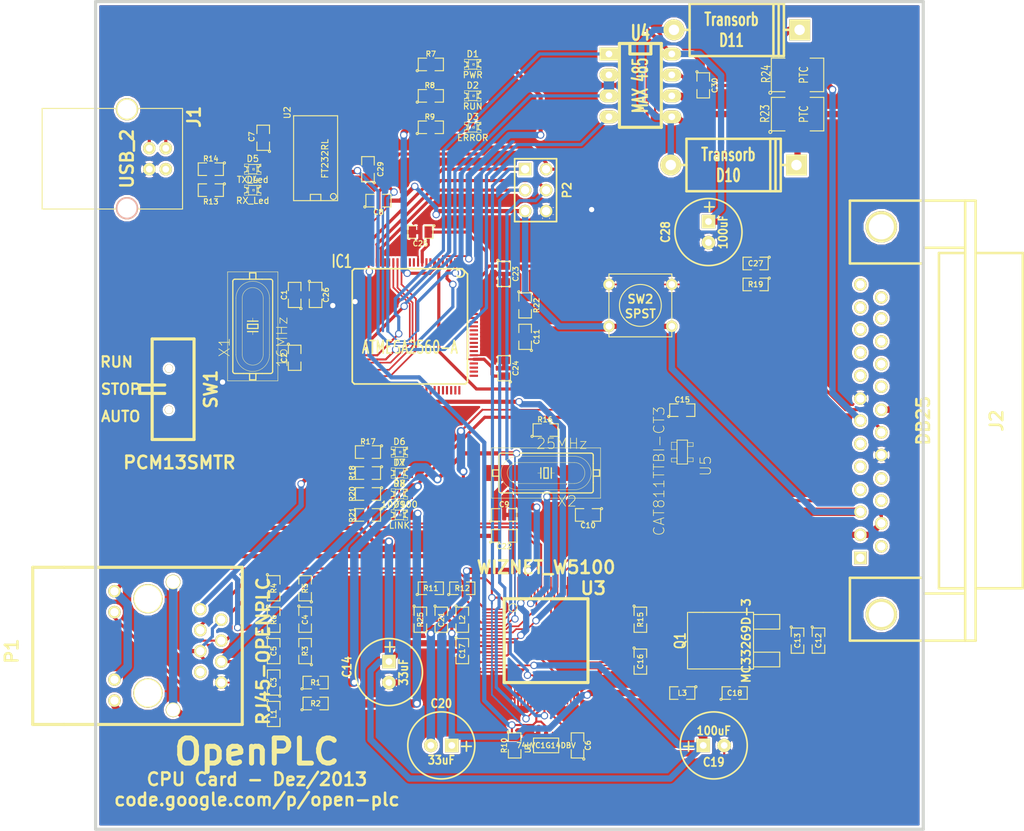
<source format=kicad_pcb>
(kicad_pcb (version 3) (host pcbnew "(2013-07-07 BZR 4022)-stable")
  (layers (15 Front signal) (0 Back signal) (18 B.Paste user) (19 F.Paste user) (20 B.SilkS user) (21 F.SilkS user) (22 B.Mask user) (23 F.Mask user) (28 Edge.Cuts user))
  (net 0 "")
  (net 1 +3.3V)
  (net 2 +5V)
  (net 3 /3V3A)
  (net 4 /485_A)
  (net 5 /485_B)
  (net 6 /485_RX)
  (net 7 /485_TX)
  (net 8 /CPU_ERROR)
  (net 9 /CPU_RESET)
  (net 10 /CPU_RUN)
  (net 11 /GND_485)
  (net 12 /INT)
  (net 13 /LINKLED)
  (net 14 /MISO)
  (net 15 /MOSI)
  (net 16 /RESET_W)
  (net 17 /RXIN)
  (net 18 /RXIP)
  (net 19 /SCK)
  (net 20 /SPDLED)
  (net 21 /SS)
  (net 22 /TXON)
  (net 23 /TXOP)
  (net 24 /TX_EN)
  (net 25 /USB_RX)
  (net 26 /USB_TX)
  (net 27 GND)
  (net 28 GNDA)
  (net 29 N-000001)
  (net 30 N-00000106)
  (net 31 N-00000108)
  (net 32 N-00000109)
  (net 33 N-00000111)
  (net 34 N-00000113)
  (net 35 N-00000127)
  (net 36 N-00000129)
  (net 37 N-00000133)
  (net 38 N-00000134)
  (net 39 N-00000135)
  (net 40 N-00000136)
  (net 41 N-00000137)
  (net 42 N-0000014)
  (net 43 N-00000141)
  (net 44 N-00000142)
  (net 45 N-00000143)
  (net 46 N-00000144)
  (net 47 N-00000145)
  (net 48 N-00000146)
  (net 49 N-00000148)
  (net 50 N-0000015)
  (net 51 N-0000016)
  (net 52 N-00000166)
  (net 53 N-0000017)
  (net 54 N-00000171)
  (net 55 N-00000174)
  (net 56 N-00000175)
  (net 57 N-00000176)
  (net 58 N-00000177)
  (net 59 N-0000018)
  (net 60 N-0000019)
  (net 61 N-0000021)
  (net 62 N-0000023)
  (net 63 N-000004)
  (net 64 N-000006)
  (module wiznet_w5100 (layer Front) (at 170.18 115.57)
    (fp_text reference U3 (at 5.715 -6.35) (layer F.SilkS) (effects (font (size 1.524 1.524) (thickness 0.3048))))
    (fp_text value WIZNET_W5100 (at 0 -8.89) (layer F.SilkS) (effects (font (size 1.524 1.524) (thickness 0.3048))))
    (pad 80 smd rect (at -3.79984 -6.49986) (size 0.16002 2.49936) (layers Front F.Paste F.Mask) (clearance 0.09906))
    (pad 79 smd rect (at -3.40106 -6.49986) (size 0.16002 2.49936) (layers Front F.Paste F.Mask) (clearance 0.09906))
    (pad 78 smd rect (at -2.99974 -6.49986) (size 0.16002 2.49936) (layers Front F.Paste F.Mask) (clearance 0.09906))
    (pad 77 smd rect (at -2.60096 -6.49986) (size 0.16002 2.49936) (layers Front F.Paste F.Mask) (net 28 GNDA) (clearance 0.09906))
    (pad 76 smd rect (at -2.19964 -6.49986) (size 0.16002 2.49936) (layers Front F.Paste F.Mask) (net 48 N-00000146) (clearance 0.09906))
    (pad 75 smd rect (at -1.80086 -6.49986) (size 0.16002 2.49936) (layers Front F.Paste F.Mask) (net 59 N-0000018) (clearance 0.09906))
    (pad 74 smd rect (at -1.39954 -6.49986) (size 0.16002 2.49936) (layers Front F.Paste F.Mask) (net 29 N-000001) (clearance 0.09906))
    (pad 73 smd rect (at -1.00076 -6.49986) (size 0.16002 2.49936) (layers Front F.Paste F.Mask) (net 53 N-0000017) (clearance 0.09906))
    (pad 72 smd rect (at -0.59944 -6.49986) (size 0.16002 2.49936) (layers Front F.Paste F.Mask) (net 50 N-0000015) (clearance 0.09906))
    (pad 71 smd rect (at -0.20066 -6.49986) (size 0.16002 2.49936) (layers Front F.Paste F.Mask) (clearance 0.09906))
    (pad 70 smd rect (at 0.20066 -6.49986) (size 0.16002 2.49936) (layers Front F.Paste F.Mask) (clearance 0.09906))
    (pad 69 smd rect (at 0.59944 -6.49986) (size 0.16002 2.49936) (layers Front F.Paste F.Mask) (net 49 N-00000148) (clearance 0.09906))
    (pad 68 smd rect (at 1.00076 -6.49986) (size 0.16002 2.49936) (layers Front F.Paste F.Mask) (net 27 GND) (clearance 0.09906))
    (pad 67 smd rect (at 1.39954 -6.49986) (size 0.16002 2.49936) (layers Front F.Paste F.Mask) (net 20 /SPDLED) (clearance 0.09906))
    (pad 66 smd rect (at 1.80086 -6.49986) (size 0.16002 2.49936) (layers Front F.Paste F.Mask) (net 13 /LINKLED) (clearance 0.09906))
    (pad 65 smd rect (at 2.19964 -6.49986) (size 0.16002 2.49936) (layers Front F.Paste F.Mask) (net 27 GND) (clearance 0.09906))
    (pad 64 smd rect (at 2.60096 -6.49986) (size 0.16002 2.49936) (layers Front F.Paste F.Mask) (net 27 GND) (clearance 0.09906))
    (pad 63 smd rect (at 2.99974 -6.49986) (size 0.16002 2.49936) (layers Front F.Paste F.Mask) (net 27 GND) (clearance 0.09906))
    (pad 62 smd rect (at 3.40106 -6.49986) (size 0.16002 2.49936) (layers Front F.Paste F.Mask) (clearance 0.09906))
    (pad 61 smd rect (at 3.79984 -6.49986) (size 0.16002 2.49936) (layers Front F.Paste F.Mask) (clearance 0.09906))
    (pad 1 smd rect (at -6.49986 -3.79984 90) (size 0.16002 2.49936) (layers Front F.Paste F.Mask) (net 64 N-000006) (clearance 0.09906))
    (pad 2 smd rect (at -6.49986 -3.40106 90) (size 0.16002 2.49936) (layers Front F.Paste F.Mask) (net 3 /3V3A) (clearance 0.09906))
    (pad 3 smd rect (at -6.49986 -2.99974 90) (size 0.16002 2.49936) (layers Front F.Paste F.Mask) (clearance 0.09906))
    (pad 4 smd rect (at -6.49986 -2.60096 90) (size 0.16002 2.49936) (layers Front F.Paste F.Mask) (net 28 GNDA) (clearance 0.09906))
    (pad 5 smd rect (at -6.49986 -2.19964 90) (size 0.16002 2.49936) (layers Front F.Paste F.Mask) (net 18 /RXIP) (clearance 0.09906))
    (pad 6 smd rect (at -6.49986 -1.80086 90) (size 0.16002 2.49936) (layers Front F.Paste F.Mask) (net 17 /RXIN) (clearance 0.09906))
    (pad 7 smd rect (at -6.49986 -1.39954 90) (size 0.16002 2.49936) (layers Front F.Paste F.Mask) (net 29 N-000001) (clearance 0.09906))
    (pad 8 smd rect (at -6.49986 -1.00076 90) (size 0.16002 2.49936) (layers Front F.Paste F.Mask) (net 23 /TXOP) (clearance 0.09906))
    (pad 9 smd rect (at -6.49986 -0.59944 90) (size 0.16002 2.49936) (layers Front F.Paste F.Mask) (net 22 /TXON) (clearance 0.09906))
    (pad 10 smd rect (at -6.49986 -0.20066 90) (size 0.16002 2.49936) (layers Front F.Paste F.Mask) (net 28 GNDA) (clearance 0.09906))
    (pad 11 smd rect (at -6.49986 0.20066 90) (size 0.16002 2.49936) (layers Front F.Paste F.Mask) (net 49 N-00000148) (clearance 0.09906))
    (pad 12 smd rect (at -6.49986 0.59944 90) (size 0.16002 2.49936) (layers Front F.Paste F.Mask) (net 1 +3.3V) (clearance 0.09906))
    (pad 13 smd rect (at -6.49986 1.00076 90) (size 0.16002 2.49936) (layers Front F.Paste F.Mask) (net 27 GND) (clearance 0.09906))
    (pad 14 smd rect (at -6.49986 1.39954 90) (size 0.16002 2.49936) (layers Front F.Paste F.Mask) (net 27 GND) (clearance 0.09906))
    (pad 15 smd rect (at -6.49986 1.80086 90) (size 0.16002 2.49936) (layers Front F.Paste F.Mask) (net 49 N-00000148) (clearance 0.09906))
    (pad 16 smd rect (at -6.49986 2.19964 90) (size 0.16002 2.49936) (layers Front F.Paste F.Mask) (net 49 N-00000148) (clearance 0.09906))
    (pad 17 smd rect (at -6.49986 2.60096 90) (size 0.16002 2.49936) (layers Front F.Paste F.Mask) (net 27 GND) (clearance 0.09906))
    (pad 18 smd rect (at -6.49986 2.99974 90) (size 0.16002 2.49936) (layers Front F.Paste F.Mask) (net 1 +3.3V) (clearance 0.09906))
    (pad 19 smd rect (at -6.49986 3.40106 90) (size 0.16002 2.49936) (layers Front F.Paste F.Mask) (net 27 GND) (clearance 0.09906))
    (pad 20 smd rect (at -6.49986 3.79984 90) (size 0.16002 2.49936) (layers Front F.Paste F.Mask) (net 27 GND) (clearance 0.09906))
    (pad 21 smd rect (at -3.79984 6.49986 180) (size 0.16002 2.49936) (layers Front F.Paste F.Mask) (net 27 GND) (clearance 0.09906))
    (pad 22 smd rect (at -3.40106 6.49986 180) (size 0.16002 2.49936) (layers Front F.Paste F.Mask) (net 27 GND) (clearance 0.09906))
    (pad 23 smd rect (at -2.99974 6.49986 180) (size 0.16002 2.49936) (layers Front F.Paste F.Mask) (net 27 GND) (clearance 0.09906))
    (pad 24 smd rect (at -2.60096 6.49986 180) (size 0.16002 2.49936) (layers Front F.Paste F.Mask) (net 27 GND) (clearance 0.09906))
    (pad 25 smd rect (at -2.19964 6.49986 180) (size 0.16002 2.49936) (layers Front F.Paste F.Mask) (net 27 GND) (clearance 0.09906))
    (pad 26 smd rect (at -1.80086 6.49986 180) (size 0.16002 2.49936) (layers Front F.Paste F.Mask) (net 27 GND) (clearance 0.09906))
    (pad 27 smd rect (at -1.39954 6.49986 180) (size 0.16002 2.49936) (layers Front F.Paste F.Mask) (net 14 /MISO) (clearance 0.09906))
    (pad 28 smd rect (at -1.00076 6.49986 180) (size 0.16002 2.49936) (layers Front F.Paste F.Mask) (net 15 /MOSI) (clearance 0.09906))
    (pad 29 smd rect (at -0.59944 6.49986 180) (size 0.16002 2.49936) (layers Front F.Paste F.Mask) (net 21 /SS) (clearance 0.09906))
    (pad 30 smd rect (at -0.20066 6.49986 180) (size 0.16002 2.49936) (layers Front F.Paste F.Mask) (net 19 /SCK) (clearance 0.09906))
    (pad 31 smd rect (at 0.20066 6.49986 180) (size 0.16002 2.49936) (layers Front F.Paste F.Mask) (net 58 N-00000177) (clearance 0.09906))
    (pad 32 smd rect (at 0.59944 6.49986 180) (size 0.16002 2.49936) (layers Front F.Paste F.Mask) (net 27 GND) (clearance 0.09906))
    (pad 33 smd rect (at 1.00076 6.49986 180) (size 0.16002 2.49936) (layers Front F.Paste F.Mask) (net 49 N-00000148) (clearance 0.09906))
    (pad 34 smd rect (at 1.39954 6.49986 180) (size 0.16002 2.49936) (layers Front F.Paste F.Mask) (net 27 GND) (clearance 0.09906))
    (pad 35 smd rect (at 1.80086 6.49986 180) (size 0.16002 2.49936) (layers Front F.Paste F.Mask) (net 27 GND) (clearance 0.09906))
    (pad 36 smd rect (at 2.19964 6.49986 180) (size 0.16002 2.49936) (layers Front F.Paste F.Mask) (net 27 GND) (clearance 0.09906))
    (pad 37 smd rect (at 2.60096 6.49986 180) (size 0.16002 2.49936) (layers Front F.Paste F.Mask) (net 27 GND) (clearance 0.09906))
    (pad 38 smd rect (at 2.99974 6.49986 180) (size 0.16002 2.49936) (layers Front F.Paste F.Mask) (net 27 GND) (clearance 0.09906))
    (pad 39 smd rect (at 3.40106 6.49986 180) (size 0.16002 2.49936) (layers Front F.Paste F.Mask) (net 27 GND) (clearance 0.09906))
    (pad 40 smd rect (at 3.79984 6.49986 180) (size 0.16002 2.49936) (layers Front F.Paste F.Mask) (net 27 GND) (clearance 0.09906))
    (pad 41 smd rect (at 6.49986 3.79984 270) (size 0.16002 2.49936) (layers Front F.Paste F.Mask) (net 27 GND) (clearance 0.09906))
    (pad 42 smd rect (at 6.49986 3.40106 270) (size 0.16002 2.49936) (layers Front F.Paste F.Mask) (net 27 GND) (clearance 0.09906))
    (pad 43 smd rect (at 6.49986 2.99974 270) (size 0.16002 2.49936) (layers Front F.Paste F.Mask) (net 27 GND) (clearance 0.09906))
    (pad 44 smd rect (at 6.49986 2.60096 270) (size 0.16002 2.49936) (layers Front F.Paste F.Mask) (net 1 +3.3V) (clearance 0.09906))
    (pad 45 smd rect (at 6.49986 2.19964 270) (size 0.16002 2.49936) (layers Front F.Paste F.Mask) (net 27 GND) (clearance 0.09906))
    (pad 46 smd rect (at 6.49986 1.80086 270) (size 0.16002 2.49936) (layers Front F.Paste F.Mask) (net 27 GND) (clearance 0.09906))
    (pad 47 smd rect (at 6.49986 1.39954 270) (size 0.16002 2.49936) (layers Front F.Paste F.Mask) (net 27 GND) (clearance 0.09906))
    (pad 48 smd rect (at 6.49986 1.00076 270) (size 0.16002 2.49936) (layers Front F.Paste F.Mask) (net 27 GND) (clearance 0.09906))
    (pad 49 smd rect (at 6.49986 0.59944 270) (size 0.16002 2.49936) (layers Front F.Paste F.Mask) (net 27 GND) (clearance 0.09906))
    (pad 50 smd rect (at 6.49986 0.20066 270) (size 0.16002 2.49936) (layers Front F.Paste F.Mask) (net 27 GND) (clearance 0.09906))
    (pad 51 smd rect (at 6.49986 -0.20066 270) (size 0.16002 2.49936) (layers Front F.Paste F.Mask) (net 27 GND) (clearance 0.09906))
    (pad 52 smd rect (at 6.49986 -0.59944 270) (size 0.16002 2.49936) (layers Front F.Paste F.Mask) (net 27 GND) (clearance 0.09906))
    (pad 53 smd rect (at 6.49986 -1.00076 270) (size 0.16002 2.49936) (layers Front F.Paste F.Mask) (net 27 GND) (clearance 0.09906))
    (pad 54 smd rect (at 6.49986 -1.39954 270) (size 0.16002 2.49936) (layers Front F.Paste F.Mask) (net 27 GND) (clearance 0.09906))
    (pad 55 smd rect (at 6.49986 -1.80086 270) (size 0.16002 2.49936) (layers Front F.Paste F.Mask) (net 63 N-000004) (clearance 0.09906))
    (pad 56 smd rect (at 6.49986 -2.19964 270) (size 0.16002 2.49936) (layers Front F.Paste F.Mask) (net 12 /INT) (clearance 0.09906))
    (pad 57 smd rect (at 6.49986 -2.60096 270) (size 0.16002 2.49936) (layers Front F.Paste F.Mask) (net 63 N-000004) (clearance 0.09906))
    (pad 58 smd rect (at 6.49986 -2.99974 270) (size 0.16002 2.49936) (layers Front F.Paste F.Mask) (net 63 N-000004) (clearance 0.09906))
    (pad 59 smd rect (at 6.49986 -3.40106 270) (size 0.16002 2.49936) (layers Front F.Paste F.Mask) (net 16 /RESET_W) (clearance 0.09906))
    (pad 60 smd rect (at 6.49986 -3.79984 270) (size 0.16002 2.49936) (layers Front F.Paste F.Mask) (clearance 0.09906))
  )
  (module USB_B (layer Front) (at 119.38 57.15 270)
    (fp_text reference J1 (at -5.08 -8.128 270) (layer F.SilkS) (effects (font (size 1.524 1.524) (thickness 0.3048))))
    (fp_text value USB_2 (at 0 0 270) (layer F.SilkS) (effects (font (size 1.524 1.524) (thickness 0.3048))))
    (pad 1 thru_hole circle (at 1.27 -4.699 270) (size 1.524 1.524) (drill 0.8128) (layers *.Cu *.Mask F.SilkS))
    (pad 2 thru_hole circle (at -1.27 -4.699 270) (size 1.524 1.524) (drill 0.8128) (layers *.Cu *.Mask F.SilkS) (net 41 N-00000137))
    (pad 3 thru_hole circle (at -1.27 -2.70002 270) (size 1.524 1.524) (drill 0.8128) (layers *.Cu *.Mask F.SilkS) (net 40 N-00000136))
    (pad 4 thru_hole circle (at 1.27 -2.70002 270) (size 1.524 1.524) (drill 0.8128) (layers *.Cu *.Mask F.SilkS) (net 27 GND))
    (pad 5 np_thru_hole circle (at 5.99948 0 270) (size 2.70002 2.70002) (drill 2.30124) (layers *.Cu *.SilkS *.Mask))
    (pad 6 thru_hole circle (at -5.99948 0 270) (size 2.70002 2.70002) (drill 2.30124) (layers *.Cu *.Mask F.SilkS))
  )
  (module TQFP_100 (layer Front) (at 153.67 77.47)
    (fp_text reference IC1 (at -8.255 -7.874) (layer F.SilkS) (effects (font (size 1.524 1.016) (thickness 0.2032))))
    (fp_text value ATMEGA2560-A (at 0 2.54) (layer F.SilkS) (effects (font (size 1.524 1.016) (thickness 0.2032))))
    (pad 100 smd rect (at 7.747 -5.9944) (size 1.016 0.254) (layers Front F.Paste F.Mask) (net 2 +5V))
    (pad 76 smd rect (at 7.747 5.9944) (size 1.016 0.254) (layers Front F.Paste F.Mask))
    (pad 77 smd rect (at 7.747 5.4864) (size 1.016 0.254) (layers Front F.Paste F.Mask))
    (pad 78 smd rect (at 7.747 5.0038) (size 1.016 0.254) (layers Front F.Paste F.Mask))
    (pad 79 smd rect (at 7.747 4.4958) (size 1.016 0.254) (layers Front F.Paste F.Mask))
    (pad 80 smd rect (at 7.747 3.9878) (size 1.016 0.254) (layers Front F.Paste F.Mask) (net 2 +5V))
    (pad 81 smd rect (at 7.747 3.5052) (size 1.016 0.254) (layers Front F.Paste F.Mask) (net 27 GND))
    (pad 82 smd rect (at 7.747 2.9972) (size 1.016 0.254) (layers Front F.Paste F.Mask))
    (pad 83 smd rect (at 7.747 2.4892) (size 1.016 0.254) (layers Front F.Paste F.Mask))
    (pad 84 smd rect (at 7.747 2.0066) (size 1.016 0.254) (layers Front F.Paste F.Mask))
    (pad 85 smd rect (at 7.747 1.4986) (size 1.016 0.254) (layers Front F.Paste F.Mask))
    (pad 86 smd rect (at 7.747 0.9906) (size 1.016 0.254) (layers Front F.Paste F.Mask))
    (pad 87 smd rect (at 7.747 0.4826) (size 1.016 0.254) (layers Front F.Paste F.Mask))
    (pad 88 smd rect (at 7.747 0) (size 1.016 0.254) (layers Front F.Paste F.Mask))
    (pad 89 smd rect (at 7.747 -0.508) (size 1.016 0.254) (layers Front F.Paste F.Mask))
    (pad 90 smd rect (at 7.747 -1.016) (size 1.016 0.254) (layers Front F.Paste F.Mask))
    (pad 91 smd rect (at 7.747 -1.4986) (size 1.016 0.254) (layers Front F.Paste F.Mask))
    (pad 92 smd rect (at 7.747 -2.0066) (size 1.016 0.254) (layers Front F.Paste F.Mask))
    (pad 93 smd rect (at 7.747 -2.5146) (size 1.016 0.254) (layers Front F.Paste F.Mask))
    (pad 94 smd rect (at 7.747 -2.9972) (size 1.016 0.254) (layers Front F.Paste F.Mask))
    (pad 95 smd rect (at 7.747 -3.5052) (size 1.016 0.254) (layers Front F.Paste F.Mask))
    (pad 96 smd rect (at 7.747 -4.0132) (size 1.016 0.254) (layers Front F.Paste F.Mask))
    (pad 97 smd rect (at 7.747 -4.4958) (size 1.016 0.254) (layers Front F.Paste F.Mask))
    (pad 98 smd rect (at 7.747 -5.0038) (size 1.016 0.254) (layers Front F.Paste F.Mask))
    (pad 99 smd rect (at 7.747 -5.5118) (size 1.016 0.254) (layers Front F.Paste F.Mask) (net 27 GND))
    (pad 75 smd rect (at 5.9944 7.747) (size 0.254 1.016) (layers Front F.Paste F.Mask))
    (pad 51 smd rect (at -5.9944 7.747) (size 0.254 1.016) (layers Front F.Paste F.Mask))
    (pad 52 smd rect (at -5.4864 7.747) (size 0.254 1.016) (layers Front F.Paste F.Mask))
    (pad 53 smd rect (at -5.0038 7.747) (size 0.254 1.016) (layers Front F.Paste F.Mask))
    (pad 54 smd rect (at -4.4958 7.747) (size 0.254 1.016) (layers Front F.Paste F.Mask))
    (pad 55 smd rect (at -3.9878 7.747) (size 0.254 1.016) (layers Front F.Paste F.Mask))
    (pad 56 smd rect (at -3.5052 7.747) (size 0.254 1.016) (layers Front F.Paste F.Mask))
    (pad 57 smd rect (at -2.9972 7.747) (size 0.254 1.016) (layers Front F.Paste F.Mask))
    (pad 58 smd rect (at -2.4892 7.747) (size 0.254 1.016) (layers Front F.Paste F.Mask))
    (pad 59 smd rect (at -2.0066 7.747) (size 0.254 1.016) (layers Front F.Paste F.Mask))
    (pad 60 smd rect (at -1.4986 7.747) (size 0.254 1.016) (layers Front F.Paste F.Mask))
    (pad 61 smd rect (at -0.9906 7.747) (size 0.254 1.016) (layers Front F.Paste F.Mask))
    (pad 62 smd rect (at -0.4826 7.747) (size 0.254 1.016) (layers Front F.Paste F.Mask))
    (pad 63 smd rect (at 0 7.747) (size 0.254 1.016) (layers Front F.Paste F.Mask))
    (pad 64 smd rect (at 0.508 7.747) (size 0.254 1.016) (layers Front F.Paste F.Mask))
    (pad 65 smd rect (at 1.016 7.747) (size 0.254 1.016) (layers Front F.Paste F.Mask))
    (pad 66 smd rect (at 1.4986 7.747) (size 0.254 1.016) (layers Front F.Paste F.Mask))
    (pad 67 smd rect (at 2.0066 7.747) (size 0.254 1.016) (layers Front F.Paste F.Mask))
    (pad 68 smd rect (at 2.5146 7.747) (size 0.254 1.016) (layers Front F.Paste F.Mask))
    (pad 69 smd rect (at 2.9972 7.747) (size 0.254 1.016) (layers Front F.Paste F.Mask))
    (pad 70 smd rect (at 3.5052 7.747) (size 0.254 1.016) (layers Front F.Paste F.Mask))
    (pad 71 smd rect (at 4.0132 7.747) (size 0.254 1.016) (layers Front F.Paste F.Mask))
    (pad 72 smd rect (at 4.4958 7.747) (size 0.254 1.016) (layers Front F.Paste F.Mask))
    (pad 73 smd rect (at 5.0038 7.747) (size 0.254 1.016) (layers Front F.Paste F.Mask))
    (pad 74 smd rect (at 5.5118 7.747) (size 0.254 1.016) (layers Front F.Paste F.Mask))
    (pad 1 smd rect (at 5.9944 -7.747) (size 0.254 1.016) (layers Front F.Paste F.Mask))
    (pad 2 smd rect (at 5.4864 -7.747) (size 0.254 1.016) (layers Front F.Paste F.Mask) (net 25 /USB_RX))
    (pad 3 smd rect (at 5.0038 -7.747) (size 0.254 1.016) (layers Front F.Paste F.Mask) (net 26 /USB_TX))
    (pad 4 smd rect (at 4.4958 -7.747) (size 0.254 1.016) (layers Front F.Paste F.Mask))
    (pad 5 smd rect (at 3.9878 -7.747) (size 0.254 1.016) (layers Front F.Paste F.Mask) (net 10 /CPU_RUN))
    (pad 6 smd rect (at 3.5052 -7.747) (size 0.254 1.016) (layers Front F.Paste F.Mask) (net 12 /INT))
    (pad 7 smd rect (at 2.9972 -7.747) (size 0.254 1.016) (layers Front F.Paste F.Mask) (net 8 /CPU_ERROR))
    (pad 8 smd rect (at 2.4892 -7.747) (size 0.254 1.016) (layers Front F.Paste F.Mask))
    (pad 9 smd rect (at 2.0066 -7.747) (size 0.254 1.016) (layers Front F.Paste F.Mask))
    (pad 10 smd rect (at 1.4986 -7.747) (size 0.254 1.016) (layers Front F.Paste F.Mask) (net 2 +5V))
    (pad 11 smd rect (at 0.9906 -7.747) (size 0.254 1.016) (layers Front F.Paste F.Mask) (net 27 GND))
    (pad 12 smd rect (at 0.4826 -7.747) (size 0.254 1.016) (layers Front F.Paste F.Mask))
    (pad 13 smd rect (at 0 -7.747) (size 0.254 1.016) (layers Front F.Paste F.Mask))
    (pad 14 smd rect (at -0.508 -7.747) (size 0.254 1.016) (layers Front F.Paste F.Mask))
    (pad 15 smd rect (at -1.016 -7.747) (size 0.254 1.016) (layers Front F.Paste F.Mask) (net 54 N-00000171))
    (pad 16 smd rect (at -1.4986 -7.747) (size 0.254 1.016) (layers Front F.Paste F.Mask) (net 56 N-00000175))
    (pad 17 smd rect (at -2.0066 -7.747) (size 0.254 1.016) (layers Front F.Paste F.Mask) (net 55 N-00000174))
    (pad 18 smd rect (at -2.5146 -7.747) (size 0.254 1.016) (layers Front F.Paste F.Mask))
    (pad 19 smd rect (at -2.9972 -7.747) (size 0.254 1.016) (layers Front F.Paste F.Mask))
    (pad 20 smd rect (at -3.5052 -7.747) (size 0.254 1.016) (layers Front F.Paste F.Mask) (net 19 /SCK))
    (pad 21 smd rect (at -4.0132 -7.747) (size 0.254 1.016) (layers Front F.Paste F.Mask) (net 15 /MOSI))
    (pad 22 smd rect (at -4.4958 -7.747) (size 0.254 1.016) (layers Front F.Paste F.Mask) (net 14 /MISO))
    (pad 23 smd rect (at -5.0038 -7.747) (size 0.254 1.016) (layers Front F.Paste F.Mask) (net 21 /SS))
    (pad 24 smd rect (at -5.5118 -7.747) (size 0.254 1.016) (layers Front F.Paste F.Mask))
    (pad 25 smd rect (at -5.9944 -7.747) (size 0.254 1.016) (layers Front F.Paste F.Mask))
    (pad 26 smd rect (at -7.747 -5.9944) (size 1.016 0.254) (layers Front F.Paste F.Mask))
    (pad 27 smd rect (at -7.747 -5.4864) (size 1.016 0.254) (layers Front F.Paste F.Mask))
    (pad 28 smd rect (at -7.747 -5.0038) (size 1.016 0.254) (layers Front F.Paste F.Mask))
    (pad 29 smd rect (at -7.747 -4.4958) (size 1.016 0.254) (layers Front F.Paste F.Mask))
    (pad 30 smd rect (at -7.747 -3.9878) (size 1.016 0.254) (layers Front F.Paste F.Mask) (net 9 /CPU_RESET))
    (pad 31 smd rect (at -7.747 -3.5052) (size 1.016 0.254) (layers Front F.Paste F.Mask) (net 2 +5V))
    (pad 32 smd rect (at -7.747 -2.9972) (size 1.016 0.254) (layers Front F.Paste F.Mask) (net 27 GND))
    (pad 33 smd rect (at -7.747 -2.4892) (size 1.016 0.254) (layers Front F.Paste F.Mask) (net 34 N-00000113))
    (pad 34 smd rect (at -7.747 -2.0066) (size 1.016 0.254) (layers Front F.Paste F.Mask) (net 36 N-00000129))
    (pad 35 smd rect (at -7.747 -1.4986) (size 1.016 0.254) (layers Front F.Paste F.Mask))
    (pad 36 smd rect (at -7.747 -0.9906) (size 1.016 0.254) (layers Front F.Paste F.Mask))
    (pad 37 smd rect (at -7.747 -0.4826) (size 1.016 0.254) (layers Front F.Paste F.Mask))
    (pad 38 smd rect (at -7.747 0) (size 1.016 0.254) (layers Front F.Paste F.Mask))
    (pad 39 smd rect (at -7.747 0.508) (size 1.016 0.254) (layers Front F.Paste F.Mask))
    (pad 40 smd rect (at -7.747 1.016) (size 1.016 0.254) (layers Front F.Paste F.Mask))
    (pad 41 smd rect (at -7.747 1.4986) (size 1.016 0.254) (layers Front F.Paste F.Mask))
    (pad 42 smd rect (at -7.747 2.0066) (size 1.016 0.254) (layers Front F.Paste F.Mask))
    (pad 43 smd rect (at -7.747 2.5146) (size 1.016 0.254) (layers Front F.Paste F.Mask))
    (pad 44 smd rect (at -7.747 2.9972) (size 1.016 0.254) (layers Front F.Paste F.Mask) (net 24 /TX_EN))
    (pad 45 smd rect (at -7.747 3.5052) (size 1.016 0.254) (layers Front F.Paste F.Mask) (net 6 /485_RX))
    (pad 46 smd rect (at -7.747 4.0132) (size 1.016 0.254) (layers Front F.Paste F.Mask) (net 7 /485_TX))
    (pad 47 smd rect (at -7.747 4.4958) (size 1.016 0.254) (layers Front F.Paste F.Mask))
    (pad 48 smd rect (at -7.747 5.0038) (size 1.016 0.254) (layers Front F.Paste F.Mask))
    (pad 49 smd rect (at -7.747 5.5118) (size 1.016 0.254) (layers Front F.Paste F.Mask))
    (pad 50 smd rect (at -7.747 5.9944) (size 1.016 0.254) (layers Front F.Paste F.Mask))
  )
  (module SSOP28 (layer Front) (at 142.24 57.15 90)
    (fp_text reference U2 (at 5.588 -3.429 90) (layer F.SilkS) (effects (font (size 0.762 0.762) (thickness 0.127))))
    (fp_text value FT232RL (at 0 1.143 90) (layer F.SilkS) (effects (font (size 0.762 0.762) (thickness 0.127))))
    (pad 1 smd rect (at -4.191 3.556 90) (size 0.4064 1.27) (layers Front F.Paste F.Mask) (net 25 /USB_RX))
    (pad 2 smd rect (at -3.556 3.556 90) (size 0.4064 1.27) (layers Front F.Paste F.Mask) (net 37 N-00000133))
    (pad 3 smd rect (at -2.8956 3.556 90) (size 0.4064 1.27) (layers Front F.Paste F.Mask))
    (pad 4 smd rect (at -2.2352 3.556 90) (size 0.4064 1.27) (layers Front F.Paste F.Mask) (net 2 +5V))
    (pad 5 smd rect (at -1.6002 3.556 90) (size 0.4064 1.27) (layers Front F.Paste F.Mask) (net 26 /USB_TX))
    (pad 6 smd rect (at -0.9398 3.556 90) (size 0.4064 1.27) (layers Front F.Paste F.Mask))
    (pad 7 smd rect (at -0.2794 3.556 90) (size 0.4064 1.27) (layers Front F.Paste F.Mask) (net 27 GND))
    (pad 8 smd rect (at 0.3556 3.556 90) (size 0.4064 1.27) (layers Front F.Paste F.Mask))
    (pad 9 smd rect (at 1.016 3.556 90) (size 0.4064 1.27) (layers Front F.Paste F.Mask))
    (pad 10 smd rect (at 1.651 3.556 90) (size 0.4064 1.27) (layers Front F.Paste F.Mask))
    (pad 11 smd rect (at 2.3114 3.556 90) (size 0.4064 1.27) (layers Front F.Paste F.Mask))
    (pad 12 smd rect (at 2.9718 3.556 90) (size 0.4064 1.27) (layers Front F.Paste F.Mask))
    (pad 13 smd rect (at 3.6068 3.556 90) (size 0.4064 1.27) (layers Front F.Paste F.Mask))
    (pad 14 smd rect (at 4.2672 3.556 90) (size 0.4064 1.27) (layers Front F.Paste F.Mask))
    (pad 15 smd rect (at 4.2672 -3.556 90) (size 0.4064 1.27) (layers Front F.Paste F.Mask) (net 40 N-00000136))
    (pad 16 smd rect (at 3.6068 -3.556 90) (size 0.4064 1.27) (layers Front F.Paste F.Mask) (net 41 N-00000137))
    (pad 17 smd rect (at 2.9972 -3.556 90) (size 0.4064 1.27) (layers Front F.Paste F.Mask))
    (pad 18 smd rect (at 2.3114 -3.556 90) (size 0.4064 1.27) (layers Front F.Paste F.Mask) (net 27 GND))
    (pad 19 smd rect (at 1.651 -3.556 90) (size 0.4064 1.27) (layers Front F.Paste F.Mask) (net 2 +5V))
    (pad 20 smd rect (at 1.016 -3.556 90) (size 0.4064 1.27) (layers Front F.Paste F.Mask) (net 2 +5V))
    (pad 21 smd rect (at 0.3556 -3.556 90) (size 0.4064 1.27) (layers Front F.Paste F.Mask) (net 27 GND))
    (pad 22 smd rect (at -0.2794 -3.556 90) (size 0.4064 1.27) (layers Front F.Paste F.Mask) (net 57 N-00000176))
    (pad 23 smd rect (at -0.9398 -3.556 90) (size 0.4064 1.27) (layers Front F.Paste F.Mask) (net 35 N-00000127))
    (pad 24 smd rect (at -1.6002 -3.556 90) (size 0.4064 1.27) (layers Front F.Paste F.Mask))
    (pad 25 smd rect (at -2.2352 -3.556 90) (size 0.4064 1.27) (layers Front F.Paste F.Mask) (net 27 GND))
    (pad 26 smd rect (at -2.8956 -3.556 90) (size 0.4064 1.27) (layers Front F.Paste F.Mask) (net 27 GND))
    (pad 27 smd rect (at -3.556 -3.556 90) (size 0.4064 1.27) (layers Front F.Paste F.Mask))
    (pad 28 smd rect (at -4.191 -3.556 90) (size 0.4064 1.27) (layers Front F.Paste F.Mask))
  )
  (module SOT23-5 (layer Front) (at 170.18 128.27 180)
    (fp_text reference U1 (at 2.19964 -0.29972 270) (layer F.SilkS) (effects (font (size 0.635 0.635) (thickness 0.127))))
    (fp_text value 74LVC1G14DBV (at 0 0 180) (layer F.SilkS) (effects (font (size 0.635 0.635) (thickness 0.127))))
    (pad 1 smd rect (at -0.9525 1.27 180) (size 0.508 0.762) (layers Front F.Paste F.Mask))
    (pad 3 smd rect (at 0.9525 1.27 180) (size 0.508 0.762) (layers Front F.Paste F.Mask) (net 27 GND))
    (pad 5 smd rect (at -0.9525 -1.27 180) (size 0.508 0.762) (layers Front F.Paste F.Mask) (net 1 +3.3V))
    (pad 2 smd rect (at 0 1.27 180) (size 0.508 0.762) (layers Front F.Paste F.Mask) (net 21 /SS))
    (pad 4 smd rect (at 0.9525 -1.27 180) (size 0.508 0.762) (layers Front F.Paste F.Mask) (net 58 N-00000177))
  )
  (module SM0805 (layer Front) (at 160.02 113.03 270)
    (fp_text reference L2 (at 0 0 270) (layer F.SilkS) (effects (font (size 0.635 0.635) (thickness 0.127))))
    (fp_text value BLM21PG300 hide)
    (pad 1 smd rect (at -0.9525 0 270) (size 0.889 1.397) (layers Front F.Paste F.Mask) (net 29 N-000001))
    (pad 2 smd rect (at 0.9525 0 270) (size 0.889 1.397) (layers Front F.Paste F.Mask) (net 49 N-00000148))
  )
  (module SM0805 (layer Front) (at 156.21 53.34)
    (fp_text reference R9 (at -0.127 -1.27) (layer F.SilkS) (effects (font (size 0.635 0.635) (thickness 0.127))))
    (fp_text value 1k hide)
    (pad 1 smd rect (at -0.9525 0) (size 0.889 1.397) (layers Front F.Paste F.Mask) (net 8 /CPU_ERROR))
    (pad 2 smd rect (at 0.9525 0) (size 0.889 1.397) (layers Front F.Paste F.Mask) (net 46 N-00000144))
  )
  (module SM0805 (layer Front) (at 156.21 49.53)
    (fp_text reference R8 (at -0.127 -1.27) (layer F.SilkS) (effects (font (size 0.635 0.635) (thickness 0.127))))
    (fp_text value 1k hide)
    (pad 1 smd rect (at -0.9525 0) (size 0.889 1.397) (layers Front F.Paste F.Mask) (net 10 /CPU_RUN))
    (pad 2 smd rect (at 0.9525 0) (size 0.889 1.397) (layers Front F.Paste F.Mask) (net 45 N-00000143))
  )
  (module SM0805 (layer Front) (at 156.21 45.72)
    (fp_text reference R7 (at 0 -1.27) (layer F.SilkS) (effects (font (size 0.635 0.635) (thickness 0.127))))
    (fp_text value 1k hide)
    (pad 1 smd rect (at -0.9525 0) (size 0.889 1.397) (layers Front F.Paste F.Mask) (net 2 +5V))
    (pad 2 smd rect (at 0.9525 0) (size 0.889 1.397) (layers Front F.Paste F.Mask) (net 47 N-00000145))
  )
  (module SM0805 (layer Front) (at 137.16 113.03 270)
    (fp_text reference R6 (at 0 0 270) (layer F.SilkS) (effects (font (size 0.635 0.635) (thickness 0.127))))
    (fp_text value 49R9 hide)
    (pad 1 smd rect (at -0.9525 0 270) (size 0.889 1.397) (layers Front F.Paste F.Mask) (net 30 N-00000106))
    (pad 2 smd rect (at 0.9525 0 270) (size 0.889 1.397) (layers Front F.Paste F.Mask) (net 23 /TXOP))
  )
  (module SM0805 (layer Front) (at 140.97 109.22 90)
    (fp_text reference R5 (at 0 0 90) (layer F.SilkS) (effects (font (size 0.635 0.635) (thickness 0.127))))
    (fp_text value 49R9 hide)
    (pad 1 smd rect (at -0.9525 0 90) (size 0.889 1.397) (layers Front F.Paste F.Mask) (net 52 N-00000166))
    (pad 2 smd rect (at 0.9525 0 90) (size 0.889 1.397) (layers Front F.Paste F.Mask) (net 18 /RXIP))
  )
  (module SM0805 (layer Front) (at 137.16 109.22 270)
    (fp_text reference R4 (at 0 0 270) (layer F.SilkS) (effects (font (size 0.635 0.635) (thickness 0.127))))
    (fp_text value 49R9 hide)
    (pad 1 smd rect (at -0.9525 0 270) (size 0.889 1.397) (layers Front F.Paste F.Mask) (net 22 /TXON))
    (pad 2 smd rect (at 0.9525 0 270) (size 0.889 1.397) (layers Front F.Paste F.Mask) (net 30 N-00000106))
  )
  (module SM0805 (layer Front) (at 140.97 116.84 90)
    (fp_text reference R3 (at 0 0 90) (layer F.SilkS) (effects (font (size 0.635 0.635) (thickness 0.127))))
    (fp_text value 49R9 hide)
    (pad 1 smd rect (at -0.9525 0 90) (size 0.889 1.397) (layers Front F.Paste F.Mask) (net 17 /RXIN))
    (pad 2 smd rect (at 0.9525 0 90) (size 0.889 1.397) (layers Front F.Paste F.Mask) (net 52 N-00000166))
  )
  (module SM0805 (layer Front) (at 142.24 123.19)
    (fp_text reference R2 (at 0 0) (layer F.SilkS) (effects (font (size 0.635 0.635) (thickness 0.127))))
    (fp_text value 1K hide)
    (pad 1 smd rect (at -0.9525 0) (size 0.889 1.397) (layers Front F.Paste F.Mask) (net 33 N-00000111))
    (pad 2 smd rect (at 0.9525 0) (size 0.889 1.397) (layers Front F.Paste F.Mask) (net 13 /LINKLED))
  )
  (module SM0805 (layer Front) (at 142.24 120.65)
    (fp_text reference R1 (at 0 0) (layer F.SilkS) (effects (font (size 0.635 0.635) (thickness 0.127))))
    (fp_text value 1K hide)
    (pad 1 smd rect (at -0.9525 0) (size 0.889 1.397) (layers Front F.Paste F.Mask) (net 31 N-00000108))
    (pad 2 smd rect (at 0.9525 0) (size 0.889 1.397) (layers Front F.Paste F.Mask) (net 20 /SPDLED))
  )
  (module SM0805 (layer Front) (at 186.69 121.92 180)
    (fp_text reference L3 (at 0 0 180) (layer F.SilkS) (effects (font (size 0.635 0.635) (thickness 0.127))))
    (fp_text value BLM21PG300 hide)
    (pad 1 smd rect (at -0.9525 0 180) (size 0.889 1.397) (layers Front F.Paste F.Mask) (net 1 +3.3V))
    (pad 2 smd rect (at 0.9525 0 180) (size 0.889 1.397) (layers Front F.Paste F.Mask) (net 3 /3V3A))
  )
  (module SM0805 (layer Front) (at 129.54 60.96 180)
    (fp_text reference R13 (at 0 -1.397 180) (layer F.SilkS) (effects (font (size 0.635 0.635) (thickness 0.127))))
    (fp_text value 500R hide)
    (pad 1 smd rect (at -0.9525 0 180) (size 0.889 1.397) (layers Front F.Paste F.Mask) (net 38 N-00000134))
    (pad 2 smd rect (at 0.9525 0 180) (size 0.889 1.397) (layers Front F.Paste F.Mask) (net 2 +5V))
  )
  (module SM0805 (layer Front) (at 137.16 124.46 270)
    (fp_text reference L1 (at 0 0 270) (layer F.SilkS) (effects (font (size 0.635 0.635) (thickness 0.127))))
    (fp_text value "BLM21PG300 - 250mA 1uH" hide)
    (pad 1 smd rect (at -0.9525 0 270) (size 0.889 1.397) (layers Front F.Paste F.Mask) (net 27 GND))
    (pad 2 smd rect (at 0.9525 0 270) (size 0.889 1.397) (layers Front F.Paste F.Mask) (net 32 N-00000109))
  )
  (module SM0805 (layer Front) (at 166.37 128.27 270)
    (fp_text reference R10 (at 0 1.27 270) (layer F.SilkS) (effects (font (size 0.635 0.635) (thickness 0.127))))
    (fp_text value 10k hide)
    (pad 1 smd rect (at -0.9525 0 270) (size 0.889 1.397) (layers Front F.Paste F.Mask) (net 21 /SS))
    (pad 2 smd rect (at 0.9525 0 270) (size 0.889 1.397) (layers Front F.Paste F.Mask) (net 27 GND))
  )
  (module SM0805 (layer Front) (at 156.21 109.22)
    (fp_text reference R11 (at 0 0) (layer F.SilkS) (effects (font (size 0.635 0.635) (thickness 0.127))))
    (fp_text value 300R hide)
    (pad 1 smd rect (at -0.9525 0) (size 0.889 1.397) (layers Front F.Paste F.Mask) (net 27 GND))
    (pad 2 smd rect (at 0.9525 0) (size 0.889 1.397) (layers Front F.Paste F.Mask) (net 62 N-0000023))
  )
  (module SM0805 (layer Front) (at 160.02 109.22)
    (fp_text reference R12 (at 0 0) (layer F.SilkS) (effects (font (size 0.635 0.635) (thickness 0.127))))
    (fp_text value 12k hide)
    (pad 1 smd rect (at -0.9525 0) (size 0.889 1.397) (layers Front F.Paste F.Mask) (net 62 N-0000023))
    (pad 2 smd rect (at 0.9525 0) (size 0.889 1.397) (layers Front F.Paste F.Mask) (net 64 N-000006))
  )
  (module SM0805 (layer Front) (at 139.7 73.66 90)
    (fp_text reference C1 (at 0 -1.27 90) (layer F.SilkS) (effects (font (size 0.635 0.635) (thickness 0.127))))
    (fp_text value 22pF hide)
    (pad 1 smd rect (at -0.9525 0 90) (size 0.889 1.397) (layers Front F.Paste F.Mask) (net 27 GND))
    (pad 2 smd rect (at 0.9525 0 90) (size 0.889 1.397) (layers Front F.Paste F.Mask) (net 34 N-00000113))
  )
  (module SM0805 (layer Front) (at 129.54 58.42 180)
    (fp_text reference R14 (at 0 1.27 180) (layer F.SilkS) (effects (font (size 0.635 0.635) (thickness 0.127))))
    (fp_text value 500R hide)
    (pad 1 smd rect (at -0.9525 0 180) (size 0.889 1.397) (layers Front F.Paste F.Mask) (net 39 N-00000135))
    (pad 2 smd rect (at 0.9525 0 180) (size 0.889 1.397) (layers Front F.Paste F.Mask) (net 2 +5V))
  )
  (module SM0805 (layer Front) (at 181.61 113.03 270)
    (fp_text reference R15 (at 0 0 270) (layer F.SilkS) (effects (font (size 0.635 0.635) (thickness 0.127))))
    (fp_text value 10k hide)
    (pad 1 smd rect (at -0.9525 0 270) (size 0.889 1.397) (layers Front F.Paste F.Mask) (net 63 N-000004))
    (pad 2 smd rect (at 0.9525 0 270) (size 0.889 1.397) (layers Front F.Paste F.Mask) (net 1 +3.3V))
  )
  (module SM0805 (layer Front) (at 170.1292 90.043)
    (fp_text reference R16 (at -0.0762 -1.27) (layer F.SilkS) (effects (font (size 0.635 0.635) (thickness 0.127))))
    (fp_text value 1M hide)
    (pad 1 smd rect (at -0.9525 0) (size 0.889 1.397) (layers Front F.Paste F.Mask) (net 48 N-00000146))
    (pad 2 smd rect (at 0.9525 0) (size 0.889 1.397) (layers Front F.Paste F.Mask) (net 59 N-0000018))
  )
  (module SM0805 (layer Front) (at 148.59 92.71 180)
    (fp_text reference R17 (at 0 1.27 180) (layer F.SilkS) (effects (font (size 0.635 0.635) (thickness 0.127))))
    (fp_text value 1k hide)
    (pad 1 smd rect (at -0.9525 0 180) (size 0.889 1.397) (layers Front F.Paste F.Mask) (net 42 N-0000014))
    (pad 2 smd rect (at 0.9525 0 180) (size 0.889 1.397) (layers Front F.Paste F.Mask) (net 1 +3.3V))
  )
  (module SM0805 (layer Front) (at 148.59 95.25 180)
    (fp_text reference R18 (at 1.905 0 270) (layer F.SilkS) (effects (font (size 0.635 0.635) (thickness 0.127))))
    (fp_text value 1k hide)
    (pad 1 smd rect (at -0.9525 0 180) (size 0.889 1.397) (layers Front F.Paste F.Mask) (net 51 N-0000016))
    (pad 2 smd rect (at 0.9525 0 180) (size 0.889 1.397) (layers Front F.Paste F.Mask) (net 1 +3.3V))
  )
  (module SM0805 (layer Front) (at 195.58 72.39 180)
    (fp_text reference R19 (at 0 0 180) (layer F.SilkS) (effects (font (size 0.635 0.635) (thickness 0.127))))
    (fp_text value 0R hide)
    (pad 1 smd rect (at -0.9525 0 180) (size 0.889 1.397) (layers Front F.Paste F.Mask) (net 11 /GND_485))
    (pad 2 smd rect (at 0.9525 0 180) (size 0.889 1.397) (layers Front F.Paste F.Mask) (net 27 GND))
  )
  (module SM0805 (layer Front) (at 148.59 97.79 180)
    (fp_text reference R20 (at 1.905 0 270) (layer F.SilkS) (effects (font (size 0.635 0.635) (thickness 0.127))))
    (fp_text value 1k hide)
    (pad 1 smd rect (at -0.9525 0 180) (size 0.889 1.397) (layers Front F.Paste F.Mask) (net 60 N-0000019))
    (pad 2 smd rect (at 0.9525 0 180) (size 0.889 1.397) (layers Front F.Paste F.Mask) (net 1 +3.3V))
  )
  (module SM0805 (layer Front) (at 148.59 100.33 180)
    (fp_text reference R21 (at 1.905 0 270) (layer F.SilkS) (effects (font (size 0.635 0.635) (thickness 0.127))))
    (fp_text value 1k hide)
    (pad 1 smd rect (at -0.9525 0 180) (size 0.889 1.397) (layers Front F.Paste F.Mask) (net 61 N-0000021))
    (pad 2 smd rect (at 0.9525 0 180) (size 0.889 1.397) (layers Front F.Paste F.Mask) (net 1 +3.3V))
  )
  (module SM0805 (layer Front) (at 167.64 74.93 270)
    (fp_text reference R22 (at 0 -1.397 270) (layer F.SilkS) (effects (font (size 0.635 0.635) (thickness 0.127))))
    (fp_text value 10k hide)
    (pad 1 smd rect (at -0.9525 0 270) (size 0.889 1.397) (layers Front F.Paste F.Mask) (net 2 +5V))
    (pad 2 smd rect (at 0.9525 0 270) (size 0.889 1.397) (layers Front F.Paste F.Mask) (net 9 /CPU_RESET))
  )
  (module SM0805 (layer Front) (at 154.94 113.03 270)
    (fp_text reference R25 (at 0 0 270) (layer F.SilkS) (effects (font (size 0.635 0.635) (thickness 0.127))))
    (fp_text value 0R hide)
    (pad 1 smd rect (at -0.9525 0 270) (size 0.889 1.397) (layers Front F.Paste F.Mask) (net 27 GND))
    (pad 2 smd rect (at 0.9525 0 270) (size 0.889 1.397) (layers Front F.Paste F.Mask) (net 28 GNDA))
  )
  (module SM0805 (layer Front) (at 203.2 115.57 270)
    (fp_text reference C12 (at 0 0 270) (layer F.SilkS) (effects (font (size 0.635 0.635) (thickness 0.127))))
    (fp_text value 100nF hide)
    (pad 1 smd rect (at -0.9525 0 270) (size 0.889 1.397) (layers Front F.Paste F.Mask) (net 2 +5V))
    (pad 2 smd rect (at 0.9525 0 270) (size 0.889 1.397) (layers Front F.Paste F.Mask) (net 27 GND))
  )
  (module SM0805 (layer Front) (at 160.02 116.84 270)
    (fp_text reference C17 (at 0 0 270) (layer F.SilkS) (effects (font (size 0.635 0.635) (thickness 0.127))))
    (fp_text value 100nF hide)
    (pad 1 smd rect (at -0.9525 0 270) (size 0.889 1.397) (layers Front F.Paste F.Mask) (net 1 +3.3V))
    (pad 2 smd rect (at 0.9525 0 270) (size 0.889 1.397) (layers Front F.Paste F.Mask) (net 27 GND))
  )
  (module SM0805 (layer Front) (at 193.04 121.92)
    (fp_text reference C18 (at 0 0) (layer F.SilkS) (effects (font (size 0.635 0.635) (thickness 0.127))))
    (fp_text value 100nF hide)
    (pad 1 smd rect (at -0.9525 0) (size 0.889 1.397) (layers Front F.Paste F.Mask) (net 1 +3.3V))
    (pad 2 smd rect (at 0.9525 0) (size 0.889 1.397) (layers Front F.Paste F.Mask) (net 27 GND))
  )
  (module SM0805 (layer Front) (at 181.61 118.11 270)
    (fp_text reference C16 (at 0 0 270) (layer F.SilkS) (effects (font (size 0.635 0.635) (thickness 0.127))))
    (fp_text value 100nF hide)
    (pad 1 smd rect (at -0.9525 0 270) (size 0.889 1.397) (layers Front F.Paste F.Mask) (net 1 +3.3V))
    (pad 2 smd rect (at 0.9525 0 270) (size 0.889 1.397) (layers Front F.Paste F.Mask) (net 27 GND))
  )
  (module SM0805 (layer Front) (at 186.69 87.63)
    (fp_text reference C15 (at 0 -1.27) (layer F.SilkS) (effects (font (size 0.635 0.635) (thickness 0.127))))
    (fp_text value 100nF hide)
    (pad 1 smd rect (at -0.9525 0) (size 0.889 1.397) (layers Front F.Paste F.Mask) (net 27 GND))
    (pad 2 smd rect (at 0.9525 0) (size 0.889 1.397) (layers Front F.Paste F.Mask) (net 2 +5V))
  )
  (module SM0805 (layer Front) (at 157.48 113.03 270)
    (fp_text reference C21 (at 0 0 270) (layer F.SilkS) (effects (font (size 0.635 0.635) (thickness 0.127))))
    (fp_text value 100nF hide)
    (pad 1 smd rect (at -0.9525 0 270) (size 0.889 1.397) (layers Front F.Paste F.Mask) (net 3 /3V3A))
    (pad 2 smd rect (at 0.9525 0 270) (size 0.889 1.397) (layers Front F.Paste F.Mask) (net 28 GNDA))
  )
  (module SM0805 (layer Front) (at 165.1 102.87)
    (fp_text reference C22 (at 0 1.27) (layer F.SilkS) (effects (font (size 0.635 0.635) (thickness 0.127))))
    (fp_text value 100nF hide)
    (pad 1 smd rect (at -0.9525 0) (size 0.889 1.397) (layers Front F.Paste F.Mask) (net 3 /3V3A))
    (pad 2 smd rect (at 0.9525 0) (size 0.889 1.397) (layers Front F.Paste F.Mask) (net 28 GNDA))
  )
  (module SM0805 (layer Front) (at 165.1 71.12 270)
    (fp_text reference C23 (at 0 -1.397 270) (layer F.SilkS) (effects (font (size 0.635 0.635) (thickness 0.127))))
    (fp_text value 100nF hide)
    (pad 1 smd rect (at -0.9525 0 270) (size 0.889 1.397) (layers Front F.Paste F.Mask) (net 2 +5V))
    (pad 2 smd rect (at 0.9525 0 270) (size 0.889 1.397) (layers Front F.Paste F.Mask) (net 27 GND))
  )
  (module SM0805 (layer Front) (at 165.1 82.55 90)
    (fp_text reference C24 (at 0 1.397 90) (layer F.SilkS) (effects (font (size 0.635 0.635) (thickness 0.127))))
    (fp_text value 100nF hide)
    (pad 1 smd rect (at -0.9525 0 90) (size 0.889 1.397) (layers Front F.Paste F.Mask) (net 2 +5V))
    (pad 2 smd rect (at 0.9525 0 90) (size 0.889 1.397) (layers Front F.Paste F.Mask) (net 27 GND))
  )
  (module SM0805 (layer Front) (at 154.94 66.04 180)
    (fp_text reference C25 (at 0 -1.397 180) (layer F.SilkS) (effects (font (size 0.635 0.635) (thickness 0.127))))
    (fp_text value 100nF hide)
    (pad 1 smd rect (at -0.9525 0 180) (size 0.889 1.397) (layers Front F.Paste F.Mask) (net 2 +5V))
    (pad 2 smd rect (at 0.9525 0 180) (size 0.889 1.397) (layers Front F.Paste F.Mask) (net 27 GND))
  )
  (module SM0805 (layer Front) (at 142.24 73.66 270)
    (fp_text reference C26 (at 0 -1.27 270) (layer F.SilkS) (effects (font (size 0.635 0.635) (thickness 0.127))))
    (fp_text value 100nF hide)
    (pad 1 smd rect (at -0.9525 0 270) (size 0.889 1.397) (layers Front F.Paste F.Mask) (net 2 +5V))
    (pad 2 smd rect (at 0.9525 0 270) (size 0.889 1.397) (layers Front F.Paste F.Mask) (net 27 GND))
  )
  (module SM0805 (layer Front) (at 195.58 69.85 180)
    (fp_text reference C27 (at 0 0 180) (layer F.SilkS) (effects (font (size 0.635 0.635) (thickness 0.127))))
    (fp_text value 100nF hide)
    (pad 1 smd rect (at -0.9525 0 180) (size 0.889 1.397) (layers Front F.Paste F.Mask) (net 2 +5V))
    (pad 2 smd rect (at 0.9525 0 180) (size 0.889 1.397) (layers Front F.Paste F.Mask) (net 27 GND))
  )
  (module SM0805 (layer Front) (at 200.66 115.57 270)
    (fp_text reference C13 (at 0 0 270) (layer F.SilkS) (effects (font (size 0.635 0.635) (thickness 0.127))))
    (fp_text value 47uF hide)
    (pad 1 smd rect (at -0.9525 0 270) (size 0.889 1.397) (layers Front F.Paste F.Mask) (net 2 +5V))
    (pad 2 smd rect (at 0.9525 0 270) (size 0.889 1.397) (layers Front F.Paste F.Mask) (net 27 GND))
  )
  (module SM0805 (layer Front) (at 148.59 58.42 90)
    (fp_text reference C29 (at 0 1.524 90) (layer F.SilkS) (effects (font (size 0.635 0.635) (thickness 0.127))))
    (fp_text value 100nF hide)
    (pad 1 smd rect (at -0.9525 0 90) (size 0.889 1.397) (layers Front F.Paste F.Mask) (net 2 +5V))
    (pad 2 smd rect (at 0.9525 0 90) (size 0.889 1.397) (layers Front F.Paste F.Mask) (net 27 GND))
  )
  (module SM0805 (layer Front) (at 189.23 48.26 270)
    (fp_text reference C30 (at 0 -1.397 270) (layer F.SilkS) (effects (font (size 0.635 0.635) (thickness 0.127))))
    (fp_text value 100nF hide)
    (pad 1 smd rect (at -0.9525 0 270) (size 0.889 1.397) (layers Front F.Paste F.Mask) (net 2 +5V))
    (pad 2 smd rect (at 0.9525 0 270) (size 0.889 1.397) (layers Front F.Paste F.Mask) (net 11 /GND_485))
  )
  (module SM0805 (layer Front) (at 167.64 78.74 90)
    (fp_text reference C11 (at 0 1.397 90) (layer F.SilkS) (effects (font (size 0.635 0.635) (thickness 0.127))))
    (fp_text value 100nF hide)
    (pad 1 smd rect (at -0.9525 0 90) (size 0.889 1.397) (layers Front F.Paste F.Mask) (net 27 GND))
    (pad 2 smd rect (at 0.9525 0 90) (size 0.889 1.397) (layers Front F.Paste F.Mask) (net 9 /CPU_RESET))
  )
  (module SM0805 (layer Front) (at 175.26 100.33 180)
    (fp_text reference C10 (at 0 -1.27 180) (layer F.SilkS) (effects (font (size 0.635 0.635) (thickness 0.127))))
    (fp_text value 22pF hide)
    (pad 1 smd rect (at -0.9525 0 180) (size 0.889 1.397) (layers Front F.Paste F.Mask) (net 59 N-0000018))
    (pad 2 smd rect (at 0.9525 0 180) (size 0.889 1.397) (layers Front F.Paste F.Mask) (net 27 GND))
  )
  (module SM0805 (layer Front) (at 165.1 100.33)
    (fp_text reference C9 (at 0 -1.27) (layer F.SilkS) (effects (font (size 0.635 0.635) (thickness 0.127))))
    (fp_text value 22pF hide)
    (pad 1 smd rect (at -0.9525 0) (size 0.889 1.397) (layers Front F.Paste F.Mask) (net 48 N-00000146))
    (pad 2 smd rect (at 0.9525 0) (size 0.889 1.397) (layers Front F.Paste F.Mask) (net 27 GND))
  )
  (module SM0805 (layer Front) (at 149.86 62.23)
    (fp_text reference C8 (at 0 1.397) (layer F.SilkS) (effects (font (size 0.635 0.635) (thickness 0.127))))
    (fp_text value 100nF hide)
    (pad 1 smd rect (at -0.9525 0) (size 0.889 1.397) (layers Front F.Paste F.Mask) (net 37 N-00000133))
    (pad 2 smd rect (at 0.9525 0) (size 0.889 1.397) (layers Front F.Paste F.Mask) (net 9 /CPU_RESET))
  )
  (module SM0805 (layer Front) (at 135.89 54.61 90)
    (fp_text reference C7 (at 0.127 -1.397 90) (layer F.SilkS) (effects (font (size 0.635 0.635) (thickness 0.127))))
    (fp_text value 100nF hide)
    (pad 1 smd rect (at -0.9525 0 90) (size 0.889 1.397) (layers Front F.Paste F.Mask) (net 2 +5V))
    (pad 2 smd rect (at 0.9525 0 90) (size 0.889 1.397) (layers Front F.Paste F.Mask) (net 27 GND))
  )
  (module SM0805 (layer Front) (at 173.99 128.27 90)
    (fp_text reference C6 (at 0 1.27 90) (layer F.SilkS) (effects (font (size 0.635 0.635) (thickness 0.127))))
    (fp_text value 100nF hide)
    (pad 1 smd rect (at -0.9525 0 90) (size 0.889 1.397) (layers Front F.Paste F.Mask) (net 1 +3.3V))
    (pad 2 smd rect (at 0.9525 0 90) (size 0.889 1.397) (layers Front F.Paste F.Mask) (net 27 GND))
  )
  (module SM0805 (layer Front) (at 137.16 116.84 270)
    (fp_text reference C5 (at 0 0 270) (layer F.SilkS) (effects (font (size 0.635 0.635) (thickness 0.127))))
    (fp_text value 100nF hide)
    (pad 1 smd rect (at -0.9525 0 270) (size 0.889 1.397) (layers Front F.Paste F.Mask) (net 30 N-00000106))
    (pad 2 smd rect (at 0.9525 0 270) (size 0.889 1.397) (layers Front F.Paste F.Mask) (net 27 GND))
  )
  (module SM0805 (layer Front) (at 140.97 113.03 270)
    (fp_text reference C4 (at 0 0 270) (layer F.SilkS) (effects (font (size 0.635 0.635) (thickness 0.127))))
    (fp_text value 100nF hide)
    (pad 1 smd rect (at -0.9525 0 270) (size 0.889 1.397) (layers Front F.Paste F.Mask) (net 52 N-00000166))
    (pad 2 smd rect (at 0.9525 0 270) (size 0.889 1.397) (layers Front F.Paste F.Mask) (net 27 GND))
  )
  (module SM0805 (layer Front) (at 137.16 120.65 90)
    (fp_text reference C3 (at 0 0 90) (layer F.SilkS) (effects (font (size 0.635 0.635) (thickness 0.127))))
    (fp_text value 100nF hide)
    (pad 1 smd rect (at -0.9525 0 90) (size 0.889 1.397) (layers Front F.Paste F.Mask) (net 27 GND))
    (pad 2 smd rect (at 0.9525 0 90) (size 0.889 1.397) (layers Front F.Paste F.Mask) (net 3 /3V3A))
  )
  (module SM0805 (layer Front) (at 139.7 81.28 270)
    (fp_text reference C2 (at 0 1.27 270) (layer F.SilkS) (effects (font (size 0.635 0.635) (thickness 0.127))))
    (fp_text value 22pF hide)
    (pad 1 smd rect (at -0.9525 0 270) (size 0.889 1.397) (layers Front F.Paste F.Mask) (net 27 GND))
    (pad 2 smd rect (at 0.9525 0 270) (size 0.889 1.397) (layers Front F.Paste F.Mask) (net 36 N-00000129))
  )
  (module RJ45_SI60062 (layer Front) (at 121.92 116.84 270)
    (fp_text reference P1 (at 0 16.51 270) (layer F.SilkS) (effects (font (size 1.524 1.524) (thickness 0.3048))))
    (fp_text value RJ45-OPENPLC (at 0 -13.97 270) (layer F.SilkS) (effects (font (size 1.524 1.524) (thickness 0.3048))))
    (pad "" np_thru_hole circle (at -6.35 0 270) (size 3.556 3.556) (drill 3.2512) (layers *.Cu *.Mask F.SilkS))
    (pad "" np_thru_hole circle (at 5.08 0 270) (size 3.556 3.556) (drill 3.2512) (layers *.Cu *.Mask F.SilkS))
    (pad 13 thru_hole circle (at 3.4544 4.064 270) (size 1.524 1.524) (drill 1.016) (layers *.Cu *.Mask F.SilkS) (net 1 +3.3V))
    (pad 14 thru_hole circle (at 5.9944 4.064 270) (size 1.524 1.524) (drill 1.016) (layers *.Cu *.Mask F.SilkS) (net 33 N-00000111))
    (pad 1 thru_hole circle (at -5.08 -6.35 270) (size 1.524 1.524) (drill 1.016) (layers *.Cu *.Mask F.SilkS) (net 23 /TXOP))
    (pad 10 thru_hole circle (at 7.112 -3.048 270) (size 1.778 1.778) (drill 1.5748) (layers *.Cu *.Mask F.SilkS) (net 32 N-00000109))
    (pad 9 thru_hole circle (at -8.382 -3.048 270) (size 1.778 1.778) (drill 1.5748) (layers *.Cu *.Mask F.SilkS) (net 32 N-00000109))
    (pad 11 thru_hole circle (at -7.2644 4.064 270) (size 1.524 1.524) (drill 1.016) (layers *.Cu *.Mask F.SilkS) (net 1 +3.3V))
    (pad 12 thru_hole circle (at -4.7244 4.064 270) (size 1.524 1.524) (drill 1.016) (layers *.Cu *.Mask F.SilkS) (net 31 N-00000108))
    (pad 2 thru_hole circle (at -3.81 -8.89 270) (size 1.524 1.524) (drill 1.016) (layers *.Cu *.Mask F.SilkS) (net 3 /3V3A))
    (pad 3 thru_hole circle (at -2.54 -6.35 270) (size 1.524 1.524) (drill 1.016) (layers *.Cu *.Mask F.SilkS) (net 22 /TXON))
    (pad 5 thru_hole circle (at 0 -6.35 270) (size 1.524 1.524) (drill 1.016) (layers *.Cu *.Mask F.SilkS) (net 3 /3V3A))
    (pad 7 thru_hole circle (at 2.54 -6.35 270) (size 1.524 1.524) (drill 1.016) (layers *.Cu *.Mask F.SilkS))
    (pad 4 thru_hole circle (at -1.27 -8.89 270) (size 1.524 1.524) (drill 1.016) (layers *.Cu *.Mask F.SilkS) (net 18 /RXIP))
    (pad 6 thru_hole circle (at 1.27 -8.89 270) (size 1.524 1.524) (drill 1.016) (layers *.Cu *.Mask F.SilkS) (net 17 /RXIN))
    (pad 8 thru_hole circle (at 3.81 -8.89 270) (size 1.524 1.524) (drill 1.016) (layers *.Cu *.Mask F.SilkS) (net 27 GND))
  )
  (module pin_array_3x2 (layer Front) (at 168.91 60.96 270)
    (fp_text reference P2 (at 0 -3.81 270) (layer F.SilkS) (effects (font (size 1.016 1.016) (thickness 0.2032))))
    (fp_text value ICSP hide)
    (pad 1 thru_hole rect (at -2.54 1.27 270) (size 1.524 1.524) (drill 1.016) (layers *.Cu *.Mask F.SilkS) (net 14 /MISO))
    (pad 2 thru_hole circle (at -2.54 -1.27 270) (size 1.524 1.524) (drill 1.016) (layers *.Cu *.Mask F.SilkS) (net 2 +5V))
    (pad 3 thru_hole circle (at 0 1.27 270) (size 1.524 1.524) (drill 1.016) (layers *.Cu *.Mask F.SilkS) (net 19 /SCK))
    (pad 4 thru_hole circle (at 0 -1.27 270) (size 1.524 1.524) (drill 1.016) (layers *.Cu *.Mask F.SilkS) (net 15 /MOSI))
    (pad 5 thru_hole circle (at 2.54 1.27 270) (size 1.524 1.524) (drill 1.016) (layers *.Cu *.Mask F.SilkS) (net 9 /CPU_RESET))
    (pad 6 thru_hole circle (at 2.54 -1.27 270) (size 1.524 1.524) (drill 1.016) (layers *.Cu *.Mask F.SilkS) (net 27 GND))
  )
  (module LED-0805 (layer Front) (at 152.4 92.71)
    (fp_text reference D6 (at 0 -1.27) (layer F.SilkS) (effects (font (size 0.762 0.762) (thickness 0.127))))
    (fp_text value TX (at 0 1.27) (layer F.SilkS) (effects (font (size 0.762 0.762) (thickness 0.127))))
    (pad 1 smd rect (at -1.04902 0) (size 1.19888 1.19888) (layers Front F.Paste F.Mask) (net 42 N-0000014))
    (pad 2 smd rect (at 1.04902 0) (size 1.19888 1.19888) (layers Front F.Paste F.Mask) (net 53 N-0000017))
  )
  (module LED-0805 (layer Front) (at 152.4 95.25)
    (fp_text reference D7 (at 0 -1.27) (layer F.SilkS) (effects (font (size 0.762 0.762) (thickness 0.127))))
    (fp_text value RX (at 0 1.27) (layer F.SilkS) (effects (font (size 0.762 0.762) (thickness 0.127))))
    (pad 1 smd rect (at -1.04902 0) (size 1.19888 1.19888) (layers Front F.Paste F.Mask) (net 51 N-0000016))
    (pad 2 smd rect (at 1.04902 0) (size 1.19888 1.19888) (layers Front F.Paste F.Mask) (net 50 N-0000015))
  )
  (module LED-0805 (layer Front) (at 161.29 45.72)
    (fp_text reference D1 (at 0 -1.27) (layer F.SilkS) (effects (font (size 0.762 0.762) (thickness 0.127))))
    (fp_text value PWR (at 0 1.27) (layer F.SilkS) (effects (font (size 0.762 0.762) (thickness 0.127))))
    (pad 1 smd rect (at -1.04902 0) (size 1.19888 1.19888) (layers Front F.Paste F.Mask) (net 47 N-00000145))
    (pad 2 smd rect (at 1.04902 0) (size 1.19888 1.19888) (layers Front F.Paste F.Mask) (net 27 GND))
  )
  (module LED-0805 (layer Front) (at 161.29 49.53)
    (fp_text reference D2 (at 0 -1.27) (layer F.SilkS) (effects (font (size 0.762 0.762) (thickness 0.127))))
    (fp_text value RUN (at 0 1.27) (layer F.SilkS) (effects (font (size 0.762 0.762) (thickness 0.127))))
    (pad 1 smd rect (at -1.04902 0) (size 1.19888 1.19888) (layers Front F.Paste F.Mask) (net 45 N-00000143))
    (pad 2 smd rect (at 1.04902 0) (size 1.19888 1.19888) (layers Front F.Paste F.Mask) (net 27 GND))
  )
  (module LED-0805 (layer Front) (at 161.29 53.34)
    (fp_text reference D3 (at 0 -1.27) (layer F.SilkS) (effects (font (size 0.762 0.762) (thickness 0.127))))
    (fp_text value ERROR (at 0 1.27) (layer F.SilkS) (effects (font (size 0.762 0.762) (thickness 0.127))))
    (pad 1 smd rect (at -1.04902 0) (size 1.19888 1.19888) (layers Front F.Paste F.Mask) (net 46 N-00000144))
    (pad 2 smd rect (at 1.04902 0) (size 1.19888 1.19888) (layers Front F.Paste F.Mask) (net 27 GND))
  )
  (module LED-0805 (layer Front) (at 134.62 60.96)
    (fp_text reference D4 (at 0 -1.27) (layer F.SilkS) (effects (font (size 0.762 0.762) (thickness 0.127))))
    (fp_text value RX_Led (at 0 1.27) (layer F.SilkS) (effects (font (size 0.762 0.762) (thickness 0.127))))
    (pad 1 smd rect (at -1.04902 0) (size 1.19888 1.19888) (layers Front F.Paste F.Mask) (net 38 N-00000134))
    (pad 2 smd rect (at 1.04902 0) (size 1.19888 1.19888) (layers Front F.Paste F.Mask) (net 35 N-00000127))
  )
  (module LED-0805 (layer Front) (at 134.62 58.42)
    (fp_text reference D5 (at 0 -1.27) (layer F.SilkS) (effects (font (size 0.762 0.762) (thickness 0.127))))
    (fp_text value TX_Led (at 0 1.27) (layer F.SilkS) (effects (font (size 0.762 0.762) (thickness 0.127))))
    (pad 1 smd rect (at -1.04902 0) (size 1.19888 1.19888) (layers Front F.Paste F.Mask) (net 39 N-00000135))
    (pad 2 smd rect (at 1.04902 0) (size 1.19888 1.19888) (layers Front F.Paste F.Mask) (net 57 N-00000176))
  )
  (module LED-0805 (layer Front) (at 152.4 100.33)
    (fp_text reference D9 (at 0 -1.27) (layer F.SilkS) (effects (font (size 0.762 0.762) (thickness 0.127))))
    (fp_text value LINK (at 0 1.27) (layer F.SilkS) (effects (font (size 0.762 0.762) (thickness 0.127))))
    (pad 1 smd rect (at -1.04902 0) (size 1.19888 1.19888) (layers Front F.Paste F.Mask) (net 61 N-0000021))
    (pad 2 smd rect (at 1.04902 0) (size 1.19888 1.19888) (layers Front F.Paste F.Mask) (net 13 /LINKLED))
  )
  (module LED-0805 (layer Front) (at 152.4 97.79)
    (fp_text reference D8 (at 0 -1.27) (layer F.SilkS) (effects (font (size 0.762 0.762) (thickness 0.127))))
    (fp_text value 10/100 (at 0 1.27) (layer F.SilkS) (effects (font (size 0.762 0.762) (thickness 0.127))))
    (pad 1 smd rect (at -1.04902 0) (size 1.19888 1.19888) (layers Front F.Paste F.Mask) (net 60 N-0000019))
    (pad 2 smd rect (at 1.04902 0) (size 1.19888 1.19888) (layers Front F.Paste F.Mask) (net 20 /SPDLED))
  )
  (module DPAK2 (layer Front) (at 196.85 115.57 90)
    (fp_text reference Q1 (at 0 -10.414 90) (layer F.SilkS) (effects (font (size 1.27 1.016) (thickness 0.2032))))
    (fp_text value MC33269D-3 (at 0 -2.413 90) (layer F.SilkS) (effects (font (size 1.016 1.016) (thickness 0.2032))))
    (pad 1 smd rect (at -2.286 0 90) (size 1.651 3.048) (layers Front F.Paste F.Mask) (net 27 GND))
    (pad 2 smd rect (at 0 -6.35 90) (size 6.096 6.096) (layers Front F.Paste F.Mask) (net 1 +3.3V))
    (pad 3 smd rect (at 2.286 0 90) (size 1.651 3.048) (layers Front F.Paste F.Mask) (net 2 +5V))
  )
  (module DIP-8__300_ELL (layer Front) (at 181.61 48.26 270)
    (fp_text reference U4 (at -6.35 0 360) (layer F.SilkS) (effects (font (size 1.778 1.143) (thickness 0.28702))))
    (fp_text value "MAX 485" (at 0 0 270) (layer F.SilkS) (effects (font (size 1.778 1.016) (thickness 0.254))))
    (pad 1 thru_hole rect (at -3.81 3.81 270) (size 1.5748 2.286) (drill 0.8128) (layers *.Cu *.Mask F.SilkS) (net 6 /485_RX))
    (pad 2 thru_hole oval (at -1.27 3.81 270) (size 1.5748 2.286) (drill 0.8128) (layers *.Cu *.Mask F.SilkS) (net 24 /TX_EN))
    (pad 3 thru_hole oval (at 1.27 3.81 270) (size 1.5748 2.286) (drill 0.8128) (layers *.Cu *.Mask F.SilkS) (net 24 /TX_EN))
    (pad 4 thru_hole oval (at 3.81 3.81 270) (size 1.5748 2.286) (drill 0.8128) (layers *.Cu *.Mask F.SilkS) (net 7 /485_TX))
    (pad 5 thru_hole oval (at 3.81 -3.81 270) (size 1.5748 2.286) (drill 0.8128) (layers *.Cu *.Mask F.SilkS) (net 11 /GND_485))
    (pad 6 thru_hole oval (at 1.27 -3.81 270) (size 1.5748 2.286) (drill 0.8128) (layers *.Cu *.Mask F.SilkS) (net 43 N-00000141))
    (pad 7 thru_hole oval (at -1.27 -3.81 270) (size 1.5748 2.286) (drill 0.8128) (layers *.Cu *.Mask F.SilkS) (net 44 N-00000142))
    (pad 8 thru_hole oval (at -3.81 -3.81 270) (size 1.5748 2.286) (drill 0.8128) (layers *.Cu *.Mask F.SilkS) (net 2 +5V))
  )
  (module crystal-HC49UP (layer Front) (at 170.18 95.25 180)
    (fp_text reference X2 (at -2.54 -3.429 180) (layer F.SilkS) (effects (font (size 1.27 1.27) (thickness 0.0889))))
    (fp_text value 25MHz (at -1.905 3.556 180) (layer F.SilkS) (effects (font (size 1.27 1.27) (thickness 0.0889))))
    (pad 1 smd rect (at -4.826 0 180) (size 5.334 1.9304) (layers Front F.Paste F.Mask) (net 59 N-0000018))
    (pad 2 smd rect (at 4.826 0 180) (size 5.334 1.9304) (layers Front F.Paste F.Mask) (net 48 N-00000146))
  )
  (module crystal-HC49UP (layer Front) (at 134.62 77.47 90)
    (fp_text reference X1 (at -2.54 -3.429 90) (layer F.SilkS) (effects (font (size 1.27 1.27) (thickness 0.0889))))
    (fp_text value 16MHz (at -1.905 3.556 90) (layer F.SilkS) (effects (font (size 1.27 1.27) (thickness 0.0889))))
    (pad 1 smd rect (at -4.826 0 90) (size 5.334 1.9304) (layers Front F.Paste F.Mask) (net 36 N-00000129))
    (pad 2 smd rect (at 4.826 0 90) (size 5.334 1.9304) (layers Front F.Paste F.Mask) (net 34 N-00000113))
  )
  (module C1V8 (layer Front) (at 189.865 66.04 270)
    (fp_text reference C28 (at 0 5.207 270) (layer F.SilkS) (effects (font (size 1.016 0.889) (thickness 0.2032))))
    (fp_text value 100uF (at 0 -1.77546 270) (layer F.SilkS) (effects (font (size 1.016 0.889) (thickness 0.2032))))
    (fp_text user + (at -3.04546 0 270) (layer F.SilkS) (effects (font (size 1.524 1.524) (thickness 0.2032))))
    (pad 1 thru_hole rect (at -1.27 0 270) (size 1.651 1.651) (drill 0.8128) (layers *.Cu *.Mask F.SilkS) (net 2 +5V))
    (pad 2 thru_hole circle (at 1.27 0 270) (size 1.651 1.651) (drill 0.8128) (layers *.Cu *.Mask F.SilkS) (net 27 GND))
  )
  (module C1V8 (layer Front) (at 151.13 119.38 270)
    (fp_text reference C14 (at -0.635 5.08 270) (layer F.SilkS) (effects (font (size 1.016 0.889) (thickness 0.2032))))
    (fp_text value 33uF (at 0 -1.77546 270) (layer F.SilkS) (effects (font (size 1.016 0.889) (thickness 0.2032))))
    (fp_text user + (at -3.04546 0 270) (layer F.SilkS) (effects (font (size 1.524 1.524) (thickness 0.2032))))
    (pad 1 thru_hole rect (at -1.27 0 270) (size 1.651 1.651) (drill 0.8128) (layers *.Cu *.Mask F.SilkS) (net 1 +3.3V))
    (pad 2 thru_hole circle (at 1.27 0 270) (size 1.651 1.651) (drill 0.8128) (layers *.Cu *.Mask F.SilkS) (net 27 GND))
  )
  (module C1V8 (layer Front) (at 157.48 128.27 180)
    (fp_text reference C20 (at 0 5.08 180) (layer F.SilkS) (effects (font (size 1.016 0.889) (thickness 0.2032))))
    (fp_text value 33uF (at 0 -1.77546 180) (layer F.SilkS) (effects (font (size 1.016 0.889) (thickness 0.2032))))
    (fp_text user + (at -3.04546 0 180) (layer F.SilkS) (effects (font (size 1.524 1.524) (thickness 0.2032))))
    (pad 1 thru_hole rect (at -1.27 0 180) (size 1.651 1.651) (drill 0.8128) (layers *.Cu *.Mask F.SilkS) (net 3 /3V3A))
    (pad 2 thru_hole circle (at 1.27 0 180) (size 1.651 1.651) (drill 0.8128) (layers *.Cu *.Mask F.SilkS) (net 28 GNDA))
  )
  (module C1V8 (layer Front) (at 190.5 128.27)
    (fp_text reference C19 (at 0 2.032) (layer F.SilkS) (effects (font (size 1.016 0.889) (thickness 0.2032))))
    (fp_text value 100uF (at 0 -1.77546) (layer F.SilkS) (effects (font (size 1.016 0.889) (thickness 0.2032))))
    (fp_text user + (at -3.04546 0) (layer F.SilkS) (effects (font (size 1.524 1.524) (thickness 0.2032))))
    (pad 1 thru_hole rect (at -1.27 0) (size 1.651 1.651) (drill 0.8128) (layers *.Cu *.Mask F.SilkS) (net 1 +3.3V))
    (pad 2 thru_hole circle (at 1.27 0) (size 1.651 1.651) (drill 0.8128) (layers *.Cu *.Mask F.SilkS) (net 27 GND))
  )
  (module -SOT143-W (layer Front) (at 186.69 92.71 270)
    (fp_text reference U5 (at 1.67386 -2.83464 270) (layer F.SilkS) (effects (font (size 1.27 1.27) (thickness 0.0889))))
    (fp_text value CAT811TTBI-CT3 (at 2.30886 2.81432 270) (layer F.SilkS) (effects (font (size 1.27 1.27) (thickness 0.0889))))
    (pad 1 smd rect (at -1.09982 1.29794 270) (size 1.19888 1.4478) (layers Front F.Paste F.Mask) (net 27 GND))
    (pad 2 smd rect (at 1.19888 1.29794 270) (size 0.99822 1.4478) (layers Front F.Paste F.Mask) (net 16 /RESET_W))
    (pad 3 smd rect (at 1.09982 -1.29794 270) (size 1.19888 1.4478) (layers Front F.Paste F.Mask) (net 9 /CPU_RESET))
    (pad 4 smd rect (at -1.09982 -1.29794 270) (size 1.19888 1.4478) (layers Front F.Paste F.Mask) (net 2 +5V))
  )
  (module DB25MC (layer Front) (at 209.55 88.9 270)
    (fp_text reference J2 (at 0 -15.24 270) (layer F.SilkS) (effects (font (size 1.524 1.524) (thickness 0.3048))))
    (fp_text value DB25 (at 0 -6.35 270) (layer F.SilkS) (effects (font (size 1.524 1.524) (thickness 0.3048))))
    (pad "" thru_hole circle (at 23.495 -1.27 270) (size 3.81 3.81) (drill 3.048) (layers *.Cu *.Mask F.SilkS))
    (pad "" thru_hole circle (at -23.495 -1.27 270) (size 3.81 3.81) (drill 3.048) (layers *.Cu *.Mask F.SilkS))
    (pad 13 thru_hole circle (at -16.51 1.27 270) (size 1.524 1.524) (drill 1.016) (layers *.Cu *.Mask F.SilkS))
    (pad 12 thru_hole circle (at -13.716 1.27 270) (size 1.524 1.524) (drill 1.016) (layers *.Cu *.Mask F.SilkS))
    (pad 11 thru_hole circle (at -11.049 1.27 270) (size 1.524 1.524) (drill 1.016) (layers *.Cu *.Mask F.SilkS))
    (pad 10 thru_hole circle (at -8.255 1.27 270) (size 1.524 1.524) (drill 1.016) (layers *.Cu *.Mask F.SilkS))
    (pad 9 thru_hole circle (at -5.461 1.27 270) (size 1.524 1.524) (drill 1.016) (layers *.Cu *.Mask F.SilkS))
    (pad 8 thru_hole circle (at -2.667 1.27 270) (size 1.524 1.524) (drill 1.016) (layers *.Cu *.Mask F.SilkS) (net 27 GND))
    (pad 7 thru_hole circle (at 0 1.27 270) (size 1.524 1.524) (drill 1.016) (layers *.Cu *.Mask F.SilkS) (net 5 /485_B))
    (pad 6 thru_hole circle (at 2.794 1.27 270) (size 1.524 1.524) (drill 1.016) (layers *.Cu *.Mask F.SilkS))
    (pad 5 thru_hole circle (at 5.588 1.27 270) (size 1.524 1.524) (drill 1.016) (layers *.Cu *.Mask F.SilkS))
    (pad 4 thru_hole circle (at 8.382 1.27 270) (size 1.524 1.524) (drill 1.016) (layers *.Cu *.Mask F.SilkS))
    (pad 3 thru_hole circle (at 11.049 1.27 270) (size 1.524 1.524) (drill 1.016) (layers *.Cu *.Mask F.SilkS) (net 9 /CPU_RESET))
    (pad 2 thru_hole circle (at 13.843 1.27 270) (size 1.524 1.524) (drill 1.016) (layers *.Cu *.Mask F.SilkS) (net 2 +5V))
    (pad 1 thru_hole rect (at 16.637 1.27 270) (size 1.524 1.524) (drill 1.016) (layers *.Cu *.Mask F.SilkS))
    (pad 25 thru_hole circle (at -14.9352 -1.27 270) (size 1.524 1.524) (drill 1.016) (layers *.Cu *.Mask F.SilkS))
    (pad 24 thru_hole circle (at -12.3952 -1.27 270) (size 1.524 1.524) (drill 1.016) (layers *.Cu *.Mask F.SilkS))
    (pad 23 thru_hole circle (at -9.6012 -1.27 270) (size 1.524 1.524) (drill 1.016) (layers *.Cu *.Mask F.SilkS))
    (pad 22 thru_hole circle (at -6.858 -1.27 270) (size 1.524 1.524) (drill 1.016) (layers *.Cu *.Mask F.SilkS))
    (pad 21 thru_hole circle (at -4.1148 -1.27 270) (size 1.524 1.524) (drill 1.016) (layers *.Cu *.Mask F.SilkS))
    (pad 20 thru_hole circle (at -1.3208 -1.27 270) (size 1.524 1.524) (drill 1.016) (layers *.Cu *.Mask F.SilkS) (net 4 /485_A))
    (pad 19 thru_hole circle (at 1.4224 -1.27 270) (size 1.524 1.524) (drill 1.016) (layers *.Cu *.Mask F.SilkS) (net 11 /GND_485))
    (pad 18 thru_hole circle (at 4.1656 -1.27 270) (size 1.524 1.524) (drill 1.016) (layers *.Cu *.Mask F.SilkS) (net 27 GND))
    (pad 17 thru_hole circle (at 7.0104 -1.27 270) (size 1.524 1.524) (drill 1.016) (layers *.Cu *.Mask F.SilkS))
    (pad 16 thru_hole circle (at 9.7028 -1.27 270) (size 1.524 1.524) (drill 1.016) (layers *.Cu *.Mask F.SilkS))
    (pad 15 thru_hole circle (at 12.446 -1.27 270) (size 1.524 1.524) (drill 1.016) (layers *.Cu *.Mask F.SilkS) (net 2 +5V))
    (pad 14 thru_hole circle (at 15.24 -1.27 270) (size 1.524 1.524) (drill 1.016) (layers *.Cu *.Mask F.SilkS))
  )
  (module SW_PUSH_SMALL (layer Front) (at 181.61 74.93)
    (fp_text reference SW2 (at 0 -0.762) (layer F.SilkS) (effects (font (size 1.016 1.016) (thickness 0.2032))))
    (fp_text value SPST (at 0 1.016) (layer F.SilkS) (effects (font (size 1.016 1.016) (thickness 0.2032))))
    (pad 1 thru_hole circle (at 3.81 -2.54) (size 1.397 1.397) (drill 0.8128) (layers *.Cu *.Mask F.SilkS) (net 27 GND))
    (pad 2 thru_hole circle (at 3.81 2.54) (size 1.397 1.397) (drill 0.8128) (layers *.Cu *.Mask F.SilkS) (net 9 /CPU_RESET))
    (pad 1 thru_hole circle (at -3.81 -2.54) (size 1.397 1.397) (drill 0.8128) (layers *.Cu *.Mask F.SilkS) (net 27 GND))
    (pad 2 thru_hole circle (at -3.81 2.54) (size 1.397 1.397) (drill 0.8128) (layers *.Cu *.Mask F.SilkS) (net 9 /CPU_RESET))
  )
  (module SM1812 (layer Front) (at 200.66 46.99)
    (fp_text reference R24 (at -3.81 -0.127 90) (layer F.SilkS) (effects (font (size 1.016 0.762) (thickness 0.127))))
    (fp_text value PTC (at 0.762 0 90) (layer F.SilkS) (effects (font (size 1.016 0.762) (thickness 0.127))))
    (pad 1 smd rect (at -2.286 0) (size 1.397 3.81) (layers Front F.Paste F.Mask) (net 44 N-00000142))
    (pad 2 smd rect (at 2.286 0) (size 1.397 3.81) (layers Front F.Paste F.Mask) (net 5 /485_B))
  )
  (module SM1812 (layer Front) (at 200.66508 51.74488)
    (fp_text reference R23 (at -3.94208 -0.05588 90) (layer F.SilkS) (effects (font (size 1.016 0.762) (thickness 0.127))))
    (fp_text value PTC (at 0.762 0 90) (layer F.SilkS) (effects (font (size 1.016 0.762) (thickness 0.127))))
    (pad 1 smd rect (at -2.286 0) (size 1.397 3.81) (layers Front F.Paste F.Mask) (net 43 N-00000141))
    (pad 2 smd rect (at 2.286 0) (size 1.397 3.81) (layers Front F.Paste F.Mask) (net 4 /485_A))
  )
  (module D6 (layer Front) (at 193.294 41.529)
    (fp_text reference D11 (at -0.635 1.27) (layer F.SilkS) (effects (font (size 1.524 1.016) (thickness 0.3048))))
    (fp_text value Transorb (at -0.635 -1.27) (layer F.SilkS) (effects (font (size 1.524 1.016) (thickness 0.3048))))
    (pad 1 thru_hole circle (at -7.62 0) (size 2.54 2.54) (drill 1.27) (layers *.Cu *.Mask F.SilkS) (net 11 /GND_485))
    (pad 2 thru_hole rect (at 7.62 0) (size 2.54 2.54) (drill 1.27) (layers *.Cu *.Mask F.SilkS) (net 44 N-00000142))
  )
  (module D6 (layer Front) (at 192.913 57.912)
    (fp_text reference D10 (at -0.635 1.27) (layer F.SilkS) (effects (font (size 1.524 1.016) (thickness 0.3048))))
    (fp_text value Transorb (at -0.635 -1.27) (layer F.SilkS) (effects (font (size 1.524 1.016) (thickness 0.3048))))
    (pad 1 thru_hole circle (at -7.62 0) (size 2.54 2.54) (drill 1.27) (layers *.Cu *.Mask F.SilkS) (net 11 /GND_485))
    (pad 2 thru_hole rect (at 7.62 0) (size 2.54 2.54) (drill 1.27) (layers *.Cu *.Mask F.SilkS) (net 43 N-00000141))
  )
  (module PCM13SMTR (layer Front) (at 124.46 85.09 270)
    (fp_text reference SW1 (at 0 -5.08 270) (layer F.SilkS) (effects (font (size 1.524 1.524) (thickness 0.3048))))
    (fp_text value PCM13SMTR (at 8.89 -1.27 360) (layer F.SilkS) (effects (font (size 1.524 1.524) (thickness 0.3048))))
    (pad "" np_thru_hole circle (at 2.5 0 270) (size 1 1) (drill 0.9) (layers *.Cu *.Mask F.SilkS) (clearance 0.1))
    (pad "" np_thru_hole circle (at -2.5 0 270) (size 1 1) (drill 0.9) (layers *.Cu *.Mask F.SilkS) (clearance 0.1))
    (pad "" smd rect (at -5 -1.1 270) (size 0.7 0.8) (layers Front F.Paste F.Mask))
    (pad "" smd rect (at -5 1.1 270) (size 0.7 0.8) (layers Front F.Paste F.Mask))
    (pad "" smd rect (at 5 1.1 270) (size 0.7 0.8) (layers Front F.Paste F.Mask))
    (pad "" smd rect (at 5 -1.1 270) (size 0.7 0.8) (layers Front F.Paste F.Mask))
    (pad 1 smd rect (at -3 -1.75 270) (size 0.7 1.5) (layers Front F.Paste F.Mask) (net 54 N-00000171))
    (pad 2 smd rect (at -1.5 -1.75 270) (size 0.7 1.5) (layers Front F.Paste F.Mask) (net 56 N-00000175))
    (pad 3 smd rect (at 1.5 -1.75 270) (size 0.7 1.5) (layers Front F.Paste F.Mask) (net 27 GND))
    (pad 4 smd rect (at 3 -1.75 270) (size 0.7 1.5) (layers Front F.Paste F.Mask) (net 55 N-00000174))
  )
  (gr_text AUTO (at 118.618 88.392) (layer F.SilkS) (effects (font (size 1.27 1.27) (thickness 0.254))))
  (gr_text STOP (at 118.618 85.09) (layer F.SilkS) (effects (font (size 1.27 1.27) (thickness 0.254))))
  (gr_text RUN (at 118.11 81.788) (layer F.SilkS) (effects (font (size 1.27 1.27) (thickness 0.254))))
  (gr_text "CPU Card - Dez/2013\ncode.google.com/p/open-plc" (at 135.128 133.604) (layer F.SilkS) (effects (font (size 1.524 1.524) (thickness 0.3048))))
  (gr_text OpenPLC (at 135.128 129.032) (layer F.SilkS) (effects (font (size 3.048 3.048) (thickness 0.6096))))
  (gr_line (start 115.57 38.1) (end 215.9 38.1) (angle 90) (layer Edge.Cuts) (width 0.381))
  (gr_line (start 115.57 138.43) (end 115.57 38.1) (angle 90) (layer Edge.Cuts) (width 0.381))
  (gr_line (start 215.9 138.43) (end 115.57 138.43) (angle 90) (layer Edge.Cuts) (width 0.381))
  (gr_line (start 215.9 38.1) (end 215.9 138.43) (angle 90) (layer Edge.Cuts) (width 0.381))
  (segment (start 160.02 115.8875) (end 153.3525 115.8875) (width 0.762) (layer Front) (net 1))
  (segment (start 153.3525 115.8875) (end 151.13 118.11) (width 0.762) (layer Front) (net 1))
  (segment (start 173.99 129.2225) (end 188.2775 129.2225) (width 0.762) (layer Front) (net 1))
  (segment (start 188.2775 129.2225) (end 189.23 128.27) (width 0.762) (layer Front) (net 1))
  (segment (start 171.1325 129.54) (end 173.6725 129.54) (width 0.762) (layer Front) (net 1))
  (segment (start 173.6725 129.54) (end 173.99 129.2225) (width 0.762) (layer Front) (net 1))
  (segment (start 160.02 115.8875) (end 161.15538 115.8875) (width 0.254) (layer Front) (net 1))
  (segment (start 163.68014 116.215158) (end 163.68014 116.16944) (width 0.254) (layer Front) (net 1))
  (segment (start 161.483038 116.215158) (end 163.68014 116.215158) (width 0.254) (layer Front) (net 1))
  (segment (start 161.15538 115.8875) (end 161.483038 116.215158) (width 0.254) (layer Front) (net 1))
  (segment (start 176.67986 118.17096) (end 179.03952 118.17096) (width 0.254) (layer Front) (net 1))
  (segment (start 180.05298 117.1575) (end 181.61 117.1575) (width 0.254) (layer Front) (net 1))
  (segment (start 179.03952 118.17096) (end 180.05298 117.1575) (width 0.254) (layer Front) (net 1))
  (segment (start 181.61 113.9825) (end 188.9125 113.9825) (width 1.016) (layer Front) (net 1))
  (segment (start 188.9125 113.9825) (end 190.5 115.57) (width 1.016) (layer Front) (net 1))
  (segment (start 181.61 117.1575) (end 181.61 113.9825) (width 1.016) (layer Front) (net 1))
  (segment (start 181.61 117.1575) (end 183.9087 117.1575) (width 1.016) (layer Front) (net 1))
  (segment (start 187.6425 120.8913) (end 187.6425 121.92) (width 1.016) (layer Front) (net 1))
  (segment (start 183.9087 117.1575) (end 187.6425 120.8913) (width 1.016) (layer Front) (net 1))
  (segment (start 187.6425 121.92) (end 187.6425 125.5649) (width 1.016) (layer Front) (net 1))
  (segment (start 189.23 127.1524) (end 189.23 128.27) (width 1.016) (layer Front) (net 1))
  (segment (start 187.6425 125.5649) (end 189.23 127.1524) (width 1.016) (layer Front) (net 1))
  (segment (start 187.6425 121.92) (end 192.0875 121.92) (width 1.016) (layer Front) (net 1))
  (segment (start 189.23 128.27) (end 186.32932 128.27) (width 0.762) (layer Back) (net 1))
  (via (at 168.70934 118.56974) (size 0.889) (layers Front Back) (net 1))
  (segment (start 168.70934 118.56974) (end 163.68014 118.56974) (width 0.2032) (layer Front) (net 1))
  (segment (start 176.62906 118.56974) (end 168.70934 118.56974) (width 0.762) (layer Back) (net 1))
  (segment (start 186.32932 128.27) (end 176.62906 118.56974) (width 0.762) (layer Back) (net 1))
  (segment (start 151.13 118.11) (end 149.9997 118.11) (width 0.762) (layer Back) (net 1))
  (segment (start 149.9997 118.11) (end 148.8948 119.2149) (width 0.762) (layer Back) (net 1))
  (segment (start 148.8948 119.2149) (end 148.8948 127.5588) (width 0.762) (layer Back) (net 1))
  (segment (start 148.8948 127.5588) (end 153.6192 132.2832) (width 0.762) (layer Back) (net 1))
  (segment (start 153.6192 132.2832) (end 185.2168 132.2832) (width 0.762) (layer Back) (net 1))
  (segment (start 185.2168 132.2832) (end 189.23 128.27) (width 0.762) (layer Back) (net 1))
  (segment (start 151.13 118.11) (end 151.13 103.55834) (width 1.016) (layer Back) (net 1))
  (segment (start 149.29104 103.55834) (end 151.13 103.55834) (width 0.508) (layer Front) (net 1))
  (via (at 151.13 103.55834) (size 0.889) (layers Front Back) (net 1))
  (segment (start 147.6375 101.9048) (end 149.29104 103.55834) (width 0.508) (layer Front) (net 1))
  (segment (start 147.6375 97.79) (end 147.6375 95.25) (width 1.016) (layer Front) (net 1))
  (segment (start 119.46636 118.68404) (end 117.856 120.2944) (width 1.016) (layer Back) (net 1))
  (segment (start 117.856 109.5756) (end 125.5268 101.9048) (width 0.508) (layer Front) (net 1))
  (segment (start 147.6375 100.33) (end 147.6375 97.79) (width 1.016) (layer Front) (net 1))
  (segment (start 147.6375 95.25) (end 147.6375 92.71) (width 1.016) (layer Front) (net 1))
  (segment (start 119.46636 111.18596) (end 119.46636 118.68404) (width 1.016) (layer Back) (net 1))
  (segment (start 125.5268 101.9048) (end 147.6375 101.9048) (width 0.508) (layer Front) (net 1))
  (segment (start 147.6375 101.9048) (end 147.6375 100.33) (width 0.508) (layer Front) (net 1))
  (segment (start 117.856 109.5756) (end 119.46636 111.18596) (width 1.016) (layer Back) (net 1))
  (segment (start 189.865 64.77) (end 193.802 64.77) (width 0.762) (layer Front) (net 2))
  (segment (start 196.5325 67.5005) (end 196.5325 69.85) (width 0.762) (layer Front) (net 2))
  (segment (start 193.802 64.77) (end 196.5325 67.5005) (width 0.762) (layer Front) (net 2))
  (segment (start 191.389 55.118) (end 191.389 63.246) (width 0.762) (layer Back) (net 2))
  (segment (start 191.389 63.246) (end 189.865 64.77) (width 0.762) (layer Back) (net 2))
  (segment (start 167.64 73.9775) (end 167.64 70.9422) (width 0.381) (layer Front) (net 2))
  (segment (start 167.64 70.9422) (end 166.8653 70.1675) (width 0.381) (layer Front) (net 2))
  (segment (start 165.1 70.1675) (end 163.2585 70.1675) (width 0.381) (layer Front) (net 2))
  (segment (start 163.2585 70.1675) (end 162.93592 70.49008) (width 0.381) (layer Front) (net 2))
  (segment (start 155.8925 66.04) (end 155.8925 67.6021) (width 0.381) (layer Front) (net 2))
  (segment (start 155.1686 68.326) (end 155.1686 69.723) (width 0.381) (layer Front) (net 2))
  (segment (start 155.8925 67.6021) (end 155.1686 68.326) (width 0.381) (layer Front) (net 2))
  (segment (start 161.417 71.4756) (end 162.26028 71.4756) (width 0.381) (layer Front) (net 2))
  (segment (start 162.26028 71.4756) (end 162.93592 70.79996) (width 0.381) (layer Front) (net 2))
  (segment (start 162.93592 70.79996) (end 162.93592 70.49008) (width 0.381) (layer Front) (net 2))
  (segment (start 160.5788 66.04) (end 155.8925 66.04) (width 0.381) (layer Front) (net 2))
  (segment (start 162.93592 70.49008) (end 162.93592 68.39712) (width 0.381) (layer Front) (net 2))
  (segment (start 162.93592 68.39712) (end 160.5788 66.04) (width 0.381) (layer Front) (net 2))
  (segment (start 165.1 83.5025) (end 174.5869 83.5025) (width 0.381) (layer Front) (net 2))
  (segment (start 186.83732 92.7608) (end 187.98794 91.61018) (width 0.381) (layer Front) (net 2))
  (segment (start 183.8452 92.7608) (end 186.83732 92.7608) (width 0.381) (layer Front) (net 2))
  (segment (start 174.5869 83.5025) (end 183.8452 92.7608) (width 0.381) (layer Front) (net 2))
  (segment (start 161.417 81.4578) (end 162.6616 81.4578) (width 0.381) (layer Front) (net 2))
  (segment (start 163.8427 83.5025) (end 165.1 83.5025) (width 0.381) (layer Front) (net 2))
  (segment (start 163.6268 83.2866) (end 163.8427 83.5025) (width 0.381) (layer Front) (net 2))
  (segment (start 163.6268 82.423) (end 163.6268 83.2866) (width 0.381) (layer Front) (net 2))
  (segment (start 162.6616 81.4578) (end 163.6268 82.423) (width 0.381) (layer Front) (net 2))
  (segment (start 187.98794 91.61018) (end 187.98794 87.97544) (width 0.762) (layer Front) (net 2))
  (segment (start 187.98794 87.97544) (end 187.6425 87.63) (width 0.762) (layer Front) (net 2))
  (segment (start 210.82 101.346) (end 210.82 100.4062) (width 0.381) (layer Front) (net 2))
  (segment (start 210.82 100.4062) (end 209.0166 98.6028) (width 0.381) (layer Front) (net 2))
  (segment (start 209.0166 98.6028) (end 196.7484 98.6028) (width 0.381) (layer Front) (net 2))
  (segment (start 196.7484 98.6028) (end 189.75578 91.61018) (width 0.381) (layer Front) (net 2))
  (segment (start 189.75578 91.61018) (end 187.98794 91.61018) (width 0.381) (layer Front) (net 2))
  (segment (start 208.28 102.743) (end 209.423 102.743) (width 0.762) (layer Front) (net 2))
  (segment (start 209.423 102.743) (end 210.82 101.346) (width 0.762) (layer Front) (net 2))
  (segment (start 199.32396 113.284) (end 199.32396 109.13364) (width 0.762) (layer Front) (net 2))
  (segment (start 205.7146 102.743) (end 208.28 102.743) (width 0.762) (layer Front) (net 2))
  (segment (start 199.32396 109.13364) (end 205.7146 102.743) (width 0.762) (layer Front) (net 2))
  (segment (start 196.85 113.284) (end 199.32396 113.284) (width 0.762) (layer Front) (net 2))
  (segment (start 199.32396 113.284) (end 199.3265 113.284) (width 0.762) (layer Front) (net 2))
  (segment (start 199.3265 113.284) (end 200.66 114.6175) (width 0.762) (layer Front) (net 2))
  (segment (start 200.66 114.6175) (end 203.2 114.6175) (width 0.762) (layer Front) (net 2))
  (segment (start 191.389 55.3212) (end 191.389 55.118) (width 0.762) (layer Back) (net 2))
  (segment (start 191.389 55.118) (end 191.389 47.05096) (width 0.762) (layer Back) (net 2))
  (segment (start 191.389 47.05096) (end 188.78804 44.45) (width 0.762) (layer Back) (net 2))
  (segment (start 188.78804 44.45) (end 185.42 44.45) (width 0.762) (layer Back) (net 2))
  (segment (start 189.23 47.3075) (end 189.23 45.72) (width 0.381) (layer Front) (net 2))
  (segment (start 187.96 44.45) (end 185.42 44.45) (width 0.381) (layer Front) (net 2))
  (segment (start 189.23 45.72) (end 187.96 44.45) (width 0.381) (layer Front) (net 2))
  (segment (start 172.9486 66.55308) (end 175.69942 66.55308) (width 0.381) (layer Front) (net 2))
  (segment (start 184.3786 44.45) (end 185.42 44.45) (width 0.381) (layer Front) (net 2))
  (segment (start 182.4228 46.4058) (end 184.3786 44.45) (width 0.381) (layer Front) (net 2))
  (segment (start 182.4228 59.8297) (end 182.4228 46.4058) (width 0.381) (layer Front) (net 2))
  (segment (start 175.69942 66.55308) (end 182.4228 59.8297) (width 0.381) (layer Front) (net 2))
  (segment (start 170.18 58.42) (end 171.63288 58.42) (width 0.381) (layer Front) (net 2))
  (segment (start 169.33418 70.1675) (end 166.8653 70.1675) (width 0.381) (layer Front) (net 2))
  (segment (start 166.8653 70.1675) (end 165.1 70.1675) (width 0.381) (layer Front) (net 2))
  (segment (start 172.9486 66.55308) (end 169.33418 70.1675) (width 0.381) (layer Front) (net 2))
  (segment (start 172.9486 59.73572) (end 172.9486 66.55308) (width 0.381) (layer Front) (net 2))
  (segment (start 171.63288 58.42) (end 172.9486 59.73572) (width 0.381) (layer Front) (net 2))
  (segment (start 148.59 59.3725) (end 149.606 59.3725) (width 0.381) (layer Front) (net 2))
  (segment (start 170.18 57.6326) (end 170.18 58.42) (width 0.381) (layer Front) (net 2))
  (segment (start 168.2877 55.7403) (end 170.18 57.6326) (width 0.381) (layer Front) (net 2))
  (segment (start 163.4109 55.7403) (end 168.2877 55.7403) (width 0.381) (layer Front) (net 2))
  (segment (start 162.5727 56.5785) (end 163.4109 55.7403) (width 0.381) (layer Front) (net 2))
  (segment (start 152.4 56.5785) (end 162.5727 56.5785) (width 0.381) (layer Front) (net 2))
  (segment (start 149.606 59.3725) (end 152.4 56.5785) (width 0.381) (layer Front) (net 2))
  (segment (start 155.2575 45.72) (end 155.2575 43.9547) (width 0.508) (layer Front) (net 2))
  (segment (start 155.2575 43.9547) (end 157.6959 41.5163) (width 0.508) (layer Front) (net 2))
  (segment (start 157.6959 41.5163) (end 182.4863 41.5163) (width 0.508) (layer Front) (net 2))
  (segment (start 182.4863 41.5163) (end 185.42 44.45) (width 0.508) (layer Front) (net 2))
  (segment (start 138.684 56.134) (end 138.684 55.499) (width 0.381) (layer Front) (net 2))
  (segment (start 138.684 55.499) (end 140.6652 55.499) (width 0.381) (layer Front) (net 2))
  (segment (start 150.4442 45.72) (end 155.2575 45.72) (width 0.381) (layer Front) (net 2))
  (segment (start 140.6652 55.499) (end 150.4442 45.72) (width 0.381) (layer Front) (net 2))
  (segment (start 135.89 55.5625) (end 138.6205 55.5625) (width 0.381) (layer Front) (net 2))
  (segment (start 138.6205 55.5625) (end 138.684 55.499) (width 0.381) (layer Front) (net 2))
  (segment (start 145.923 73.9648) (end 145.12036 73.9648) (width 0.381) (layer Front) (net 2))
  (segment (start 143.86306 72.7075) (end 142.24 72.7075) (width 0.381) (layer Front) (net 2))
  (segment (start 145.12036 73.9648) (end 143.86306 72.7075) (width 0.381) (layer Front) (net 2))
  (segment (start 145.796 59.3852) (end 144.26438 59.3852) (width 0.508) (layer Front) (net 2))
  (segment (start 142.24 61.40958) (end 142.24 72.7075) (width 0.508) (layer Front) (net 2))
  (segment (start 144.26438 59.3852) (end 142.24 61.40958) (width 0.508) (layer Front) (net 2))
  (segment (start 145.796 59.3852) (end 146.6088 59.3852) (width 0.381) (layer Front) (net 2))
  (segment (start 146.6215 59.3725) (end 148.59 59.3725) (width 0.381) (layer Front) (net 2))
  (segment (start 146.6088 59.3852) (end 146.6215 59.3725) (width 0.381) (layer Front) (net 2))
  (segment (start 128.5875 58.42) (end 128.5875 56.8833) (width 0.381) (layer Front) (net 2))
  (segment (start 129.9083 55.5625) (end 135.89 55.5625) (width 0.381) (layer Front) (net 2))
  (segment (start 128.5875 56.8833) (end 129.9083 55.5625) (width 0.381) (layer Front) (net 2))
  (segment (start 161.417 81.4578) (end 160.67278 81.4578) (width 0.2032) (layer Front) (net 2))
  (segment (start 160.67278 81.4578) (end 160.64992 81.43494) (width 0.2032) (layer Front) (net 2))
  (segment (start 128.5875 60.96) (end 128.5875 58.42) (width 1.016) (layer Front) (net 2))
  (segment (start 161.417 71.4756) (end 160.67278 71.4756) (width 0.2032) (layer Front) (net 2))
  (segment (start 160.64992 81.43494) (end 160.64992 71.49846) (width 0.2032) (layer Front) (net 2))
  (segment (start 160.64992 71.49846) (end 160.67278 71.4756) (width 0.2032) (layer Front) (net 2))
  (segment (start 163.61156 110.35792) (end 163.61156 108.82376) (width 0.254) (layer Front) (net 3))
  (segment (start 159.64408 105.44048) (end 159.0421 104.8385) (width 0.254) (layer Front) (net 3))
  (segment (start 159.64408 107.27182) (end 159.64408 105.44048) (width 0.254) (layer Front) (net 3))
  (segment (start 160.38576 108.0135) (end 159.64408 107.27182) (width 0.254) (layer Front) (net 3))
  (segment (start 162.8013 108.0135) (end 160.38576 108.0135) (width 0.254) (layer Front) (net 3))
  (segment (start 163.61156 108.82376) (end 162.8013 108.0135) (width 0.254) (layer Front) (net 3))
  (segment (start 128.27 116.84) (end 126.1364 116.84) (width 0.508) (layer Front) (net 3))
  (segment (start 126.1364 116.84) (end 125.73 116.4336) (width 0.508) (layer Front) (net 3))
  (segment (start 125.73 116.4336) (end 125.73 109.8042) (width 0.508) (layer Front) (net 3))
  (segment (start 125.73 109.8042) (end 130.2004 105.3338) (width 0.508) (layer Front) (net 3))
  (segment (start 130.2004 105.3338) (end 158.5468 105.3338) (width 0.508) (layer Front) (net 3))
  (segment (start 158.5468 105.3338) (end 159.0421 104.8385) (width 0.508) (layer Front) (net 3))
  (segment (start 161.0106 102.87) (end 164.1475 102.87) (width 0.508) (layer Front) (net 3))
  (segment (start 159.0421 104.8385) (end 161.0106 102.87) (width 0.508) (layer Front) (net 3))
  (segment (start 163.61156 110.35792) (end 164.68598 110.35792) (width 0.254) (layer Front) (net 3))
  (segment (start 165.28288 112.16894) (end 163.68014 112.16894) (width 0.254) (layer Front) (net 3))
  (segment (start 165.48354 111.96828) (end 165.28288 112.16894) (width 0.254) (layer Front) (net 3))
  (segment (start 165.48354 111.15548) (end 165.48354 111.96828) (width 0.254) (layer Front) (net 3))
  (segment (start 164.68598 110.35792) (end 165.48354 111.15548) (width 0.254) (layer Front) (net 3))
  (via (at 163.61156 110.35792) (size 0.889) (layers Front Back) (net 3))
  (segment (start 164.519571 123.038831) (end 164.519595 123.038831) (width 0.2032) (layer Back) (net 3))
  (segment (start 163.61156 122.13082) (end 163.61156 111.08944) (width 0.2032) (layer Back) (net 3))
  (segment (start 164.519571 123.038831) (end 163.61156 122.13082) (width 0.2032) (layer Back) (net 3))
  (segment (start 163.61156 110.35792) (end 163.61156 111.08944) (width 0.254) (layer Back) (net 3))
  (segment (start 157.48 112.0775) (end 157.48 112.12576) (width 0.2032) (layer Front) (net 3))
  (via (at 158.75 114.69116) (size 0.889) (layers Front Back) (net 3))
  (segment (start 158.75 114.69116) (end 158.75 127.20828) (width 0.762) (layer Back) (net 3))
  (segment (start 158.75 113.39576) (end 158.75 114.69116) (width 0.381) (layer Front) (net 3))
  (segment (start 157.48 112.12576) (end 158.75 113.39576) (width 0.381) (layer Front) (net 3))
  (segment (start 128.27 116.84) (end 128.27 117.3734) (width 0.381) (layer Front) (net 3))
  (segment (start 128.27 117.3734) (end 130.2639 119.3673) (width 0.381) (layer Front) (net 3))
  (segment (start 130.2639 119.3673) (end 134.8359 119.3673) (width 0.381) (layer Front) (net 3))
  (segment (start 134.8359 119.3673) (end 135.1661 119.6975) (width 0.381) (layer Front) (net 3))
  (segment (start 135.1661 119.6975) (end 137.16 119.6975) (width 0.381) (layer Front) (net 3))
  (segment (start 185.7375 121.92) (end 175.41494 121.92) (width 0.762) (layer Front) (net 3))
  (segment (start 174.63262 122.16638) (end 170.5737 126.2253) (width 0.762) (layer Back) (net 3))
  (segment (start 170.5737 126.2253) (end 167.51046 126.2253) (width 0.762) (layer Back) (net 3))
  (via (at 175.16856 122.16638) (size 0.889) (layers Front Back) (net 3))
  (segment (start 175.16856 122.16638) (end 174.63262 122.16638) (width 0.762) (layer Back) (net 3))
  (segment (start 175.41494 121.92) (end 175.16856 122.16638) (width 0.762) (layer Front) (net 3))
  (segment (start 128.27 116.84) (end 128.27 116.5225) (width 0.381) (layer Back) (net 3))
  (segment (start 128.27 116.5225) (end 129.7305 115.062) (width 0.381) (layer Back) (net 3))
  (segment (start 129.7305 115.062) (end 129.7305 114.1095) (width 0.381) (layer Back) (net 3))
  (segment (start 129.7305 114.1095) (end 130.81 113.03) (width 0.381) (layer Back) (net 3))
  (segment (start 167.60952 126.12878) (end 167.60952 126.12624) (width 0.2032) (layer Back) (net 3))
  (segment (start 166.52748 127.20828) (end 167.51046 126.2253) (width 0.762) (layer Back) (net 3))
  (segment (start 167.51046 126.2253) (end 167.60952 126.12624) (width 0.762) (layer Back) (net 3))
  (segment (start 167.60952 126.12624) (end 164.519595 123.038831) (width 0.2032) (layer Back) (net 3))
  (segment (start 164.519595 123.038831) (end 164.4904 123.00966) (width 0.2032) (layer Back) (net 3))
  (segment (start 158.75 128.27) (end 158.75 127.20828) (width 0.762) (layer Back) (net 3))
  (segment (start 158.75 127.20828) (end 166.52748 127.20828) (width 0.762) (layer Back) (net 3))
  (segment (start 210.82 87.5792) (end 211.76996 87.5792) (width 0.762) (layer Front) (net 4))
  (segment (start 206.68488 51.74488) (end 202.95108 51.74488) (width 0.762) (layer Front) (net 4))
  (segment (start 214.122 59.182) (end 206.68488 51.74488) (width 0.762) (layer Front) (net 4))
  (segment (start 214.122 85.22716) (end 214.122 59.182) (width 0.762) (layer Front) (net 4))
  (segment (start 211.76996 87.5792) (end 214.122 85.22716) (width 0.762) (layer Front) (net 4))
  (segment (start 204.9018 48.768) (end 204.9018 85.5218) (width 0.762) (layer Back) (net 5))
  (via (at 204.9018 48.768) (size 0.889) (layers Front Back) (net 5))
  (segment (start 204.9018 48.768) (end 203.1238 46.99) (width 0.762) (layer Front) (net 5))
  (segment (start 202.946 46.99) (end 203.1238 46.99) (width 0.2032) (layer Front) (net 5))
  (segment (start 204.9018 85.5218) (end 208.28 88.9) (width 0.762) (layer Back) (net 5))
  (segment (start 152.31872 78.3717) (end 152.31872 76.34732) (width 0.381) (layer Back) (net 6))
  (segment (start 145.923 80.9752) (end 149.71522 80.9752) (width 0.254) (layer Front) (net 6))
  (segment (start 152.31872 78.3717) (end 149.71522 80.9752) (width 0.254) (layer Front) (net 6))
  (via (at 152.31872 78.3717) (size 0.889) (layers Front Back) (net 6))
  (segment (start 169.418 44.45) (end 177.8 44.45) (width 0.381) (layer Back) (net 6))
  (segment (start 157.734 56.134) (end 169.418 44.45) (width 0.381) (layer Back) (net 6))
  (segment (start 157.734 68.2752) (end 157.734 56.134) (width 0.381) (layer Back) (net 6))
  (segment (start 151.9047 74.1045) (end 157.734 68.2752) (width 0.381) (layer Back) (net 6))
  (segment (start 151.9047 75.9333) (end 151.9047 74.1045) (width 0.381) (layer Back) (net 6))
  (segment (start 152.31872 76.34732) (end 151.9047 75.9333) (width 0.381) (layer Back) (net 6))
  (segment (start 151.94026 80.2767) (end 157.8864 80.2767) (width 0.381) (layer Back) (net 7))
  (segment (start 145.923 81.4832) (end 150.73376 81.4832) (width 0.254) (layer Front) (net 7))
  (segment (start 150.73376 81.4832) (end 151.94026 80.2767) (width 0.254) (layer Front) (net 7))
  (via (at 151.94026 80.2767) (size 0.889) (layers Front Back) (net 7))
  (segment (start 174.4345 55.4355) (end 177.8 52.07) (width 0.381) (layer Back) (net 7))
  (segment (start 166.6875 55.4355) (end 174.4345 55.4355) (width 0.381) (layer Back) (net 7))
  (segment (start 162.9537 59.1693) (end 166.6875 55.4355) (width 0.381) (layer Back) (net 7))
  (segment (start 162.9537 75.2094) (end 162.9537 59.1693) (width 0.381) (layer Back) (net 7))
  (segment (start 157.8864 80.2767) (end 162.9537 75.2094) (width 0.381) (layer Back) (net 7))
  (segment (start 156.0322 71.03618) (end 156.0322 71.01332) (width 0.381) (layer Front) (net 8))
  (segment (start 156.6672 70.46722) (end 156.6672 69.723) (width 0.381) (layer Front) (net 8))
  (segment (start 156.5783 70.46722) (end 156.6672 70.46722) (width 0.381) (layer Front) (net 8))
  (segment (start 156.0322 71.01332) (end 156.5783 70.46722) (width 0.381) (layer Front) (net 8))
  (segment (start 155.2575 53.34) (end 153.58364 53.34) (width 0.762) (layer Front) (net 8))
  (segment (start 156.09824 71.03618) (end 156.0322 71.03618) (width 0.381) (layer Front) (net 8))
  (segment (start 156.0322 71.03618) (end 153.34996 71.03618) (width 0.381) (layer Front) (net 8))
  (segment (start 152.92578 54.27472) (end 152.92578 70.612) (width 0.762) (layer Back) (net 8))
  (segment (start 152.92578 70.612) (end 153.34996 71.03618) (width 0.762) (layer Back) (net 8))
  (via (at 153.34996 71.03618) (size 0.889) (layers Front Back) (net 8))
  (via (at 152.92578 54.27472) (size 0.889) (layers Front Back) (net 8))
  (segment (start 152.92578 53.99786) (end 152.92578 54.27472) (width 0.762) (layer Front) (net 8))
  (segment (start 153.58364 53.34) (end 152.92578 53.99786) (width 0.762) (layer Front) (net 8))
  (segment (start 150.8125 62.23) (end 152.48128 62.23) (width 0.508) (layer Front) (net 9))
  (segment (start 156.85516 63.10122) (end 156.85516 63.9191) (width 0.508) (layer Back) (net 9))
  (segment (start 154.25928 60.50534) (end 156.85516 63.10122) (width 0.508) (layer Back) (net 9))
  (via (at 154.25928 60.50534) (size 0.889) (layers Front Back) (net 9))
  (segment (start 154.20594 60.50534) (end 154.25928 60.50534) (width 0.508) (layer Front) (net 9))
  (segment (start 152.48128 62.23) (end 154.20594 60.50534) (width 0.508) (layer Front) (net 9))
  (segment (start 157.27426 63.5) (end 167.64 63.5) (width 0.508) (layer Front) (net 9))
  (via (at 156.85516 63.9191) (size 0.889) (layers Front Back) (net 9))
  (segment (start 156.85516 63.9191) (end 157.27426 63.5) (width 0.508) (layer Front) (net 9))
  (segment (start 187.98794 93.80982) (end 188.41466 93.80982) (width 1.016) (layer Front) (net 9))
  (segment (start 194.55384 99.949) (end 208.28 99.949) (width 1.016) (layer Front) (net 9))
  (segment (start 188.41466 93.80982) (end 194.55384 99.949) (width 1.016) (layer Front) (net 9))
  (segment (start 167.64 63.5) (end 167.64 73.3044) (width 0.762) (layer Back) (net 9))
  (segment (start 167.64 73.3044) (end 171.8056 77.47) (width 0.762) (layer Back) (net 9))
  (segment (start 171.8056 77.47) (end 177.8 77.47) (width 0.762) (layer Back) (net 9))
  (segment (start 185.42 77.47) (end 185.42 82.6008) (width 0.762) (layer Back) (net 9))
  (segment (start 202.7682 99.949) (end 208.28 99.949) (width 0.762) (layer Back) (net 9))
  (segment (start 185.42 82.6008) (end 202.7682 99.949) (width 0.762) (layer Back) (net 9))
  (segment (start 177.8 77.47) (end 185.42 77.47) (width 0.635) (layer Front) (net 9))
  (segment (start 167.64 77.7875) (end 177.4825 77.7875) (width 0.635) (layer Front) (net 9))
  (segment (start 177.4825 77.7875) (end 177.8 77.47) (width 0.2032) (layer Front) (net 9))
  (segment (start 146.9644 73.18502) (end 146.66722 73.4822) (width 0.2032) (layer Front) (net 9))
  (segment (start 146.9644 67.01282) (end 146.9644 73.18502) (width 0.2032) (layer Front) (net 9))
  (segment (start 150.8125 63.16472) (end 146.9644 67.01282) (width 0.2032) (layer Front) (net 9))
  (segment (start 150.8125 62.23) (end 150.8125 63.16472) (width 0.2032) (layer Front) (net 9))
  (segment (start 167.64 77.7875) (end 167.64 77.47) (width 0.2032) (layer Front) (net 9))
  (segment (start 167.64 77.47) (end 167.64 75.8825) (width 0.635) (layer Front) (net 9))
  (segment (start 145.923 73.4822) (end 146.66722 73.4822) (width 0.2032) (layer Front) (net 9))
  (segment (start 155.2575 49.53) (end 155.2575 48.6283) (width 0.508) (layer Front) (net 10))
  (via (at 169.51706 54.2798) (size 0.889) (layers Front Back) (net 10))
  (segment (start 169.51706 49.5427) (end 169.51706 54.2798) (width 0.508) (layer Front) (net 10))
  (segment (start 163.23056 43.2562) (end 169.51706 49.5427) (width 0.508) (layer Front) (net 10))
  (segment (start 157.734 43.2562) (end 163.23056 43.2562) (width 0.508) (layer Front) (net 10))
  (segment (start 156.2354 44.7548) (end 157.734 43.2562) (width 0.381) (layer Front) (net 10))
  (segment (start 156.2354 47.6504) (end 156.2354 44.7548) (width 0.381) (layer Front) (net 10))
  (segment (start 155.2575 48.6283) (end 156.2354 47.6504) (width 0.508) (layer Front) (net 10))
  (segment (start 160.81248 69.27596) (end 160.81248 59.18708) (width 0.762) (layer Back) (net 10))
  (segment (start 157.6578 69.723) (end 157.6578 68.97878) (width 0.2032) (layer Front) (net 10))
  (via (at 160.81248 69.27596) (size 0.889) (layers Front Back) (net 10))
  (segment (start 157.68066 68.95592) (end 157.6578 68.97878) (width 0.2032) (layer Front) (net 10))
  (segment (start 160.81248 69.27596) (end 160.49244 68.95592) (width 0.2032) (layer Front) (net 10))
  (segment (start 160.49244 68.95592) (end 157.68066 68.95592) (width 0.2032) (layer Front) (net 10))
  (segment (start 165.71976 54.2798) (end 169.51706 54.2798) (width 0.762) (layer Back) (net 10))
  (segment (start 160.81248 59.18708) (end 165.71976 54.2798) (width 0.762) (layer Back) (net 10))
  (segment (start 169.2148 54.2798) (end 169.51706 54.2798) (width 0.2032) (layer Back) (net 10))
  (segment (start 185.42 52.07) (end 186.055 52.07) (width 0.762) (layer Front) (net 11))
  (segment (start 195.58 56.55056) (end 201.00036 61.97092) (width 0.762) (layer Front) (net 11))
  (segment (start 201.00036 61.97092) (end 201.00036 70.52056) (width 0.762) (layer Front) (net 11))
  (segment (start 201.00036 70.52056) (end 199.13092 72.39) (width 0.762) (layer Front) (net 11))
  (segment (start 199.13092 72.39) (end 196.5325 72.39) (width 0.762) (layer Front) (net 11))
  (segment (start 190.53556 56.55056) (end 195.58 56.55056) (width 0.762) (layer Front) (net 11))
  (segment (start 186.055 52.07) (end 190.53556 56.55056) (width 0.762) (layer Front) (net 11))
  (segment (start 189.23 49.2125) (end 187.6425 49.2125) (width 0.254) (layer Front) (net 11))
  (segment (start 184.023 52.07) (end 185.42 52.07) (width 0.254) (layer Front) (net 11))
  (segment (start 183.388 51.435) (end 184.023 52.07) (width 0.254) (layer Front) (net 11))
  (segment (start 183.388 49.276) (end 183.388 51.435) (width 0.254) (layer Front) (net 11))
  (segment (start 184.404 48.26) (end 183.388 49.276) (width 0.254) (layer Front) (net 11))
  (segment (start 186.69 48.26) (end 184.404 48.26) (width 0.254) (layer Front) (net 11))
  (segment (start 187.6425 49.2125) (end 186.69 48.26) (width 0.254) (layer Front) (net 11))
  (segment (start 185.293 57.912) (end 185.293 52.197) (width 0.762) (layer Back) (net 11))
  (segment (start 185.293 52.197) (end 185.42 52.07) (width 0.762) (layer Back) (net 11))
  (segment (start 185.674 41.529) (end 183.261 41.529) (width 0.762) (layer Back) (net 11))
  (segment (start 183.515 52.07) (end 185.42 52.07) (width 0.762) (layer Back) (net 11))
  (segment (start 181.737 50.292) (end 183.515 52.07) (width 0.762) (layer Back) (net 11))
  (segment (start 181.737 43.053) (end 181.737 50.292) (width 0.762) (layer Back) (net 11))
  (segment (start 183.261 41.529) (end 181.737 43.053) (width 0.762) (layer Back) (net 11))
  (segment (start 210.82 90.3224) (end 210.82 90.0049) (width 0.381) (layer Front) (net 11))
  (segment (start 196.5325 77.60208) (end 196.5325 72.39) (width 0.381) (layer Front) (net 11))
  (segment (start 206.49692 87.5665) (end 196.5325 77.60208) (width 0.381) (layer Front) (net 11))
  (segment (start 208.7372 87.5665) (end 206.49692 87.5665) (width 0.381) (layer Front) (net 11))
  (segment (start 209.55508 88.38438) (end 208.7372 87.5665) (width 0.381) (layer Front) (net 11))
  (segment (start 209.55508 88.73998) (end 209.55508 88.38438) (width 0.381) (layer Front) (net 11))
  (segment (start 210.82 90.0049) (end 209.55508 88.73998) (width 0.381) (layer Front) (net 11))
  (segment (start 179.9844 100.6221) (end 174.5996 106.0069) (width 0.381) (layer Front) (net 12))
  (segment (start 179.9844 92.97924) (end 179.9844 100.6221) (width 0.381) (layer Front) (net 12))
  (segment (start 172.06976 85.0646) (end 179.9844 92.97924) (width 0.381) (layer Front) (net 12))
  (segment (start 161.74212 85.0646) (end 172.06976 85.0646) (width 0.381) (layer Front) (net 12))
  (segment (start 157.1752 80.49768) (end 161.74212 85.0646) (width 0.381) (layer Front) (net 12))
  (segment (start 157.1752 69.723) (end 157.1752 80.49768) (width 0.381) (layer Front) (net 12))
  (segment (start 176.67986 113.37036) (end 175.19396 113.37036) (width 0.2032) (layer Front) (net 12))
  (segment (start 174.5996 112.776) (end 175.19396 113.37036) (width 0.381) (layer Front) (net 12))
  (segment (start 174.5996 106.0069) (end 174.5996 112.776) (width 0.381) (layer Front) (net 12))
  (segment (start 162.46094 87.5792) (end 173.46676 87.5792) (width 0.2032) (layer Front) (net 13))
  (segment (start 153.44902 99.5553) (end 154.06624 98.93808) (width 0.381) (layer Front) (net 13))
  (segment (start 154.06624 98.93808) (end 157.09392 98.93808) (width 0.381) (layer Front) (net 13))
  (segment (start 157.09392 98.93808) (end 160.15208 95.87992) (width 0.381) (layer Front) (net 13))
  (segment (start 160.15208 95.87992) (end 160.15208 95.05188) (width 0.381) (layer Front) (net 13))
  (via (at 160.15208 95.05188) (size 0.889) (layers Front Back) (net 13))
  (segment (start 160.15208 95.05188) (end 159.85998 94.75978) (width 1.016) (layer Back) (net 13))
  (segment (start 159.85998 94.75978) (end 159.85998 90.18016) (width 1.016) (layer Back) (net 13))
  (via (at 159.85998 90.18016) (size 0.889) (layers Front Back) (net 13))
  (segment (start 159.85998 90.18016) (end 162.46094 87.5792) (width 0.254) (layer Front) (net 13))
  (segment (start 179.1843 93.29674) (end 173.46676 87.5792) (width 0.2032) (layer Front) (net 13))
  (segment (start 179.1843 100.4316) (end 179.1843 93.29674) (width 0.2032) (layer Front) (net 13))
  (segment (start 171.98086 107.63504) (end 179.1843 100.4316) (width 0.2032) (layer Front) (net 13))
  (segment (start 171.98086 109.07014) (end 171.98086 107.63504) (width 0.2032) (layer Front) (net 13))
  (segment (start 153.44902 99.5553) (end 153.44902 100.33) (width 0.381) (layer Front) (net 13))
  (segment (start 143.1925 123.19) (end 154.51074 123.19) (width 1.016) (layer Front) (net 13))
  (segment (start 154.63012 100.14966) (end 154.46502 100.14966) (width 0.2032) (layer Front) (net 13))
  (segment (start 154.63012 100.14966) (end 154.51074 100.26904) (width 0.2032) (layer Back) (net 13))
  (segment (start 154.46502 100.14966) (end 154.28468 100.33) (width 0.2032) (layer Front) (net 13))
  (segment (start 154.28468 100.33) (end 153.44902 100.33) (width 0.2032) (layer Front) (net 13))
  (via (at 154.63012 100.14966) (size 0.889) (layers Front Back) (net 13))
  (via (at 154.51074 123.19) (size 0.889) (layers Front Back) (net 13))
  (segment (start 154.51074 100.26904) (end 154.51074 123.19) (width 1.016) (layer Back) (net 13))
  (segment (start 167.74922 125.0315) (end 167.74922 124.83338) (width 0.381) (layer Back) (net 14))
  (segment (start 168.78046 122.06986) (end 168.78046 124.00026) (width 0.2032) (layer Front) (net 14))
  (segment (start 167.74922 125.0315) (end 168.78046 124.00026) (width 0.2032) (layer Front) (net 14))
  (via (at 167.74922 125.0315) (size 0.889) (layers Front Back) (net 14))
  (segment (start 165.71468 58.42) (end 167.64 58.42) (width 0.381) (layer Back) (net 14))
  (segment (start 163.6776 60.45708) (end 165.71468 58.42) (width 0.381) (layer Back) (net 14))
  (segment (start 163.6776 109.2327) (end 163.6776 60.45708) (width 0.381) (layer Back) (net 14))
  (segment (start 164.48278 110.03788) (end 163.6776 109.2327) (width 0.381) (layer Back) (net 14))
  (segment (start 164.48278 111.49838) (end 164.48278 110.03788) (width 0.381) (layer Back) (net 14))
  (segment (start 164.14496 111.8362) (end 164.48278 111.49838) (width 0.381) (layer Back) (net 14))
  (segment (start 164.14496 121.22912) (end 164.14496 111.8362) (width 0.381) (layer Back) (net 14))
  (segment (start 167.74922 124.83338) (end 164.14496 121.22912) (width 0.381) (layer Back) (net 14))
  (segment (start 167.64 58.42) (end 166.64178 58.42) (width 0.381) (layer Front) (net 14))
  (segment (start 157.607 58.42) (end 166.64178 58.42) (width 0.381) (layer Front) (net 14))
  (segment (start 149.1742 66.8528) (end 157.607 58.42) (width 0.381) (layer Front) (net 14))
  (segment (start 149.1742 69.723) (end 149.1742 66.8528) (width 0.254) (layer Front) (net 14))
  (segment (start 167.92702 119.761) (end 167.92702 119.19712) (width 0.381) (layer Back) (net 15))
  (segment (start 168.5417 119.761) (end 167.92702 119.761) (width 0.2032) (layer Front) (net 15))
  (segment (start 169.17924 120.39854) (end 168.5417 119.761) (width 0.2032) (layer Front) (net 15))
  (via (at 167.92702 119.761) (size 0.889) (layers Front Back) (net 15))
  (segment (start 169.17924 122.06986) (end 169.17924 120.39854) (width 0.2032) (layer Front) (net 15))
  (segment (start 168.91 62.23) (end 170.18 60.96) (width 0.381) (layer Back) (net 15))
  (segment (start 166.97198 62.23) (end 168.91 62.23) (width 0.381) (layer Back) (net 15))
  (segment (start 165.4302 63.77178) (end 166.97198 62.23) (width 0.381) (layer Back) (net 15))
  (segment (start 165.4302 93.5736) (end 165.4302 63.77178) (width 0.381) (layer Back) (net 15))
  (segment (start 165.8874 94.0308) (end 165.4302 93.5736) (width 0.381) (layer Back) (net 15))
  (segment (start 165.8874 112.0902) (end 165.8874 94.0308) (width 0.381) (layer Back) (net 15))
  (segment (start 165.608 112.3696) (end 165.8874 112.0902) (width 0.2032) (layer Back) (net 15))
  (segment (start 165.608 113.3856) (end 165.608 112.3696) (width 0.2032) (layer Back) (net 15))
  (segment (start 165.8366 113.6142) (end 165.608 113.3856) (width 0.2032) (layer Back) (net 15))
  (segment (start 165.8366 117.1067) (end 165.8366 113.6142) (width 0.381) (layer Back) (net 15))
  (segment (start 167.92702 119.19712) (end 165.8366 117.1067) (width 0.381) (layer Back) (net 15))
  (segment (start 169.01668 59.79668) (end 170.18 60.96) (width 0.381) (layer Front) (net 15))
  (segment (start 157.41142 59.79668) (end 169.01668 59.79668) (width 0.381) (layer Front) (net 15))
  (segment (start 149.6568 67.5513) (end 157.41142 59.79668) (width 0.381) (layer Front) (net 15))
  (segment (start 149.6568 69.723) (end 149.6568 67.5513) (width 0.254) (layer Front) (net 15))
  (segment (start 179.24526 111.86668) (end 179.24526 111.53394) (width 0.508) (layer Front) (net 16))
  (segment (start 178.943 112.16894) (end 179.24526 111.86668) (width 0.2032) (layer Front) (net 16))
  (segment (start 176.67986 112.16894) (end 178.8541 112.16894) (width 0.2032) (layer Front) (net 16))
  (segment (start 178.8541 112.16894) (end 178.943 112.16894) (width 0.2032) (layer Front) (net 16))
  (segment (start 179.24526 111.53394) (end 185.39206 105.38714) (width 0.508) (layer Front) (net 16))
  (segment (start 185.39206 93.90888) (end 185.39206 105.38714) (width 0.508) (layer Front) (net 16))
  (segment (start 185.39206 105.38714) (end 185.39206 105.63098) (width 0.508) (layer Front) (net 16))
  (segment (start 130.81 118.11) (end 134.366 118.11) (width 0.381) (layer Front) (net 17))
  (segment (start 139.98194 117.7925) (end 140.97 117.7925) (width 0.381) (layer Front) (net 17))
  (segment (start 139.05738 118.71706) (end 139.98194 117.7925) (width 0.381) (layer Front) (net 17))
  (segment (start 134.97306 118.71706) (end 139.05738 118.71706) (width 0.381) (layer Front) (net 17))
  (segment (start 134.366 118.11) (end 134.97306 118.71706) (width 0.381) (layer Front) (net 17))
  (segment (start 152.91308 96.00692) (end 152.91308 95.99422) (width 1.016) (layer Back) (net 17))
  (via (at 166.4081 112.93348) (size 0.889) (layers Front Back) (net 17))
  (via (at 166.59352 92.86748) (size 0.889) (layers Front Back) (net 17))
  (segment (start 160.15208 92.86748) (end 157.01264 96.00692) (width 0.508) (layer Front) (net 17))
  (segment (start 166.4081 93.0529) (end 166.4081 112.93348) (width 0.2032) (layer Back) (net 17))
  (segment (start 163.68014 113.76914) (end 165.2778 113.76914) (width 0.2032) (layer Front) (net 17))
  (segment (start 165.2778 113.76914) (end 166.11346 112.93348) (width 0.2032) (layer Front) (net 17))
  (segment (start 166.11346 112.93348) (end 166.4081 112.93348) (width 0.2032) (layer Front) (net 17))
  (via (at 157.01264 96.00692) (size 0.889) (layers Front Back) (net 17))
  (segment (start 166.59352 92.86748) (end 160.15208 92.86748) (width 0.508) (layer Front) (net 17))
  (segment (start 152.91308 96.00692) (end 130.81 118.11) (width 1.016) (layer Back) (net 17))
  (segment (start 166.59352 92.86748) (end 166.4081 93.0529) (width 0.2032) (layer Back) (net 17))
  (segment (start 155.56992 94.5642) (end 157.01264 96.00692) (width 1.016) (layer Back) (net 17))
  (segment (start 154.3431 94.5642) (end 155.56992 94.5642) (width 1.016) (layer Back) (net 17))
  (segment (start 152.91308 95.99422) (end 154.3431 94.5642) (width 1.016) (layer Back) (net 17))
  (segment (start 163.68014 113.37036) (end 162.28314 113.37036) (width 0.254) (layer Front) (net 18))
  (segment (start 127.4318 115.57) (end 130.81 115.57) (width 0.254) (layer Front) (net 18))
  (segment (start 126.73584 114.87404) (end 127.4318 115.57) (width 0.254) (layer Front) (net 18))
  (segment (start 126.73584 109.94136) (end 126.73584 114.87404) (width 0.254) (layer Front) (net 18))
  (segment (start 129.8448 106.8324) (end 126.73584 109.94136) (width 0.254) (layer Front) (net 18))
  (segment (start 158.50108 106.8324) (end 129.8448 106.8324) (width 0.254) (layer Front) (net 18))
  (segment (start 160.07334 108.40466) (end 158.50108 106.8324) (width 0.254) (layer Front) (net 18))
  (segment (start 160.07334 110.236) (end 160.07334 108.40466) (width 0.254) (layer Front) (net 18))
  (segment (start 161.33064 111.4933) (end 160.07334 110.236) (width 0.254) (layer Front) (net 18))
  (segment (start 161.33064 112.41786) (end 161.33064 111.4933) (width 0.254) (layer Front) (net 18))
  (segment (start 162.28314 113.37036) (end 161.33064 112.41786) (width 0.254) (layer Front) (net 18))
  (segment (start 130.81 115.57) (end 131.34086 115.57) (width 0.381) (layer Front) (net 18))
  (segment (start 140.03274 109.20476) (end 140.97 108.2675) (width 0.381) (layer Front) (net 18))
  (segment (start 134.96544 109.20476) (end 140.03274 109.20476) (width 0.381) (layer Front) (net 18))
  (segment (start 131.98348 112.18672) (end 134.96544 109.20476) (width 0.381) (layer Front) (net 18))
  (segment (start 131.98348 114.92738) (end 131.98348 112.18672) (width 0.381) (layer Front) (net 18))
  (segment (start 131.34086 115.57) (end 131.98348 114.92738) (width 0.381) (layer Front) (net 18))
  (segment (start 169.98188 124.66574) (end 168.9227 124.66574) (width 0.381) (layer Back) (net 19))
  (segment (start 169.98188 124.66574) (end 169.97934 124.6632) (width 0.2032) (layer Front) (net 19))
  (segment (start 169.97934 122.06986) (end 169.97934 124.6632) (width 0.254) (layer Front) (net 19))
  (via (at 169.98188 124.66574) (size 0.889) (layers Front Back) (net 19))
  (segment (start 165.8239 60.96) (end 167.64 60.96) (width 0.381) (layer Back) (net 19))
  (segment (start 164.5539 62.23) (end 165.8239 60.96) (width 0.381) (layer Back) (net 19))
  (segment (start 164.5539 108.5469) (end 164.5539 62.23) (width 0.381) (layer Back) (net 19))
  (segment (start 165.1762 109.1692) (end 164.5539 108.5469) (width 0.381) (layer Back) (net 19))
  (segment (start 165.1762 111.76508) (end 165.1762 109.1692) (width 0.381) (layer Back) (net 19))
  (segment (start 165.06952 111.87176) (end 165.1762 111.76508) (width 0.381) (layer Back) (net 19))
  (segment (start 165.06952 120.81256) (end 165.06952 111.87176) (width 0.381) (layer Back) (net 19))
  (segment (start 168.9227 124.66574) (end 165.06952 120.81256) (width 0.381) (layer Back) (net 19))
  (segment (start 157.21838 60.96) (end 167.64 60.96) (width 0.381) (layer Front) (net 19))
  (segment (start 150.1648 68.01358) (end 157.21838 60.96) (width 0.381) (layer Front) (net 19))
  (segment (start 150.1648 69.723) (end 150.1648 68.01358) (width 0.254) (layer Front) (net 19))
  (segment (start 153.44902 97.79) (end 153.44902 97.24898) (width 0.762) (layer Front) (net 20))
  (segment (start 153.81986 96.87814) (end 154.62504 96.87814) (width 0.762) (layer Front) (net 20))
  (segment (start 153.44902 97.24898) (end 153.81986 96.87814) (width 0.762) (layer Front) (net 20))
  (segment (start 163.55822 88.4936) (end 162.7378 88.4936) (width 0.381) (layer Front) (net 20))
  (segment (start 171.57954 109.07014) (end 171.57954 107.03306) (width 0.2032) (layer Front) (net 20))
  (segment (start 171.57954 107.03306) (end 178.4985 100.1141) (width 0.2032) (layer Front) (net 20))
  (segment (start 178.4985 100.1141) (end 178.4985 93.86062) (width 0.381) (layer Front) (net 20))
  (segment (start 173.13148 88.4936) (end 163.55822 88.4936) (width 0.381) (layer Front) (net 20))
  (segment (start 178.4985 93.86062) (end 173.13148 88.4936) (width 0.381) (layer Front) (net 20))
  (segment (start 154.62504 96.60636) (end 154.62504 96.87814) (width 0.2032) (layer Front) (net 20))
  (segment (start 162.7378 88.4936) (end 154.62504 96.60636) (width 0.381) (layer Front) (net 20))
  (segment (start 143.1925 120.65) (end 146.90598 120.65) (width 1.016) (layer Front) (net 20))
  (via (at 154.62504 96.87814) (size 0.889) (layers Front Back) (net 20))
  (via (at 146.93138 120.6246) (size 0.889) (layers Front Back) (net 20))
  (segment (start 146.93138 104.5718) (end 146.93138 120.6246) (width 1.016) (layer Back) (net 20))
  (segment (start 154.62504 96.87814) (end 146.93138 104.5718) (width 1.016) (layer Back) (net 20))
  (segment (start 146.90598 120.65) (end 146.93138 120.6246) (width 1.016) (layer Front) (net 20))
  (segment (start 168.99636 125.3871) (end 169.5704 125.3871) (width 0.254) (layer Front) (net 21))
  (segment (start 170.18 125.9967) (end 170.18 127) (width 0.254) (layer Front) (net 21))
  (segment (start 169.5704 125.3871) (end 170.18 125.9967) (width 0.254) (layer Front) (net 21))
  (segment (start 169.58056 122.06986) (end 169.58056 123.82754) (width 0.254) (layer Front) (net 21))
  (segment (start 168.58996 125.7935) (end 166.03472 125.7935) (width 0.254) (layer Front) (net 21))
  (segment (start 168.99636 125.3871) (end 168.58996 125.7935) (width 0.254) (layer Front) (net 21))
  (segment (start 168.99636 124.41174) (end 168.99636 125.3871) (width 0.254) (layer Front) (net 21))
  (segment (start 169.58056 123.82754) (end 168.99636 124.41174) (width 0.254) (layer Front) (net 21))
  (segment (start 166.03472 125.7935) (end 166.03472 126.98222) (width 0.254) (layer Front) (net 21))
  (segment (start 165.6461 125.7935) (end 162.687 122.8344) (width 0.508) (layer Back) (net 21))
  (segment (start 162.687 122.8344) (end 162.687 91.55176) (width 0.508) (layer Back) (net 21))
  (segment (start 162.687 91.55176) (end 154.7876 83.65236) (width 0.508) (layer Back) (net 21))
  (segment (start 154.7876 83.65236) (end 151.4348 83.65236) (width 0.508) (layer Back) (net 21))
  (segment (start 151.4348 83.65236) (end 148.76018 80.97774) (width 0.508) (layer Back) (net 21))
  (segment (start 148.76018 80.97774) (end 148.76018 70.8152) (width 0.508) (layer Back) (net 21))
  (segment (start 148.6662 70.72122) (end 148.76018 70.8152) (width 0.2032) (layer Front) (net 21))
  (segment (start 148.6662 69.723) (end 148.6662 70.72122) (width 0.2032) (layer Front) (net 21))
  (via (at 148.76018 70.8152) (size 0.889) (layers Front Back) (net 21))
  (via (at 166.03472 125.7935) (size 0.889) (layers Front Back) (net 21))
  (segment (start 166.03472 125.7935) (end 165.6461 125.7935) (width 0.508) (layer Back) (net 21))
  (segment (start 166.03472 126.98222) (end 166.37 127.3175) (width 0.254) (layer Front) (net 21))
  (segment (start 163.68014 114.97056) (end 162.24504 114.97056) (width 0.2032) (layer Front) (net 22))
  (segment (start 138.08964 107.33786) (end 137.16 108.2675) (width 0.2032) (layer Front) (net 22))
  (segment (start 155.37942 107.33786) (end 138.08964 107.33786) (width 0.2032) (layer Front) (net 22))
  (segment (start 156.1973 108.15574) (end 155.37942 107.33786) (width 0.2032) (layer Front) (net 22))
  (segment (start 156.1973 109.9693) (end 156.1973 108.15574) (width 0.2032) (layer Front) (net 22))
  (segment (start 156.74848 110.52048) (end 156.1973 109.9693) (width 0.2032) (layer Front) (net 22))
  (segment (start 158.11754 110.52048) (end 156.74848 110.52048) (width 0.2032) (layer Front) (net 22))
  (segment (start 158.56204 110.96498) (end 158.11754 110.52048) (width 0.2032) (layer Front) (net 22))
  (segment (start 158.56204 112.22482) (end 158.56204 110.96498) (width 0.2032) (layer Front) (net 22))
  (segment (start 159.22752 112.8903) (end 158.56204 112.22482) (width 0.2032) (layer Front) (net 22))
  (segment (start 160.40608 112.8903) (end 159.22752 112.8903) (width 0.2032) (layer Front) (net 22))
  (segment (start 161.47415 113.95837) (end 160.40608 112.8903) (width 0.2032) (layer Front) (net 22))
  (segment (start 161.47415 114.19967) (end 161.47415 113.95837) (width 0.2032) (layer Front) (net 22))
  (segment (start 162.24504 114.97056) (end 161.47415 114.19967) (width 0.2032) (layer Front) (net 22))
  (segment (start 128.27 114.3) (end 128.27 113.7793) (width 0.381) (layer Front) (net 22))
  (segment (start 137.11936 108.22686) (end 137.16 108.2675) (width 0.381) (layer Front) (net 22))
  (segment (start 133.82244 108.22686) (end 137.11936 108.22686) (width 0.381) (layer Front) (net 22))
  (segment (start 128.27 113.7793) (end 133.82244 108.22686) (width 0.381) (layer Front) (net 22))
  (segment (start 169.36974 86.91118) (end 167.20566 86.91118) (width 0.762) (layer Back) (net 23))
  (segment (start 132.12826 107.54106) (end 140.48486 99.18446) (width 0.635) (layer Back) (net 23))
  (segment (start 140.48486 99.18446) (end 140.48486 96.56318) (width 0.635) (layer Back) (net 23))
  (segment (start 168.95318 113.14684) (end 167.92956 114.17046) (width 0.2032) (layer Front) (net 23))
  (segment (start 167.92956 114.17046) (end 166.5478 114.17046) (width 0.2032) (layer Front) (net 23))
  (segment (start 150.43404 86.614) (end 140.48486 96.56318) (width 0.508) (layer Front) (net 23))
  (segment (start 166.91102 86.614) (end 150.43404 86.614) (width 0.508) (layer Front) (net 23))
  (segment (start 166.5478 114.17046) (end 166.14902 114.56924) (width 0.2032) (layer Front) (net 23))
  (via (at 168.95318 113.14684) (size 0.889) (layers Front Back) (net 23))
  (via (at 140.48486 96.56318) (size 0.889) (layers Front Back) (net 23))
  (segment (start 172.21454 109.88548) (end 168.95318 113.14684) (width 0.762) (layer Back) (net 23))
  (segment (start 172.21454 89.75598) (end 172.21454 109.88548) (width 0.762) (layer Back) (net 23))
  (segment (start 169.36974 86.91118) (end 172.21454 89.75598) (width 0.762) (layer Back) (net 23))
  (segment (start 166.14902 114.56924) (end 163.68014 114.56924) (width 0.2032) (layer Front) (net 23))
  (segment (start 166.90086 86.614) (end 166.91102 86.614) (width 0.762) (layer Front) (net 23))
  (segment (start 166.90086 86.60638) (end 166.90086 86.614) (width 0.762) (layer Front) (net 23))
  (via (at 166.90086 86.60638) (size 0.889) (layers Front Back) (net 23))
  (segment (start 167.20566 86.91118) (end 166.90086 86.60638) (width 0.762) (layer Back) (net 23))
  (segment (start 137.16 113.9825) (end 132.78866 113.9825) (width 0.762) (layer Front) (net 23))
  (segment (start 132.78866 108.20146) (end 132.12826 107.54106) (width 0.635) (layer Back) (net 23))
  (via (at 132.78866 113.9825) (size 0.889) (layers Front Back) (net 23))
  (segment (start 132.78866 113.9825) (end 132.78866 108.20146) (width 0.635) (layer Back) (net 23))
  (segment (start 128.27 111.76) (end 128.27 111.39932) (width 0.635) (layer Back) (net 23))
  (segment (start 128.27 111.39932) (end 132.12826 107.54106) (width 0.635) (layer Back) (net 23))
  (segment (start 152.97658 75.03414) (end 152.97658 74.84618) (width 0.381) (layer Back) (net 24))
  (segment (start 152.97658 75.03414) (end 147.54352 80.4672) (width 0.381) (layer Front) (net 24))
  (segment (start 145.923 80.4672) (end 147.54352 80.4672) (width 0.381) (layer Front) (net 24))
  (via (at 152.97658 75.03414) (size 0.889) (layers Front Back) (net 24))
  (segment (start 168.2877 49.53) (end 177.8 49.53) (width 0.381) (layer Back) (net 24))
  (segment (start 159.131 58.6867) (end 168.2877 49.53) (width 0.381) (layer Back) (net 24))
  (segment (start 159.131 68.69176) (end 159.131 58.6867) (width 0.381) (layer Back) (net 24))
  (segment (start 152.97658 74.84618) (end 159.131 68.69176) (width 0.381) (layer Back) (net 24))
  (segment (start 177.8 46.99) (end 177.8 49.53) (width 1.27) (layer Back) (net 24))
  (segment (start 145.796 61.341) (end 145.796 61.98108) (width 0.381) (layer Front) (net 25))
  (segment (start 154.62504 74.50836) (end 158.12262 71.01078) (width 0.381) (layer Back) (net 25))
  (segment (start 158.12262 71.01078) (end 159.17926 71.01078) (width 0.381) (layer Back) (net 25))
  (segment (start 150.98776 78.0542) (end 150.98776 61.94806) (width 0.381) (layer Back) (net 25))
  (segment (start 150.98776 61.94806) (end 151.74976 61.18606) (width 0.381) (layer Back) (net 25))
  (via (at 151.74976 61.18606) (size 0.889) (layers Front Back) (net 25))
  (segment (start 152.19172 79.25816) (end 150.98776 78.0542) (width 0.2032) (layer Back) (net 25))
  (segment (start 153.34234 79.25816) (end 152.19172 79.25816) (width 0.2032) (layer Back) (net 25))
  (segment (start 154.62504 77.97546) (end 153.34234 79.25816) (width 0.2032) (layer Back) (net 25))
  (segment (start 154.62504 75.565) (end 154.62504 77.97546) (width 0.381) (layer Back) (net 25))
  (segment (start 159.1564 70.98792) (end 159.1564 69.723) (width 0.254) (layer Front) (net 25))
  (segment (start 159.1564 70.98792) (end 159.17926 71.01078) (width 0.2032) (layer Front) (net 25))
  (via (at 159.17926 71.01078) (size 0.889) (layers Front Back) (net 25))
  (segment (start 154.62504 75.565) (end 154.62504 74.50836) (width 0.381) (layer Back) (net 25))
  (segment (start 151.2824 60.7187) (end 151.74976 61.18606) (width 0.381) (layer Front) (net 25))
  (segment (start 150.31212 60.7187) (end 151.2824 60.7187) (width 0.381) (layer Front) (net 25))
  (segment (start 149.92096 61.10986) (end 150.31212 60.7187) (width 0.381) (layer Front) (net 25))
  (segment (start 149.92096 63.13678) (end 149.92096 61.10986) (width 0.381) (layer Front) (net 25))
  (segment (start 149.49424 63.5635) (end 149.92096 63.13678) (width 0.381) (layer Front) (net 25))
  (segment (start 147.37842 63.5635) (end 149.49424 63.5635) (width 0.381) (layer Front) (net 25))
  (segment (start 145.796 61.98108) (end 147.37842 63.5635) (width 0.381) (layer Front) (net 25))
  (segment (start 158.6738 69.723) (end 158.6738 70.3834) (width 0.381) (layer Front) (net 26))
  (via (at 147.32 58.59018) (size 0.889) (layers Front Back) (net 26))
  (via (at 158.877 72.37984) (size 0.889) (layers Front Back) (net 26))
  (segment (start 147.15998 58.7502) (end 147.32 58.59018) (width 0.2032) (layer Front) (net 26))
  (segment (start 147.15998 58.7502) (end 145.796 58.7502) (width 0.508) (layer Front) (net 26))
  (segment (start 149.8092 61.07938) (end 147.32 58.59018) (width 0.381) (layer Back) (net 26))
  (segment (start 149.8092 78.2574) (end 149.8092 61.07938) (width 0.381) (layer Back) (net 26))
  (segment (start 151.14778 79.59598) (end 149.8092 78.2574) (width 0.381) (layer Back) (net 26))
  (segment (start 154.38882 79.59598) (end 151.14778 79.59598) (width 0.2032) (layer Back) (net 26))
  (segment (start 158.877 75.1078) (end 154.38882 79.59598) (width 0.381) (layer Back) (net 26))
  (segment (start 158.877 72.37984) (end 158.877 75.1078) (width 0.381) (layer Back) (net 26))
  (segment (start 158.16834 71.67118) (end 158.877 72.37984) (width 0.381) (layer Front) (net 26))
  (segment (start 158.16834 70.88886) (end 158.16834 71.67118) (width 0.381) (layer Front) (net 26))
  (segment (start 158.6738 70.3834) (end 158.16834 70.88886) (width 0.381) (layer Front) (net 26))
  (segment (start 130.81 120.65) (end 130.6703 120.65) (width 0.381) (layer Back) (net 27))
  (segment (start 130.98272 84.2264) (end 130.98272 84.28228) (width 0.381) (layer Front) (net 27))
  (segment (start 130.9624 84.2264) (end 130.98272 84.2264) (width 0.381) (layer Front) (net 27))
  (via (at 130.9624 84.2264) (size 0.889) (layers Front Back) (net 27))
  (segment (start 134.2136 87.4776) (end 130.9624 84.2264) (width 0.381) (layer Back) (net 27))
  (segment (start 134.2136 101.5492) (end 134.2136 87.4776) (width 0.381) (layer Back) (net 27))
  (segment (start 126.5936 109.1692) (end 134.2136 101.5492) (width 0.381) (layer Back) (net 27))
  (segment (start 126.5936 120.6373) (end 126.5936 109.1692) (width 0.381) (layer Back) (net 27))
  (segment (start 127.8382 121.8819) (end 126.5936 120.6373) (width 0.381) (layer Back) (net 27))
  (segment (start 129.4384 121.8819) (end 127.8382 121.8819) (width 0.381) (layer Back) (net 27))
  (segment (start 130.6703 120.65) (end 129.4384 121.8819) (width 0.381) (layer Back) (net 27))
  (segment (start 126.21 86.59) (end 128.675 86.59) (width 0.381) (layer Front) (net 27))
  (segment (start 128.675 86.59) (end 130.98272 84.28228) (width 0.381) (layer Front) (net 27))
  (segment (start 130.98272 82.1436) (end 130.98272 77.72908) (width 0.381) (layer Front) (net 27))
  (segment (start 130.98272 84.28228) (end 130.98272 82.1436) (width 0.381) (layer Front) (net 27))
  (segment (start 194.6275 69.85) (end 192.405 69.85) (width 0.2032) (layer Front) (net 27))
  (segment (start 192.405 69.85) (end 189.865 67.31) (width 0.2032) (layer Front) (net 27))
  (segment (start 194.38112 77.39888) (end 194.38112 70.28688) (width 0.2032) (layer Back) (net 27))
  (segment (start 194.38112 70.28688) (end 194.818 69.85) (width 0.2032) (layer Back) (net 27))
  (segment (start 162.33902 53.34) (end 167.16756 53.34) (width 0.2032) (layer Front) (net 27))
  (segment (start 175.70196 59.58332) (end 175.70196 63.31458) (width 0.2032) (layer Front) (net 27))
  (segment (start 173.228 57.10936) (end 175.70196 59.58332) (width 0.2032) (layer Front) (net 27))
  (segment (start 170.93692 57.10936) (end 173.228 57.10936) (width 0.2032) (layer Front) (net 27))
  (segment (start 167.16756 53.34) (end 170.93692 57.10936) (width 0.2032) (layer Front) (net 27))
  (segment (start 165.1 74.9554) (end 170.93438 74.9554) (width 0.2032) (layer Front) (net 27))
  (segment (start 171.22902 74.66076) (end 173.42358 72.4662) (width 0.2032) (layer Front) (net 27))
  (segment (start 170.93438 74.9554) (end 171.22902 74.66076) (width 0.2032) (layer Front) (net 27))
  (segment (start 165.1 73.05294) (end 165.1 74.9554) (width 0.381) (layer Front) (net 27))
  (segment (start 165.1 74.9554) (end 165.1 81.5975) (width 0.381) (layer Front) (net 27))
  (segment (start 137.16 117.7925) (end 138.36396 117.7925) (width 0.381) (layer Front) (net 27))
  (segment (start 142.80896 116.8146) (end 143.0655 117.07114) (width 0.381) (layer Front) (net 27))
  (segment (start 139.34186 116.8146) (end 142.80896 116.8146) (width 0.381) (layer Front) (net 27))
  (segment (start 138.36396 117.7925) (end 139.34186 116.8146) (width 0.381) (layer Front) (net 27))
  (segment (start 137.16 121.6025) (end 137.5156 121.6025) (width 0.381) (layer Front) (net 27))
  (segment (start 142.748 113.9825) (end 140.97 113.9825) (width 0.381) (layer Front) (net 27))
  (segment (start 143.0655 114.3) (end 142.748 113.9825) (width 0.381) (layer Front) (net 27))
  (segment (start 143.0655 118.1862) (end 143.0655 117.07114) (width 0.381) (layer Front) (net 27))
  (segment (start 143.0655 117.07114) (end 143.0655 114.3) (width 0.381) (layer Front) (net 27))
  (segment (start 141.9987 119.253) (end 143.0655 118.1862) (width 0.381) (layer Front) (net 27))
  (segment (start 139.8651 119.253) (end 141.9987 119.253) (width 0.381) (layer Front) (net 27))
  (segment (start 137.5156 121.6025) (end 139.8651 119.253) (width 0.381) (layer Front) (net 27))
  (segment (start 151.13 120.65) (end 156.9974 120.65) (width 0.762) (layer Front) (net 27))
  (segment (start 159.8549 117.7925) (end 160.02 117.7925) (width 0.762) (layer Front) (net 27))
  (segment (start 156.9974 120.65) (end 159.8549 117.7925) (width 0.762) (layer Front) (net 27))
  (segment (start 173.99 127.3175) (end 173.99 127.5842) (width 0.254) (layer Front) (net 27))
  (segment (start 170.27906 128.59258) (end 170.27906 132.207) (width 0.254) (layer Front) (net 27))
  (segment (start 170.39082 128.48082) (end 170.27906 128.59258) (width 0.254) (layer Front) (net 27))
  (segment (start 173.09338 128.48082) (end 170.39082 128.48082) (width 0.254) (layer Front) (net 27))
  (segment (start 173.99 127.5842) (end 173.09338 128.48082) (width 0.254) (layer Front) (net 27))
  (segment (start 166.37 129.2225) (end 166.37 130.5179) (width 0.254) (layer Front) (net 27))
  (segment (start 166.37 130.5179) (end 168.0591 132.207) (width 0.254) (layer Front) (net 27))
  (segment (start 168.0591 132.207) (end 170.27906 132.207) (width 0.254) (layer Front) (net 27))
  (segment (start 191.77 129.76352) (end 191.77 128.27) (width 0.254) (layer Front) (net 27))
  (segment (start 170.27906 132.207) (end 189.32652 132.207) (width 0.254) (layer Front) (net 27))
  (segment (start 189.32652 132.207) (end 191.77 129.76352) (width 0.254) (layer Front) (net 27))
  (segment (start 163.68014 116.96954) (end 163.68014 116.57076) (width 0.2032) (layer Front) (net 27))
  (segment (start 163.68014 118.97106) (end 163.68014 119.36984) (width 0.254) (layer Front) (net 27))
  (segment (start 161.92246 118.13286) (end 161.92246 119.3673) (width 0.254) (layer Front) (net 27))
  (segment (start 161.925 119.36984) (end 162.19424 119.36984) (width 0.254) (layer Front) (net 27))
  (segment (start 161.92246 119.3673) (end 161.925 119.36984) (width 0.254) (layer Front) (net 27))
  (segment (start 163.68014 116.96954) (end 162.03422 116.96954) (width 0.254) (layer Front) (net 27))
  (segment (start 161.92246 117.0813) (end 161.92246 118.13286) (width 0.254) (layer Front) (net 27))
  (segment (start 162.03422 116.96954) (end 161.92246 117.0813) (width 0.254) (layer Front) (net 27))
  (segment (start 173.58106 122.06986) (end 173.97984 122.06986) (width 0.254) (layer Front) (net 27))
  (segment (start 173.17974 122.06986) (end 173.58106 122.06986) (width 0.254) (layer Front) (net 27))
  (segment (start 172.78096 122.06986) (end 173.17974 122.06986) (width 0.254) (layer Front) (net 27))
  (segment (start 172.37964 122.06986) (end 172.78096 122.06986) (width 0.254) (layer Front) (net 27))
  (segment (start 171.98086 122.06986) (end 172.37964 122.06986) (width 0.254) (layer Front) (net 27))
  (segment (start 171.57954 122.06986) (end 171.98086 122.06986) (width 0.254) (layer Front) (net 27))
  (segment (start 176.67986 119.36984) (end 174.5996 119.36984) (width 0.254) (layer Front) (net 27))
  (segment (start 174.5996 119.36984) (end 173.97984 119.9896) (width 0.254) (layer Front) (net 27))
  (segment (start 173.97984 119.9896) (end 173.97984 122.06986) (width 0.254) (layer Front) (net 27))
  (segment (start 176.67986 118.97106) (end 176.67986 119.36984) (width 0.254) (layer Front) (net 27))
  (segment (start 176.67986 118.56974) (end 176.67986 118.97106) (width 0.254) (layer Front) (net 27))
  (segment (start 176.67986 118.97106) (end 180.6702 118.97106) (width 0.254) (layer Front) (net 27))
  (segment (start 180.6702 118.97106) (end 180.76164 119.0625) (width 0.254) (layer Front) (net 27))
  (segment (start 180.76164 119.0625) (end 181.61 119.0625) (width 0.254) (layer Front) (net 27))
  (segment (start 172.78096 109.07014) (end 172.37964 109.07014) (width 0.254) (layer Front) (net 27))
  (segment (start 172.78096 109.07014) (end 173.17974 109.07014) (width 0.254) (layer Front) (net 27))
  (segment (start 176.67986 114.56924) (end 176.67986 114.17046) (width 0.254) (layer Front) (net 27))
  (segment (start 176.67986 115.05438) (end 176.67986 114.56924) (width 0.508) (layer Front) (net 27))
  (segment (start 176.67986 115.36934) (end 176.67986 115.05438) (width 0.508) (layer Front) (net 27))
  (segment (start 176.67986 115.05438) (end 176.67986 114.97056) (width 0.254) (layer Front) (net 27))
  (segment (start 176.67986 115.77066) (end 176.67986 115.36934) (width 0.508) (layer Front) (net 27))
  (segment (start 176.67986 116.16944) (end 176.67986 115.77066) (width 0.508) (layer Front) (net 27))
  (segment (start 176.67986 116.57076) (end 176.67986 116.16944) (width 0.508) (layer Front) (net 27))
  (segment (start 176.67986 116.96954) (end 176.67986 116.57076) (width 0.508) (layer Front) (net 27))
  (segment (start 176.67986 117.37086) (end 176.67986 116.96954) (width 0.508) (layer Front) (net 27))
  (segment (start 176.67986 117.76964) (end 176.67986 117.37086) (width 0.254) (layer Front) (net 27))
  (segment (start 176.67986 118.56974) (end 174.72406 118.56974) (width 0.254) (layer Front) (net 27))
  (segment (start 174.9298 117.76964) (end 176.67986 117.76964) (width 0.254) (layer Front) (net 27))
  (segment (start 174.74184 117.9576) (end 174.9298 117.76964) (width 0.254) (layer Front) (net 27))
  (segment (start 174.74184 118.55196) (end 174.74184 117.9576) (width 0.254) (layer Front) (net 27))
  (segment (start 174.72406 118.56974) (end 174.74184 118.55196) (width 0.254) (layer Front) (net 27))
  (segment (start 175.51654 63.5) (end 172.76064 63.5) (width 0.2032) (layer Back) (net 27))
  (segment (start 170.18 63.5) (end 172.76064 63.5) (width 0.762) (layer Back) (net 27))
  (via (at 175.70196 63.31458) (size 0.889) (layers Front Back) (net 27))
  (segment (start 175.70196 63.31458) (end 175.51654 63.5) (width 0.2032) (layer Back) (net 27))
  (segment (start 175.72482 63.31458) (end 175.70196 63.31458) (width 0.2032) (layer Front) (net 27))
  (segment (start 138.684 59.3852) (end 138.684 60.0456) (width 0.381) (layer Front) (net 27))
  (segment (start 139.7 77.3811) (end 131.3307 77.3811) (width 0.381) (layer Front) (net 27))
  (segment (start 131.3307 77.3811) (end 130.98272 77.72908) (width 0.381) (layer Front) (net 27))
  (segment (start 130.9878 74.31532) (end 130.9878 64.78524) (width 0.381) (layer Front) (net 27))
  (segment (start 130.98272 74.3204) (end 130.9878 74.31532) (width 0.381) (layer Front) (net 27))
  (segment (start 130.98272 77.72908) (end 130.98272 74.3204) (width 0.381) (layer Front) (net 27))
  (segment (start 139.7 74.6125) (end 139.7 77.3811) (width 0.381) (layer Front) (net 27))
  (segment (start 139.7 77.3811) (end 139.7 80.3275) (width 0.381) (layer Front) (net 27))
  (segment (start 139.7 74.6125) (end 142.24 74.6125) (width 0.381) (layer Front) (net 27))
  (segment (start 145.796 57.4294) (end 141.27988 57.4294) (width 0.381) (layer Front) (net 27))
  (segment (start 141.27988 57.4294) (end 140.74648 57.9628) (width 0.381) (layer Front) (net 27))
  (segment (start 138.684 56.7944) (end 140.25372 56.7944) (width 0.381) (layer Front) (net 27))
  (segment (start 140.25372 56.7944) (end 140.74648 57.28716) (width 0.381) (layer Front) (net 27))
  (segment (start 140.74648 57.28716) (end 140.74648 57.9628) (width 0.381) (layer Front) (net 27))
  (segment (start 140.22832 60.0456) (end 138.684 60.0456) (width 0.381) (layer Front) (net 27))
  (segment (start 140.74648 59.52744) (end 140.22832 60.0456) (width 0.381) (layer Front) (net 27))
  (segment (start 140.74648 57.9628) (end 140.74648 59.52744) (width 0.381) (layer Front) (net 27))
  (segment (start 138.684 60.0456) (end 137.7442 60.0456) (width 0.381) (layer Front) (net 27))
  (segment (start 134.83336 64.78524) (end 133.41604 64.78524) (width 0.381) (layer Front) (net 27))
  (segment (start 137.16 62.4586) (end 134.83336 64.78524) (width 0.381) (layer Front) (net 27))
  (segment (start 137.16 60.6298) (end 137.16 62.4586) (width 0.381) (layer Front) (net 27))
  (segment (start 137.7442 60.0456) (end 137.16 60.6298) (width 0.381) (layer Front) (net 27))
  (segment (start 135.89 53.6575) (end 128.5875 53.6575) (width 0.381) (layer Front) (net 27))
  (segment (start 123.40082 57.0992) (end 122.08002 58.42) (width 0.381) (layer Front) (net 27))
  (segment (start 125.1458 57.0992) (end 123.40082 57.0992) (width 0.381) (layer Front) (net 27))
  (segment (start 128.5875 53.6575) (end 125.1458 57.0992) (width 0.381) (layer Front) (net 27))
  (segment (start 135.89 53.6575) (end 136.5377 53.6575) (width 0.381) (layer Front) (net 27))
  (segment (start 137.7188 54.8386) (end 138.684 54.8386) (width 0.381) (layer Front) (net 27))
  (segment (start 136.5377 53.6575) (end 137.7188 54.8386) (width 0.381) (layer Front) (net 27))
  (segment (start 170.18 63.5) (end 170.18 67.9196) (width 0.762) (layer Back) (net 27))
  (segment (start 174.6504 72.39) (end 177.8 72.39) (width 0.762) (layer Back) (net 27))
  (segment (start 170.18 67.9196) (end 174.6504 72.39) (width 0.762) (layer Back) (net 27))
  (segment (start 147.02028 74.4728) (end 144.80032 74.4728) (width 1.524) (layer Back) (net 27))
  (segment (start 142.24 74.6125) (end 141.77264 74.6125) (width 0.2032) (layer Front) (net 27))
  (segment (start 144.80032 74.4728) (end 144.3228 74.95032) (width 1.524) (layer Back) (net 27))
  (segment (start 146.66722 74.4728) (end 147.02028 74.4728) (width 0.381) (layer Front) (net 27))
  (segment (start 146.66722 74.4728) (end 145.923 74.4728) (width 0.381) (layer Front) (net 27))
  (segment (start 141.77264 74.6125) (end 142.11046 74.95032) (width 0.2032) (layer Front) (net 27))
  (segment (start 142.11046 74.95032) (end 144.3228 74.95032) (width 0.889) (layer Front) (net 27))
  (via (at 147.02028 74.4728) (size 0.889) (layers Front Back) (net 27))
  (via (at 144.3228 74.95032) (size 0.889) (layers Front Back) (net 27))
  (segment (start 177.8 72.39) (end 173.49978 72.39) (width 0.2032) (layer Front) (net 27))
  (segment (start 173.49978 72.39) (end 173.42358 72.4662) (width 0.2032) (layer Front) (net 27))
  (segment (start 185.42 72.39) (end 177.8 72.39) (width 0.2032) (layer Front) (net 27))
  (segment (start 185.42 72.39) (end 187.96 72.39) (width 0.2032) (layer Front) (net 27))
  (segment (start 187.96 72.39) (end 189.72022 72.39) (width 0.2032) (layer Front) (net 27))
  (segment (start 189.72022 72.39) (end 194.6275 72.39) (width 0.2032) (layer Front) (net 27))
  (segment (start 174.97806 114.17046) (end 176.67986 114.17046) (width 0.2032) (layer Front) (net 27))
  (segment (start 172.78096 110.55604) (end 172.78096 111.97336) (width 0.381) (layer Front) (net 27))
  (segment (start 172.78096 111.97336) (end 174.97806 114.17046) (width 0.381) (layer Front) (net 27))
  (segment (start 172.78096 110.55604) (end 171.18076 110.55604) (width 0.2032) (layer Front) (net 27))
  (segment (start 172.78096 109.07014) (end 172.78096 110.55604) (width 0.2032) (layer Front) (net 27))
  (segment (start 154.66822 66.04) (end 154.66822 65.35928) (width 0.2032) (layer Front) (net 27))
  (segment (start 168.8465 64.8335) (end 170.18 63.5) (width 0.2032) (layer Front) (net 27))
  (segment (start 155.194 64.8335) (end 168.8465 64.8335) (width 0.2032) (layer Front) (net 27))
  (segment (start 154.66822 65.35928) (end 155.194 64.8335) (width 0.2032) (layer Front) (net 27))
  (segment (start 169.2275 127) (end 169.2275 127.61722) (width 0.2032) (layer Front) (net 27))
  (segment (start 166.37 128.54178) (end 168.30294 128.54178) (width 0.2032) (layer Front) (net 27))
  (segment (start 168.30294 128.54178) (end 169.2275 127.61722) (width 0.2032) (layer Front) (net 27))
  (segment (start 171.18076 109.81182) (end 171.18076 110.55604) (width 0.2032) (layer Front) (net 27))
  (segment (start 149.03196 113.30178) (end 153.3525 113.30178) (width 0.2032) (layer Front) (net 27))
  (segment (start 153.3525 113.30178) (end 154.57678 112.0775) (width 0.2032) (layer Front) (net 27))
  (segment (start 140.97 113.30178) (end 149.03196 113.30178) (width 0.2032) (layer Front) (net 27))
  (segment (start 140.97 113.9825) (end 140.97 113.64214) (width 0.2032) (layer Front) (net 27))
  (segment (start 140.97 113.64214) (end 140.97 113.30178) (width 0.2032) (layer Front) (net 27))
  (segment (start 149.03196 113.30178) (end 149.03196 118.55196) (width 0.2032) (layer Front) (net 27))
  (segment (start 149.03196 118.55196) (end 151.13 120.65) (width 0.2032) (layer Front) (net 27))
  (segment (start 166.38016 122.06986) (end 166.38016 122.81154) (width 0.2032) (layer Front) (net 27))
  (segment (start 173.58868 127.3175) (end 173.52264 127.3175) (width 0.2032) (layer Front) (net 27))
  (segment (start 173.52264 123.61418) (end 173.58106 123.55576) (width 0.2032) (layer Front) (net 27))
  (segment (start 173.52264 127.3175) (end 173.52264 123.61418) (width 0.2032) (layer Front) (net 27))
  (segment (start 173.58106 122.06986) (end 173.58106 123.55576) (width 0.2032) (layer Front) (net 27))
  (segment (start 173.99 127.3175) (end 173.58868 127.3175) (width 0.2032) (layer Front) (net 27))
  (segment (start 163.68014 119.36984) (end 165.16604 119.36984) (width 0.2032) (layer Front) (net 27))
  (segment (start 166.38016 122.81154) (end 165.16604 121.59742) (width 0.2032) (layer Front) (net 27))
  (segment (start 165.16604 121.59742) (end 165.16604 119.36984) (width 0.2032) (layer Front) (net 27))
  (segment (start 166.38016 122.81154) (end 166.38016 123.55576) (width 0.2032) (layer Front) (net 27))
  (segment (start 209.32902 91.57462) (end 209.32902 90.297) (width 0.2032) (layer Back) (net 27))
  (segment (start 162.15614 118.13286) (end 162.19424 118.17096) (width 0.2032) (layer Front) (net 27))
  (segment (start 160.02 118.13286) (end 161.92246 118.13286) (width 0.2032) (layer Front) (net 27))
  (segment (start 160.02 117.7925) (end 160.02 118.13286) (width 0.2032) (layer Front) (net 27))
  (segment (start 161.92246 118.13286) (end 162.15614 118.13286) (width 0.2032) (layer Front) (net 27))
  (segment (start 210.82 93.0656) (end 209.32902 91.57462) (width 0.2032) (layer Back) (net 27))
  (segment (start 163.68014 119.36984) (end 162.19424 119.36984) (width 0.2032) (layer Front) (net 27))
  (segment (start 203.2 116.5225) (end 202.26528 116.5225) (width 0.2032) (layer Front) (net 27))
  (segment (start 185.7375 89.61374) (end 185.7375 87.63) (width 0.2032) (layer Front) (net 27))
  (segment (start 153.9875 66.04) (end 154.66822 66.04) (width 0.2032) (layer Front) (net 27))
  (segment (start 163.68014 118.17096) (end 163.62426 118.17096) (width 0.2032) (layer Front) (net 27))
  (segment (start 163.59886 118.17096) (end 162.19424 118.17096) (width 0.2032) (layer Front) (net 27))
  (segment (start 163.59886 118.17096) (end 163.62426 118.17096) (width 0.2032) (layer Front) (net 27))
  (segment (start 166.77894 123.55576) (end 166.38016 123.55576) (width 0.2032) (layer Front) (net 27))
  (segment (start 193.31178 121.92) (end 193.31178 126.72822) (width 0.2032) (layer Front) (net 27))
  (segment (start 193.80454 121.92) (end 193.31178 121.92) (width 0.2032) (layer Front) (net 27))
  (segment (start 193.31178 126.72822) (end 191.77 128.27) (width 0.2032) (layer Front) (net 27))
  (segment (start 185.39206 91.61018) (end 185.39206 89.95918) (width 0.2032) (layer Front) (net 27))
  (segment (start 185.39206 89.95918) (end 185.7375 89.61374) (width 0.2032) (layer Front) (net 27))
  (segment (start 185.7375 89.61374) (end 177.72126 81.5975) (width 0.2032) (layer Front) (net 27))
  (segment (start 177.72126 81.5975) (end 165.1 81.5975) (width 0.2032) (layer Front) (net 27))
  (segment (start 209.32902 90.297) (end 207.27924 90.297) (width 0.2032) (layer Back) (net 27))
  (segment (start 207.27924 90.297) (end 194.38112 77.39888) (width 0.2032) (layer Back) (net 27))
  (segment (start 194.38112 77.39888) (end 194.31 77.32776) (width 0.2032) (layer Back) (net 27))
  (segment (start 209.32902 90.297) (end 209.32902 87.28202) (width 0.2032) (layer Back) (net 27))
  (segment (start 209.32902 87.28202) (end 208.28 86.233) (width 0.2032) (layer Back) (net 27))
  (segment (start 137.16 121.26214) (end 137.16 120.92178) (width 0.2032) (layer Front) (net 27))
  (segment (start 137.16 121.6025) (end 137.16 121.26214) (width 0.2032) (layer Front) (net 27))
  (segment (start 130.81 120.65) (end 136.88822 120.65) (width 0.2032) (layer Front) (net 27))
  (segment (start 136.88822 120.65) (end 137.16 120.92178) (width 0.2032) (layer Front) (net 27))
  (segment (start 148.59 57.4675) (end 148.59 55.3974) (width 0.2032) (layer Front) (net 27))
  (segment (start 160.28162 55.3974) (end 148.59 55.3974) (width 0.2032) (layer Front) (net 27))
  (segment (start 161.50336 54.17566) (end 160.28162 55.3974) (width 0.2032) (layer Front) (net 27))
  (segment (start 161.50336 53.34) (end 161.50336 54.17566) (width 0.2032) (layer Front) (net 27))
  (segment (start 162.33902 53.34) (end 161.50336 53.34) (width 0.2032) (layer Front) (net 27))
  (segment (start 148.59 57.4675) (end 147.65528 57.4675) (width 0.508) (layer Front) (net 27))
  (segment (start 145.796 57.4294) (end 147.61718 57.4294) (width 0.508) (layer Front) (net 27))
  (segment (start 147.61718 57.4294) (end 147.65528 57.4675) (width 0.2032) (layer Front) (net 27))
  (segment (start 166.0525 100.33) (end 171.18076 100.33) (width 0.2032) (layer Front) (net 27))
  (segment (start 203.2 116.5225) (end 203.2 115.84178) (width 0.2032) (layer Front) (net 27))
  (segment (start 210.82 93.0656) (end 212.8139 95.0595) (width 0.2032) (layer Front) (net 27))
  (segment (start 212.8139 95.0595) (end 212.8139 106.9086) (width 0.2032) (layer Front) (net 27))
  (segment (start 212.8139 106.9086) (end 203.88072 115.84178) (width 0.2032) (layer Front) (net 27))
  (segment (start 203.88072 115.84178) (end 203.2 115.84178) (width 0.2032) (layer Front) (net 27))
  (segment (start 166.38016 123.55576) (end 165.01618 124.91974) (width 0.2032) (layer Front) (net 27))
  (segment (start 165.01618 124.91974) (end 165.01618 127.86868) (width 0.2032) (layer Front) (net 27))
  (segment (start 165.01618 127.86868) (end 165.68928 128.54178) (width 0.2032) (layer Front) (net 27))
  (segment (start 165.68928 128.54178) (end 166.37 128.54178) (width 0.2032) (layer Front) (net 27))
  (segment (start 171.18076 100.33) (end 174.3075 100.33) (width 0.2032) (layer Front) (net 27))
  (segment (start 171.18076 109.07014) (end 171.18076 100.33) (width 0.2032) (layer Front) (net 27))
  (segment (start 171.18076 109.81182) (end 171.18076 109.07014) (width 0.2032) (layer Front) (net 27))
  (segment (start 122.08002 58.42) (end 128.44526 64.78524) (width 0.2032) (layer Front) (net 27))
  (segment (start 128.44526 64.78524) (end 130.9878 64.78524) (width 0.2032) (layer Front) (net 27))
  (segment (start 130.9878 64.78524) (end 133.41604 64.78524) (width 0.2032) (layer Front) (net 27))
  (segment (start 154.6606 69.42582) (end 154.6606 68.97878) (width 0.2032) (layer Front) (net 27))
  (segment (start 161.71418 71.9582) (end 161.417 71.9582) (width 0.2032) (layer Front) (net 27))
  (segment (start 161.71418 71.9582) (end 162.16122 71.9582) (width 0.2032) (layer Front) (net 27))
  (segment (start 165.1 73.05294) (end 165.1 72.0725) (width 0.2032) (layer Front) (net 27))
  (segment (start 173.49978 72.39) (end 173.42358 72.4662) (width 0.2032) (layer Front) (net 27))
  (segment (start 154.6606 69.42582) (end 154.6606 69.723) (width 0.2032) (layer Front) (net 27))
  (segment (start 175.26 72.39) (end 173.49978 72.39) (width 0.2032) (layer Front) (net 27))
  (segment (start 154.57678 112.0775) (end 154.94 112.0775) (width 0.2032) (layer Front) (net 27))
  (segment (start 154.57678 112.0775) (end 154.57678 109.22) (width 0.2032) (layer Front) (net 27))
  (segment (start 200.66 116.86286) (end 201.92492 116.86286) (width 0.2032) (layer Front) (net 27))
  (segment (start 201.92492 116.86286) (end 202.26528 116.5225) (width 0.2032) (layer Front) (net 27))
  (segment (start 200.66 116.86286) (end 200.66 117.20322) (width 0.2032) (layer Front) (net 27))
  (segment (start 200.66 116.5225) (end 200.66 116.86286) (width 0.2032) (layer Front) (net 27))
  (segment (start 167.64 79.6925) (end 166.70528 79.6925) (width 0.2032) (layer Front) (net 27))
  (segment (start 166.70528 79.6925) (end 165.481 80.91678) (width 0.2032) (layer Front) (net 27))
  (segment (start 165.481 80.91678) (end 165.1 80.91678) (width 0.2032) (layer Front) (net 27))
  (segment (start 137.16 121.6025) (end 137.16 123.5075) (width 0.2032) (layer Front) (net 27))
  (segment (start 162.33902 49.53) (end 162.33902 53.34) (width 0.2032) (layer Front) (net 27))
  (segment (start 162.33902 49.53) (end 162.33902 45.72) (width 0.2032) (layer Front) (net 27))
  (segment (start 196.85 117.856) (end 200.00722 117.856) (width 0.2032) (layer Front) (net 27))
  (segment (start 200.00722 117.856) (end 200.66 117.20322) (width 0.2032) (layer Front) (net 27))
  (segment (start 167.18026 123.55576) (end 166.77894 123.55576) (width 0.2032) (layer Front) (net 27))
  (segment (start 194.6275 69.85) (end 194.6275 72.39) (width 0.2032) (layer Front) (net 27))
  (segment (start 155.2575 109.22) (end 154.57678 109.22) (width 0.2032) (layer Front) (net 27))
  (segment (start 196.85 118.91772) (end 196.80682 118.91772) (width 0.2032) (layer Front) (net 27))
  (segment (start 196.80682 118.91772) (end 193.80454 121.92) (width 0.2032) (layer Front) (net 27))
  (segment (start 196.85 117.856) (end 196.85 118.91772) (width 0.2032) (layer Front) (net 27))
  (segment (start 193.9925 121.92) (end 193.80454 121.92) (width 0.2032) (layer Front) (net 27))
  (segment (start 165.1 72.0725) (end 162.27552 72.0725) (width 0.2032) (layer Front) (net 27))
  (segment (start 162.27552 72.0725) (end 162.16122 71.9582) (width 0.2032) (layer Front) (net 27))
  (segment (start 165.1 81.25714) (end 164.81806 80.9752) (width 0.2032) (layer Front) (net 27))
  (segment (start 164.81806 80.9752) (end 161.417 80.9752) (width 0.2032) (layer Front) (net 27))
  (segment (start 165.1 81.25714) (end 165.1 80.91678) (width 0.2032) (layer Front) (net 27))
  (segment (start 165.1 81.5975) (end 165.1 81.25714) (width 0.2032) (layer Front) (net 27))
  (segment (start 153.9875 66.04) (end 153.9875 68.30568) (width 0.2032) (layer Front) (net 27))
  (segment (start 153.9875 68.30568) (end 154.6606 68.97878) (width 0.2032) (layer Front) (net 27))
  (segment (start 167.57904 123.49988) (end 167.57904 123.55576) (width 0.2032) (layer Front) (net 27))
  (segment (start 166.77894 122.06986) (end 166.77894 123.55576) (width 0.2032) (layer Front) (net 27))
  (segment (start 167.18026 122.06986) (end 167.18026 123.55576) (width 0.2032) (layer Front) (net 27))
  (segment (start 167.98036 123.49988) (end 167.98036 122.06986) (width 0.2032) (layer Front) (net 27))
  (segment (start 168.37914 123.55576) (end 168.03624 123.55576) (width 0.2032) (layer Front) (net 27))
  (segment (start 168.03624 123.55576) (end 167.98036 123.49988) (width 0.2032) (layer Front) (net 27))
  (segment (start 167.98036 123.49988) (end 167.98036 123.55576) (width 0.2032) (layer Front) (net 27))
  (segment (start 168.37914 122.06986) (end 168.37914 123.55576) (width 0.2032) (layer Front) (net 27))
  (segment (start 167.57904 123.49988) (end 167.57904 122.06986) (width 0.2032) (layer Front) (net 27))
  (segment (start 167.98036 123.55576) (end 167.63492 123.55576) (width 0.2032) (layer Front) (net 27))
  (segment (start 167.63492 123.55576) (end 167.57904 123.49988) (width 0.2032) (layer Front) (net 27))
  (segment (start 166.37 129.2225) (end 166.37 128.54178) (width 0.2032) (layer Front) (net 27))
  (segment (start 167.57904 123.55576) (end 167.18026 123.55576) (width 0.2032) (layer Front) (net 27))
  (segment (start 171.57954 122.06986) (end 171.57954 123.89104) (width 0.254) (layer Front) (net 27))
  (segment (start 170.77944 122.06986) (end 170.77944 123.89104) (width 0.254) (layer Front) (net 27))
  (segment (start 170.77944 123.89104) (end 171.57954 123.89104) (width 0.254) (layer Front) (net 27))
  (segment (start 166.0525 102.87) (end 166.0525 106.8959) (width 0.762) (layer Front) (net 28))
  (segment (start 166.0525 106.8959) (end 166.27348 107.11688) (width 0.762) (layer Front) (net 28))
  (segment (start 167.57904 109.07014) (end 167.57904 107.61726) (width 0.254) (layer Front) (net 28))
  (via (at 160.54578 107.11688) (size 0.889) (layers Front Back) (net 28))
  (segment (start 160.54578 110.37062) (end 156.21 114.7064) (width 0.762) (layer Back) (net 28))
  (segment (start 160.54578 107.11688) (end 160.54578 110.37062) (width 0.762) (layer Back) (net 28))
  (segment (start 167.07866 107.11688) (end 166.27348 107.11688) (width 0.254) (layer Front) (net 28))
  (segment (start 166.27348 107.11688) (end 160.54578 107.11688) (width 0.762) (layer Front) (net 28))
  (segment (start 167.57904 107.61726) (end 167.07866 107.11688) (width 0.254) (layer Front) (net 28))
  (segment (start 167.11676 111.01832) (end 167.11676 111.59236) (width 0.762) (layer Back) (net 28))
  (via (at 167.11676 111.01832) (size 0.889) (layers Front Back) (net 28))
  (via (at 167.11676 114.92484) (size 0.889) (layers Front Back) (net 28))
  (segment (start 166.67226 115.36934) (end 167.11676 114.92484) (width 0.2032) (layer Front) (net 28))
  (segment (start 166.67226 115.36934) (end 163.68014 115.36934) (width 0.2032) (layer Front) (net 28))
  (segment (start 167.767 114.2746) (end 167.11676 114.92484) (width 0.762) (layer Back) (net 28))
  (segment (start 167.767 112.2426) (end 167.767 114.2746) (width 0.762) (layer Back) (net 28))
  (segment (start 167.11676 111.59236) (end 167.767 112.2426) (width 0.762) (layer Back) (net 28))
  (segment (start 156.21 128.27) (end 156.21 114.7064) (width 1.016) (layer Back) (net 28))
  (segment (start 167.11676 111.01832) (end 167.57904 110.55604) (width 0.2032) (layer Front) (net 28))
  (segment (start 163.68014 112.96904) (end 165.16604 112.96904) (width 0.2032) (layer Front) (net 28))
  (segment (start 165.16604 112.96904) (end 167.11676 111.01832) (width 0.2032) (layer Front) (net 28))
  (segment (start 167.57904 109.07014) (end 167.57904 110.55604) (width 0.2032) (layer Front) (net 28))
  (segment (start 156.21 113.9825) (end 157.48 113.9825) (width 0.635) (layer Front) (net 28))
  (segment (start 156.21 113.9825) (end 156.21 114.7064) (width 0.635) (layer Front) (net 28))
  (via (at 156.21 114.7064) (size 0.889) (layers Front Back) (net 28))
  (segment (start 154.94 113.9825) (end 156.21 113.9825) (width 0.635) (layer Front) (net 28))
  (segment (start 163.68014 114.17046) (end 162.189138 114.17046) (width 0.254) (layer Front) (net 29))
  (segment (start 160.096178 112.0775) (end 160.02 112.0775) (width 0.254) (layer Front) (net 29))
  (segment (start 162.189138 114.17046) (end 160.096178 112.0775) (width 0.254) (layer Front) (net 29))
  (segment (start 165.35908 114.16792) (end 163.68014 114.16792) (width 0.2032) (layer Front) (net 29))
  (segment (start 169.00144 110.77702) (end 169.00144 111.65332) (width 0.2032) (layer Front) (net 29))
  (segment (start 165.6969 113.8301) (end 165.35908 114.16792) (width 0.2032) (layer Front) (net 29))
  (segment (start 166.82466 113.8301) (end 165.6969 113.8301) (width 0.2032) (layer Front) (net 29))
  (segment (start 169.00144 111.65332) (end 166.82466 113.8301) (width 0.2032) (layer Front) (net 29))
  (segment (start 168.78046 110.55604) (end 169.00144 110.77702) (width 0.2032) (layer Front) (net 29))
  (segment (start 168.78046 109.07014) (end 168.78046 110.55604) (width 0.2032) (layer Front) (net 29))
  (segment (start 163.68014 114.16792) (end 163.68014 114.17046) (width 0.2032) (layer Front) (net 29))
  (segment (start 137.16 112.0775) (end 137.8331 112.0775) (width 0.762) (layer Front) (net 30))
  (segment (start 138.1887 115.8875) (end 137.16 115.8875) (width 0.762) (layer Front) (net 30))
  (segment (start 138.5824 115.4938) (end 138.1887 115.8875) (width 0.762) (layer Front) (net 30))
  (segment (start 138.5824 112.8268) (end 138.5824 115.4938) (width 0.762) (layer Front) (net 30))
  (segment (start 137.8331 112.0775) (end 138.5824 112.8268) (width 0.762) (layer Front) (net 30))
  (segment (start 137.16 110.1725) (end 137.16 112.0775) (width 0.762) (layer Front) (net 30))
  (segment (start 117.856 112.1156) (end 117.856 112.7887) (width 0.381) (layer Front) (net 31))
  (segment (start 140.4112 120.65) (end 141.2875 120.65) (width 0.381) (layer Front) (net 31))
  (segment (start 139.5476 121.5136) (end 140.4112 120.65) (width 0.381) (layer Front) (net 31))
  (segment (start 139.5476 123.3678) (end 139.5476 121.5136) (width 0.381) (layer Front) (net 31))
  (segment (start 138.49096 124.42444) (end 139.5476 123.3678) (width 0.381) (layer Front) (net 31))
  (segment (start 129.49174 124.42444) (end 138.49096 124.42444) (width 0.381) (layer Front) (net 31))
  (segment (start 117.856 112.7887) (end 129.49174 124.42444) (width 0.381) (layer Front) (net 31))
  (segment (start 124.968 123.952) (end 125.40488 123.952) (width 0.762) (layer Front) (net 32))
  (segment (start 126.86538 125.4125) (end 137.16 125.4125) (width 0.762) (layer Front) (net 32))
  (segment (start 125.40488 123.952) (end 126.86538 125.4125) (width 0.762) (layer Front) (net 32))
  (segment (start 124.968 108.458) (end 124.968 123.952) (width 1.016) (layer Back) (net 32))
  (segment (start 117.856 122.8344) (end 117.856 123.49988) (width 0.381) (layer Front) (net 33))
  (segment (start 141.2875 125.48362) (end 141.2875 123.19) (width 0.762) (layer Front) (net 33))
  (segment (start 138.24712 128.524) (end 141.2875 125.48362) (width 0.762) (layer Front) (net 33))
  (segment (start 122.88012 128.524) (end 138.24712 128.524) (width 0.762) (layer Front) (net 33))
  (segment (start 117.856 123.49988) (end 122.88012 128.524) (width 0.762) (layer Front) (net 33))
  (segment (start 134.62 72.644) (end 139.6365 72.644) (width 1.016) (layer Front) (net 34))
  (segment (start 139.6365 72.644) (end 139.7 72.7075) (width 0.889) (layer Front) (net 34))
  (segment (start 145.923 74.9808) (end 145.161 74.9808) (width 0.254) (layer Front) (net 34))
  (segment (start 139.7 73.36282) (end 139.7 72.7075) (width 0.254) (layer Front) (net 34))
  (segment (start 139.98194 73.64476) (end 139.7 73.36282) (width 0.254) (layer Front) (net 34))
  (segment (start 144.145 73.64476) (end 139.98194 73.64476) (width 0.254) (layer Front) (net 34))
  (segment (start 145.01876 74.51852) (end 144.145 73.64476) (width 0.254) (layer Front) (net 34))
  (segment (start 145.01876 74.83856) (end 145.01876 74.51852) (width 0.254) (layer Front) (net 34))
  (segment (start 145.161 74.9808) (end 145.01876 74.83856) (width 0.254) (layer Front) (net 34))
  (segment (start 135.66902 60.96) (end 135.6868 60.96) (width 0.381) (layer Front) (net 35))
  (segment (start 137.7696 58.0898) (end 138.684 58.0898) (width 0.381) (layer Front) (net 35))
  (segment (start 136.9822 58.8772) (end 137.7696 58.0898) (width 0.381) (layer Front) (net 35))
  (segment (start 136.9822 59.6646) (end 136.9822 58.8772) (width 0.381) (layer Front) (net 35))
  (segment (start 135.6868 60.96) (end 136.9822 59.6646) (width 0.381) (layer Front) (net 35))
  (segment (start 139.7 82.2325) (end 141.224 82.2325) (width 0.381) (layer Front) (net 36))
  (segment (start 145.0086 75.4634) (end 145.923 75.4634) (width 0.381) (layer Front) (net 36))
  (segment (start 142.9512 77.5208) (end 145.0086 75.4634) (width 0.381) (layer Front) (net 36))
  (segment (start 142.9512 80.5053) (end 142.9512 77.5208) (width 0.381) (layer Front) (net 36))
  (segment (start 141.224 82.2325) (end 142.9512 80.5053) (width 0.381) (layer Front) (net 36))
  (segment (start 134.62 82.296) (end 139.6365 82.296) (width 1.016) (layer Front) (net 36))
  (segment (start 139.6365 82.296) (end 139.7 82.2325) (width 0.381) (layer Front) (net 36))
  (segment (start 145.796 60.706) (end 148.23694 60.706) (width 0.381) (layer Front) (net 37))
  (segment (start 148.9075 61.37656) (end 148.9075 62.23) (width 0.381) (layer Front) (net 37))
  (segment (start 148.23694 60.706) (end 148.9075 61.37656) (width 0.381) (layer Front) (net 37))
  (segment (start 133.57098 60.96) (end 130.4925 60.96) (width 1.016) (layer Front) (net 38))
  (segment (start 133.57098 58.42) (end 130.4925 58.42) (width 1.016) (layer Front) (net 39))
  (segment (start 122.08002 55.88) (end 122.08002 53.17998) (width 0.381) (layer Front) (net 40))
  (segment (start 138.684 52.2224) (end 138.684 52.8828) (width 0.381) (layer Front) (net 40))
  (segment (start 136.7536 50.292) (end 138.684 52.2224) (width 0.381) (layer Front) (net 40))
  (segment (start 124.968 50.292) (end 136.7536 50.292) (width 0.381) (layer Front) (net 40))
  (segment (start 122.08002 53.17998) (end 124.968 50.292) (width 0.381) (layer Front) (net 40))
  (segment (start 124.079 55.88) (end 124.079 54.1782) (width 0.381) (layer Front) (net 41))
  (segment (start 137.9728 53.5432) (end 138.684 53.5432) (width 0.381) (layer Front) (net 41))
  (segment (start 135.9916 51.562) (end 137.9728 53.5432) (width 0.381) (layer Front) (net 41))
  (segment (start 126.6952 51.562) (end 135.9916 51.562) (width 0.381) (layer Front) (net 41))
  (segment (start 124.079 54.1782) (end 126.6952 51.562) (width 0.381) (layer Front) (net 41))
  (segment (start 151.35098 92.71) (end 149.5425 92.71) (width 1.016) (layer Front) (net 42))
  (segment (start 198.37908 51.74488) (end 200.08088 51.74488) (width 0.762) (layer Front) (net 43))
  (segment (start 200.66 57.785) (end 200.533 57.912) (width 0.762) (layer Front) (net 43))
  (segment (start 200.66 52.324) (end 200.66 57.785) (width 0.762) (layer Front) (net 43))
  (segment (start 200.08088 51.74488) (end 200.66 52.324) (width 0.762) (layer Front) (net 43))
  (segment (start 185.42 49.53) (end 186.5757 49.53) (width 0.762) (layer Front) (net 43))
  (segment (start 188.79058 51.74488) (end 198.37908 51.74488) (width 0.762) (layer Front) (net 43))
  (segment (start 186.5757 49.53) (end 188.79058 51.74488) (width 0.762) (layer Front) (net 43))
  (segment (start 199.136 50.8) (end 198.26478 50.8) (width 0.2032) (layer Front) (net 43))
  (segment (start 198.374 46.99) (end 198.374 42.799) (width 0.762) (layer Front) (net 44))
  (segment (start 199.644 41.529) (end 200.914 41.529) (width 0.762) (layer Front) (net 44))
  (segment (start 198.374 42.799) (end 199.644 41.529) (width 0.762) (layer Front) (net 44))
  (segment (start 185.42 46.99) (end 186.49188 46.99) (width 0.381) (layer Front) (net 44))
  (segment (start 194.9196 46.99) (end 198.374 46.99) (width 0.381) (layer Front) (net 44))
  (segment (start 193.6369 48.2727) (end 194.9196 46.99) (width 0.381) (layer Front) (net 44))
  (segment (start 187.77458 48.2727) (end 193.6369 48.2727) (width 0.381) (layer Front) (net 44))
  (segment (start 186.49188 46.99) (end 187.77458 48.2727) (width 0.381) (layer Front) (net 44))
  (segment (start 199.136 46.99) (end 198.26478 46.99) (width 0.2032) (layer Front) (net 44))
  (segment (start 160.24098 49.53) (end 157.1625 49.53) (width 1.016) (layer Front) (net 45))
  (segment (start 160.24098 53.34) (end 157.1625 53.34) (width 1.016) (layer Front) (net 46))
  (segment (start 160.24098 45.72) (end 157.1625 45.72) (width 1.016) (layer Front) (net 47))
  (segment (start 169.1767 90.043) (end 169.1767 93.9165) (width 0.762) (layer Front) (net 48))
  (segment (start 167.8432 95.25) (end 165.354 95.25) (width 0.762) (layer Front) (net 48))
  (segment (start 169.1767 93.9165) (end 167.8432 95.25) (width 0.762) (layer Front) (net 48))
  (segment (start 169.05224 99.39274) (end 168.62806 99.39274) (width 0.762) (layer Front) (net 48))
  (via (at 169.05224 99.39274) (size 0.889) (layers Front Back) (net 48))
  (via (at 168.05656 107.04322) (size 0.889) (layers Front Back) (net 48))
  (segment (start 167.98036 107.11942) (end 168.05656 107.04322) (width 0.254) (layer Front) (net 48))
  (segment (start 167.98036 109.07014) (end 167.98036 107.11942) (width 0.254) (layer Front) (net 48))
  (segment (start 169.05224 106.04754) (end 168.05656 107.04322) (width 0.762) (layer Back) (net 48))
  (segment (start 169.05224 99.39274) (end 169.05224 106.04754) (width 0.762) (layer Back) (net 48))
  (segment (start 165.354 96.11868) (end 165.354 95.25) (width 0.762) (layer Front) (net 48))
  (segment (start 168.62806 99.39274) (end 165.354 96.11868) (width 0.762) (layer Front) (net 48))
  (segment (start 165.354 95.25) (end 165.354 96.52762) (width 0.762) (layer Front) (net 48))
  (segment (start 164.1475 97.73412) (end 164.1475 100.33) (width 0.762) (layer Front) (net 48))
  (segment (start 165.354 96.52762) (end 164.1475 97.73412) (width 0.762) (layer Front) (net 48))
  (segment (start 160.02 113.9825) (end 160.1597 113.9825) (width 0.254) (layer Front) (net 49))
  (segment (start 161.94786 115.77066) (end 163.68014 115.77066) (width 0.254) (layer Front) (net 49))
  (segment (start 160.1597 113.9825) (end 161.94786 115.77066) (width 0.254) (layer Front) (net 49))
  (segment (start 165.16604 117.37086) (end 165.47592 117.37086) (width 0.254) (layer Front) (net 49))
  (segment (start 163.68014 117.37086) (end 165.16604 117.37086) (width 0.2032) (layer Front) (net 49))
  (segment (start 165.6334 117.21338) (end 165.6334 115.77066) (width 0.254) (layer Front) (net 49))
  (segment (start 165.47592 117.37086) (end 165.6334 117.21338) (width 0.254) (layer Front) (net 49))
  (segment (start 171.18076 122.06986) (end 171.18076 119.39016) (width 0.254) (layer Front) (net 49))
  (segment (start 171.18076 119.39016) (end 167.52951 115.73891) (width 0.254) (layer Front) (net 49))
  (segment (start 170.77944 112.48898) (end 170.77944 109.07014) (width 0.2032) (layer Front) (net 49))
  (segment (start 167.49776 115.77066) (end 167.52951 115.73891) (width 0.2032) (layer Front) (net 49))
  (segment (start 165.6334 115.77066) (end 167.49776 115.77066) (width 0.254) (layer Front) (net 49))
  (segment (start 167.52951 115.73891) (end 170.77944 112.48898) (width 0.2032) (layer Front) (net 49))
  (segment (start 165.16604 115.77066) (end 165.6334 115.77066) (width 0.254) (layer Front) (net 49))
  (segment (start 163.68014 115.77066) (end 165.16604 115.77066) (width 0.254) (layer Front) (net 49))
  (segment (start 163.68014 117.76964) (end 163.68014 117.37086) (width 0.2032) (layer Front) (net 49))
  (segment (start 166.99992 101.37648) (end 169.58056 103.95712) (width 0.254) (layer Front) (net 50))
  (segment (start 152.82672 101.37648) (end 166.99992 101.37648) (width 0.254) (layer Front) (net 50))
  (segment (start 152.3746 100.92436) (end 152.82672 101.37648) (width 0.254) (layer Front) (net 50))
  (segment (start 152.3746 96.32442) (end 152.3746 100.92436) (width 0.2032) (layer Front) (net 50))
  (segment (start 152.61336 96.08566) (end 152.3746 96.32442) (width 0.254) (layer Front) (net 50))
  (segment (start 153.44902 96.08566) (end 152.61336 96.08566) (width 0.254) (layer Front) (net 50))
  (segment (start 153.44902 95.25) (end 153.44902 96.08566) (width 0.254) (layer Front) (net 50))
  (segment (start 169.58056 103.95712) (end 169.58056 109.07014) (width 0.254) (layer Front) (net 50))
  (segment (start 151.35098 95.25) (end 149.5425 95.25) (width 1.016) (layer Front) (net 51))
  (segment (start 140.97 112.0775) (end 140.97 110.1725) (width 0.762) (layer Front) (net 52))
  (segment (start 140.97 115.8875) (end 139.9413 115.8875) (width 0.762) (layer Front) (net 52))
  (segment (start 139.9413 112.0775) (end 140.97 112.0775) (width 0.762) (layer Front) (net 52))
  (segment (start 139.6746 112.3442) (end 139.9413 112.0775) (width 0.762) (layer Front) (net 52))
  (segment (start 139.6746 115.6208) (end 139.6746 112.3442) (width 0.762) (layer Front) (net 52))
  (segment (start 139.9413 115.8875) (end 139.6746 115.6208) (width 0.762) (layer Front) (net 52))
  (segment (start 166.73576 101.81844) (end 169.17924 104.26192) (width 0.254) (layer Front) (net 53))
  (segment (start 153.44902 92.71) (end 152.49906 92.71) (width 0.254) (layer Front) (net 53))
  (segment (start 152.49906 92.71) (end 152.49906 93.65996) (width 0.254) (layer Front) (net 53))
  (segment (start 152.49906 93.65996) (end 152.1206 94.03842) (width 0.254) (layer Front) (net 53))
  (segment (start 152.1206 94.03842) (end 148.97862 94.03842) (width 0.254) (layer Front) (net 53))
  (segment (start 148.97862 94.03842) (end 148.62302 94.39402) (width 0.254) (layer Front) (net 53))
  (segment (start 148.62302 94.39402) (end 148.62302 101.47046) (width 0.254) (layer Front) (net 53))
  (segment (start 148.62302 101.47046) (end 148.971 101.81844) (width 0.254) (layer Front) (net 53))
  (segment (start 148.971 101.81844) (end 166.73576 101.81844) (width 0.254) (layer Front) (net 53))
  (segment (start 169.17924 104.26192) (end 169.17924 109.07014) (width 0.254) (layer Front) (net 53))
  (segment (start 142.86484 88.62314) (end 142.85976 88.62314) (width 0.2032) (layer Front) (net 54))
  (segment (start 125.5651 81.4451) (end 126.21 82.09) (width 0.2032) (layer Front) (net 54))
  (segment (start 123.8377 81.4451) (end 125.5651 81.4451) (width 0.2032) (layer Front) (net 54))
  (segment (start 122.8852 82.3976) (end 123.8377 81.4451) (width 0.2032) (layer Front) (net 54))
  (segment (start 122.8852 88.5444) (end 122.8852 82.3976) (width 0.2032) (layer Front) (net 54))
  (segment (start 123.6472 89.3064) (end 122.8852 88.5444) (width 0.2032) (layer Front) (net 54))
  (segment (start 142.1765 89.3064) (end 123.6472 89.3064) (width 0.2032) (layer Front) (net 54))
  (segment (start 142.85976 88.62314) (end 142.1765 89.3064) (width 0.2032) (layer Front) (net 54))
  (segment (start 152.654 72.38746) (end 152.654 69.723) (width 0.2032) (layer Front) (net 54))
  (segment (start 154.40406 74.13752) (end 152.654 72.38746) (width 0.2032) (layer Front) (net 54))
  (segment (start 154.40406 80.39608) (end 154.40406 74.13752) (width 0.2032) (layer Front) (net 54))
  (segment (start 151.30272 83.49742) (end 154.40406 80.39608) (width 0.2032) (layer Front) (net 54))
  (segment (start 147.99056 83.49742) (end 151.30272 83.49742) (width 0.2032) (layer Front) (net 54))
  (segment (start 142.83944 88.64854) (end 142.86484 88.62314) (width 0.2032) (layer Front) (net 54))
  (segment (start 142.86484 88.62314) (end 147.99056 83.49742) (width 0.2032) (layer Front) (net 54))
  (segment (start 143.88084 86.59114) (end 143.88084 86.59876) (width 0.2032) (layer Front) (net 55))
  (segment (start 151.31796 81.86928) (end 153.6573 79.52994) (width 0.2032) (layer Front) (net 55))
  (segment (start 151.6634 69.723) (end 151.6634 70.46722) (width 0.2032) (layer Front) (net 55))
  (segment (start 153.6573 74.74966) (end 151.6634 72.75576) (width 0.2032) (layer Front) (net 55))
  (segment (start 153.6573 79.52994) (end 153.6573 74.74966) (width 0.2032) (layer Front) (net 55))
  (segment (start 151.6634 72.75576) (end 151.6634 70.46722) (width 0.2032) (layer Front) (net 55))
  (segment (start 143.88719 86.58479) (end 148.6027 81.86928) (width 0.2032) (layer Front) (net 55))
  (segment (start 143.88084 86.59114) (end 143.88719 86.58479) (width 0.2032) (layer Front) (net 55))
  (segment (start 148.6027 81.86928) (end 151.31796 81.86928) (width 0.2032) (layer Front) (net 55))
  (segment (start 142.3896 88.09) (end 126.21 88.09) (width 0.2032) (layer Front) (net 55))
  (segment (start 143.88084 86.59876) (end 142.3896 88.09) (width 0.2032) (layer Front) (net 55))
  (segment (start 143.20774 87.79002) (end 143.20774 87.79256) (width 0.2032) (layer Front) (net 56))
  (segment (start 152.1714 69.723) (end 152.1714 72.7837) (width 0.2032) (layer Front) (net 56))
  (segment (start 151.14524 82.73796) (end 153.99512 79.88808) (width 0.2032) (layer Front) (net 56))
  (segment (start 153.99512 74.60742) (end 152.1714 72.7837) (width 0.2032) (layer Front) (net 56))
  (segment (start 153.99512 79.88808) (end 153.99512 74.60742) (width 0.2032) (layer Front) (net 56))
  (segment (start 148.2598 82.73796) (end 151.14524 82.73796) (width 0.2032) (layer Front) (net 56))
  (segment (start 143.20774 87.79002) (end 148.2598 82.73796) (width 0.2032) (layer Front) (net 56))
  (segment (start 124.7916 83.59) (end 126.21 83.59) (width 0.2032) (layer Front) (net 56))
  (segment (start 123.3043 85.0773) (end 124.7916 83.59) (width 0.2032) (layer Front) (net 56))
  (segment (start 123.3043 88.3666) (end 123.3043 85.0773) (width 0.2032) (layer Front) (net 56))
  (segment (start 123.7869 88.8492) (end 123.3043 88.3666) (width 0.2032) (layer Front) (net 56))
  (segment (start 142.1511 88.8492) (end 123.7869 88.8492) (width 0.2032) (layer Front) (net 56))
  (segment (start 143.20774 87.79256) (end 142.1511 88.8492) (width 0.2032) (layer Front) (net 56))
  (segment (start 135.66902 58.42) (end 135.66902 58.18378) (width 0.381) (layer Front) (net 57))
  (segment (start 136.4234 57.4294) (end 138.684 57.4294) (width 0.381) (layer Front) (net 57))
  (segment (start 135.66902 58.18378) (end 136.4234 57.4294) (width 0.381) (layer Front) (net 57))
  (segment (start 170.38066 122.06986) (end 170.38066 124.04344) (width 0.254) (layer Front) (net 58))
  (segment (start 169.2275 128.6764) (end 169.2275 129.54) (width 0.254) (layer Front) (net 58))
  (segment (start 169.8879 128.016) (end 169.2275 128.6764) (width 0.254) (layer Front) (net 58))
  (segment (start 171.52366 128.016) (end 169.8879 128.016) (width 0.254) (layer Front) (net 58))
  (segment (start 172.07484 127.46482) (end 171.52366 128.016) (width 0.254) (layer Front) (net 58))
  (segment (start 172.07484 125.73762) (end 172.07484 127.46482) (width 0.254) (layer Front) (net 58))
  (segment (start 170.38066 124.04344) (end 172.07484 125.73762) (width 0.254) (layer Front) (net 58))
  (segment (start 171.0817 90.043) (end 171.0817 94.3991) (width 0.762) (layer Front) (net 59))
  (segment (start 171.9326 95.25) (end 175.006 95.25) (width 0.762) (layer Front) (net 59))
  (segment (start 171.0817 94.3991) (end 171.9326 95.25) (width 0.762) (layer Front) (net 59))
  (segment (start 170.28922 98.12782) (end 172.12818 98.12782) (width 0.762) (layer Front) (net 59))
  (via (at 168.30802 111.0615) (size 0.889) (layers Front Back) (net 59))
  (via (at 170.28922 98.12782) (size 0.889) (layers Front Back) (net 59))
  (segment (start 170.28922 109.0803) (end 168.30802 111.0615) (width 0.762) (layer Back) (net 59))
  (segment (start 168.30802 111.0615) (end 168.37914 110.99038) (width 0.2032) (layer Front) (net 59))
  (segment (start 170.28922 98.12782) (end 170.28922 109.0803) (width 0.762) (layer Back) (net 59))
  (segment (start 168.37914 109.07014) (end 168.37914 110.99038) (width 0.2032) (layer Front) (net 59))
  (segment (start 172.12818 98.12782) (end 175.006 95.25) (width 0.762) (layer Front) (net 59))
  (segment (start 175.006 95.25) (end 175.006 96.80956) (width 0.762) (layer Front) (net 59))
  (segment (start 176.2125 98.01606) (end 176.2125 100.33) (width 0.762) (layer Front) (net 59))
  (segment (start 175.006 96.80956) (end 176.2125 98.01606) (width 0.762) (layer Front) (net 59))
  (segment (start 151.35098 97.79) (end 149.5425 97.79) (width 1.016) (layer Front) (net 60))
  (segment (start 151.35098 100.33) (end 149.5425 100.33) (width 1.016) (layer Front) (net 61))
  (segment (start 159.0675 109.22) (end 157.1625 109.22) (width 0.762) (layer Front) (net 62))
  (segment (start 178.16576 112.78108) (end 179.9717 112.78108) (width 0.508) (layer Front) (net 63))
  (segment (start 180.67528 112.0775) (end 181.61 112.0775) (width 0.508) (layer Front) (net 63))
  (segment (start 180.67528 112.0775) (end 180.18252 112.57026) (width 0.508) (layer Front) (net 63))
  (segment (start 179.9717 112.78108) (end 180.18252 112.57026) (width 0.508) (layer Front) (net 63))
  (segment (start 176.67986 113.76914) (end 178.16576 113.76914) (width 0.2032) (layer Front) (net 63))
  (segment (start 178.16576 112.96904) (end 178.16576 113.76914) (width 0.2032) (layer Front) (net 63))
  (segment (start 178.16576 112.57026) (end 178.16576 112.78108) (width 0.2032) (layer Front) (net 63))
  (segment (start 178.16576 112.78108) (end 178.16576 112.96904) (width 0.2032) (layer Front) (net 63))
  (segment (start 178.16576 112.57026) (end 176.67986 112.57026) (width 0.2032) (layer Front) (net 63))
  (segment (start 176.67986 112.96904) (end 178.16576 112.96904) (width 0.2032) (layer Front) (net 63))
  (segment (start 163.68014 111.77016) (end 162.80638 111.77016) (width 0.254) (layer Front) (net 64))
  (segment (start 160.9725 109.93628) (end 160.9725 109.22) (width 0.254) (layer Front) (net 64))
  (segment (start 162.80638 111.77016) (end 160.9725 109.93628) (width 0.254) (layer Front) (net 64))
  (zone (net 27) (net_name GND) (layer Front) (connect_pads (clearance 0.254)) (min_thickness 0.254) (fill (arc_segments 16) (thermal_gap 0.254) (thermal_bridge_width 0.508))
    (polygon (pts (xy 215.9 138.43) (xy 115.57 138.43) (xy 115.57 38.1) (xy 215.9 38.1)))
  )
  (zone (net 27) (net_name GND) (layer Back) (connect_pads (clearance 0.254)) (min_thickness 0.254) (fill (arc_segments 16) (thermal_gap 0.254) (thermal_bridge_width 0.508))
    (polygon (pts (xy 215.9 138.43) (xy 115.57 138.43) (xy 115.57 38.1) (xy 215.9 38.1)))
  )
)
</source>
